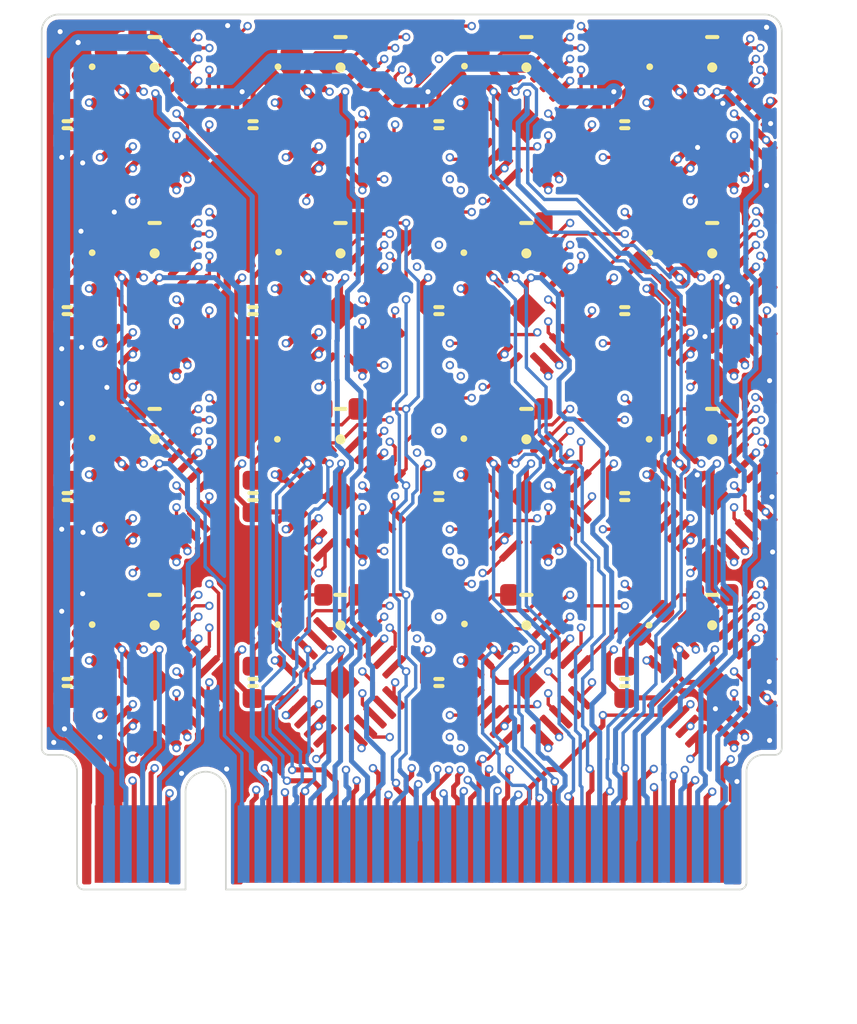
<source format=kicad_pcb>
(kicad_pcb (version 20241229) (generator "pcbnew") (generator_version "9.0")
  (title_block (comment 4 "AISLER Project ID: RGSCHCOM"))
  (layers (0 "F.Cu" signal) (4 "In1.Cu" signal) (6 "In2.Cu" signal) (2 "B.Cu" signal) (13 "F.Paste" user) (15 "B.Paste" user) (5 "F.SilkS" user "F.Silkscreen") (7 "B.SilkS" user "B.Silkscreen") (1 "F.Mask" user) (3 "B.Mask" user) (25 "Edge.Cuts" user))
  (net 0 "")
  (net 1 "VCC")
  (net 2 "/IO1_06")
  (net 3 "/B1")
  (net 4 "/IO1_11")
  (net 5 "/IO1_15")
  (net 6 "/IO0_00")
  (net 7 "/IO1_08")
  (net 8 "/IO0_07")
  (net 9 "/IO1_05")
  (net 10 "/A3")
  (net 11 "/IO1_13")
  (net 12 "/B0")
  (net 13 "/A6")
  (net 14 "/IO1_03")
  (net 15 "/B5")
  (net 16 "/B2")
  (net 17 "/A4")
  (net 18 "/IO1_10")
  (net 19 "/IO0_15")
  (net 20 "/A0")
  (net 21 "/IO0_02")
  (net 22 "/G1")
  (net 23 "/IO1_09")
  (net 24 "/IO0_03")
  (net 25 "/IO1_12")
  (net 26 "/B6")
  (net 27 "/IO0_13")
  (net 28 "/IO1_07")
  (net 29 "/IO0_01")
  (net 30 "/IO1_04")
  (net 31 "/IO0_04")
  (net 32 "/IO0_05")
  (net 33 "/B7")
  (net 34 "/IO1_01")
  (net 35 "/IO0_10")
  (net 36 "/IO1_02")
  (net 37 "/A5")
  (net 38 "/IO0_08")
  (net 39 "/IO1_14")
  (net 40 "/IO1_00")
  (net 41 "/G2")
  (net 42 "/A1")
  (net 43 "/G0")
  (net 44 "/IO0_12")
  (net 45 "/A2")
  (net 46 "/B3")
  (net 47 "/IO0_06")
  (net 48 "/IO0_14")
  (net 49 "/IO0_09")
  (net 50 "/B4")
  (net 51 "/IO0_11")
  (net 52 "/G3")
  (net 53 "/A7")
  (net 54 "/G8")
  (net 55 "/G12")
  (net 56 "/G14")
  (net 57 "/G11")
  (net 58 "/G5")
  (net 59 "/G6")
  (net 60 "/G7")
  (net 61 "/G10")
  (net 62 "/G15")
  (net 63 "/G13")
  (net 64 "/G4")
  (net 65 "/G9")
  (net 66 "Net-(D1-A)")
  (net 67 "Net-(D2-A)")
  (net 68 "Net-(D3-A)")
  (net 69 "Net-(D4-A)")
  (net 70 "Net-(D5-A)")
  (net 71 "Net-(D6-A)")
  (net 72 "Net-(D7-A)")
  (net 73 "Net-(D8-A)")
  (net 74 "Net-(D9-A)")
  (net 75 "Net-(D10-A)")
  (net 76 "Net-(D11-A)")
  (net 77 "Net-(D12-A)")
  (net 78 "Net-(D13-A)")
  (net 79 "Net-(D14-A)")
  (net 80 "Net-(D15-A)")
  (net 81 "Net-(D16-A)")
  (net 82 "GND")
  (footprint "Basics:C_0402_1005Metric" (layer "F.Cu") (at 106.3325 82.795 90)
    (property "Reference" "C13" (hide yes))
    (property "Value" "C" (hide yes))
  )
  (footprint "Basics:R_0402_1005Metric" (layer "F.Cu") (at 103.4075 85.72 180)
    (property "Reference" "R6" (hide yes))
    (property "Value" "1200" (hide yes))
  )
  (footprint "Basics:LED_0402_1005Metric" (layer "F.Cu") (at 96.095 92.0575 45)
    (property "Reference" "D1" (hide yes))
    (property "Value" "LED" (hide yes))
  )
  (footprint "Basics:QFN-20-1EP_3x3mm_P0.4mm_EP1.65x1.65mm_min" (layer "F.Cu") (at 92.3575 77.27 -45)
    (property "Reference" "U12" (hide yes))
    (property "Value" "CH32V003FxUx" (hide yes))
  )
  (footprint "Basics:R_0402_1005Metric" (layer "F.Cu") (at 103.4075 74.67 180)
    (property "Reference" "R14" (hide yes))
    (property "Value" "1200" (hide yes))
  )
  (footprint "Basics:QFN-20-1EP_3x3mm_P0.4mm_EP1.65x1.65mm_min" (layer "F.Cu") (at 92.3575 82.795 -45)
    (property "Reference" "U8" (hide yes))
    (property "Value" "CH32V003FxUx" (hide yes))
  )
  (footprint "Basics:C_0402_1005Metric" (layer "F.Cu") (at 95.2825 82.795 90)
    (property "Reference" "C11" (hide yes))
    (property "Value" "C" (hide yes))
  )
  (footprint "Basics:QFN-20-1EP_3x3mm_P0.4mm_EP1.65x1.65mm_min" (layer "F.Cu") (at 103.4075 77.27 -45)
    (property "Reference" "U14" (hide yes))
    (property "Value" "CH32V003FxUx" (hide yes))
  )
  (footprint "Basics:QFN-20-1EP_3x3mm_P0.4mm_EP1.65x1.65mm_min" (layer "F.Cu") (at 108.9325 77.27 -45)
    (property "Reference" "U15" (hide yes))
    (property "Value" "CH32V003FxUx" (hide yes))
  )
  (footprint "Basics:QFN-20-1EP_3x3mm_P0.4mm_EP1.65x1.65mm_min" (layer "F.Cu") (at 108.9325 88.32 -45)
    (property "Reference" "U7" (hide yes))
    (property "Value" "CH32V003FxUx" (hide yes))
  )
  (footprint "Basics:C_0402_1005Metric" (layer "F.Cu") (at 95.2825 88.32 90)
    (property "Reference" "C7" (hide yes))
    (property "Value" "C" (hide yes))
  )
  (footprint "Basics:QFN-20-1EP_3x3mm_P0.4mm_EP1.65x1.65mm_min" (layer "F.Cu") (at 92.3575 93.845 -45)
    (property "Reference" "U16" (hide yes))
    (property "Value" "CH32V003FxUx" (hide yes))
  )
  (footprint "Basics:C_0402_1005Metric" (layer "F.Cu") (at 95.2825 77.27 90)
    (property "Reference" "C15" (hide yes))
    (property "Value" "C" (hide yes))
  )
  (footprint "M.2-Templates:M.2-M-KEY cluster card" (layer "F.Cu") (at 100 100)
    (property "Reference" "C1" (hide yes))
    (property "Value" "card" (hide yes))
    (fp_line (start -11 -25.499999) (end -11 -4.2) (stroke (width 0.05)) (layer "Edge.Cuts"))
    (fp_line (start -10.8 -4) (end -10.45 -4) (stroke (width 0.05)) (layer "Edge.Cuts"))
    (fp_line (start -9.95 -3.5) (end -9.95 -0.2) (stroke (width 0.05)) (layer "Edge.Cuts"))
    (fp_line (start -6.725 -2.9) (end -6.725 0) (stroke (width 0.05)) (layer "Edge.Cuts"))
    (fp_line (start -6.725 0) (end -9.75 0) (stroke (width 0.05)) (layer "Edge.Cuts"))
    (fp_line (start -5.525 -2.9) (end -5.525 0) (stroke (width 0.05)) (layer "Edge.Cuts"))
    (fp_line (start -5.525 0) (end 9.75 0) (stroke (width 0.05)) (layer "Edge.Cuts"))
    (fp_line (start 9.95 -0.2) (end 9.95 -3.5) (stroke (width 0.05)) (layer "Edge.Cuts"))
    (fp_line (start 10.45 -4) (end 10.8 -4) (stroke (width 0.05)) (layer "Edge.Cuts"))
    (fp_line (start 10.5 -26) (end -10.5 -26) (stroke (width 0.05)) (layer "Edge.Cuts"))
    (fp_line (start 11 -4.2) (end 11 -25.5) (stroke (width 0.05)) (layer "Edge.Cuts"))
    (fp_arc (start -11 -25.5) (mid -10.853553 -25.853553) (end -10.5 -26) (stroke (width 0.05)) (layer "Edge.Cuts"))
    (fp_arc (start -10.8 -4) (mid -10.941421 -4.058579) (end -11 -4.2) (stroke (width 0.05)) (layer "Edge.Cuts"))
    (fp_arc (start -10.45 -4) (mid -10.096447 -3.853553) (end -9.95 -3.5) (stroke (width 0.05)) (layer "Edge.Cuts"))
    (fp_arc (start -9.75 0) (mid -9.891421 -0.058579) (end -9.95 -0.2) (stroke (width 0.05)) (layer "Edge.Cuts"))
    (fp_arc (start -6.725 -2.9) (mid -6.549264 -3.324264) (end -6.125 -3.5) (stroke (width 0.05)) (layer "Edge.Cuts"))
    (fp_arc (start -6.125 -3.5) (mid -5.700736 -3.324264) (end -5.525 -2.9) (stroke (width 0.05)) (layer "Edge.Cuts"))
    (fp_arc (start 9.95 -3.5) (mid 10.096447 -3.853553) (end 10.45 -4) (stroke (width 0.05)) (layer "Edge.Cuts"))
    (fp_arc (start 9.95 -0.2) (mid 9.891421 -0.058579) (end 9.75 0) (stroke (width 0.05)) (layer "Edge.Cuts"))
    (fp_arc (start 10.5 -26) (mid 10.853553 -25.853553) (end 11 -25.5) (stroke (width 0.05)) (layer "Edge.Cuts"))
    (fp_arc (start 11 -4.2) (mid 10.941421 -4.058579) (end 10.8 -4) (stroke (width 0.05)) (layer "Edge.Cuts"))
  )
  (footprint "Basics:LED_0402_1005Metric" (layer "F.Cu") (at 96.112947 80.989553 45)
    (property "Reference" "D9" (hide yes))
    (property "Value" "LED" (hide yes))
  )
  (footprint "Basics:LED_0402_1005Metric" (layer "F.Cu") (at 107.127053 86.550447 45)
    (property "Reference" "D7" (hide yes))
    (property "Value" "LED" (hide yes))
  )
  (footprint "Basics:LED_0402_1005Metric" (layer "F.Cu") (at 101.62 86.5325 45)
    (property "Reference" "D6" (hide yes))
    (property "Value" "LED" (hide yes))
  )
  (footprint "Basics:C_0402_1005Metric" (layer "F.Cu") (at 100.8075 77.27 90)
    (property "Reference" "C16" (hide yes))
    (property "Value" "C" (hide yes))
  )
  (footprint "Basics:QFN-20-1EP_3x3mm_P0.4mm_EP1.65x1.65mm_min" (layer "F.Cu") (at 103.4075 93.845 -45)
    (property "Reference" "U2" (hide yes))
    (property "Value" "CH32V003FxUx" (hide yes))
  )
  (footprint "Basics:LED_0402_1005Metric" (layer "F.Cu") (at 107.127053 92.075447 45)
    (property "Reference" "D3" (hide yes))
    (property "Value" "LED" (hide yes))
  )
  (footprint "Basics:R_0402_1005Metric" (layer "F.Cu") (at 97.8825 85.72 180)
    (property "Reference" "R5" (hide yes))
    (property "Value" "1200" (hide yes))
  )
  (footprint "Basics:C_0402_1005Metric" (layer "F.Cu") (at 89.7575 77.27 90)
    (property "Reference" "C14" (hide yes))
    (property "Value" "C" (hide yes))
  )
  (footprint "Basics:C_0402_1005Metric" (layer "F.Cu") (at 106.3325 93.845 90)
    (property "Reference" "C5" (hide yes))
    (property "Value" "C" (hide yes))
  )
  (footprint "Basics:R_0402_1005Metric" (layer "F.Cu") (at 92.3575 74.67 180)
    (property "Reference" "R12" (hide yes))
    (property "Value" "1200" (hide yes))
  )
  (footprint "Basics:QFN-20-1EP_3x3mm_P0.4mm_EP1.65x1.65mm_min" (layer "F.Cu") (at 108.9325 93.845 -45)
    (property "Reference" "U3" (hide yes))
    (property "Value" "CH32V003FxUx" (hide yes))
  )
  (footprint "Basics:R_0402_1005Metric" (layer "F.Cu") (at 92.3575 80.195 180)
    (property "Reference" "R8" (hide yes))
    (property "Value" "1200" (hide yes))
  )
  (footprint "Basics:C_0402_1005Metric" (layer "F.Cu") (at 89.7575 82.795 90)
    (property "Reference" "C10" (hide yes))
    (property "Value" "C" (hide yes))
  )
  (footprint "Basics:R_0402_1005Metric" (layer "F.Cu") (at 92.3575 91.245 180)
    (property "Reference" "R16" (hide yes))
    (property "Value" "1200" (hide yes))
  )
  (footprint "Basics:R_0402_1005Metric" (layer "F.Cu") (at 97.8825 74.67 180)
    (property "Reference" "R13" (hide yes))
    (property "Value" "1200" (hide yes))
  )
  (footprint "Basics:QFN-20-1EP_3x3mm_P0.4mm_EP1.65x1.65mm_min" (layer "F.Cu") (at 97.8825 82.795 -45)
    (property "Reference" "U9" (hide yes))
    (property "Value" "CH32V003FxUx" (hide yes))
  )
  (footprint "Basics:R_0402_1005Metric" (layer "F.Cu") (at 108.9325 85.72 180)
    (property "Reference" "R7" (hide yes))
    (property "Value" "1200" (hide yes))
  )
  (footprint "Basics:LED_0402_1005Metric" (layer "F.Cu") (at 90.57 81.0075 45)
    (property "Reference" "D8" (hide yes))
    (property "Value" "LED" (hide yes))
  )
  (footprint "Basics:QFN-20-1EP_3x3mm_P0.4mm_EP1.65x1.65mm_min" (layer "F.Cu") (at 92.3575 88.311852 -45)
    (property "Reference" "U4" (hide yes))
    (property "Value" "CH32V003FxUx" (hide yes))
  )
  (footprint "Basics:C_0402_1005Metric" (layer "F.Cu") (at 95.2825 93.845 90)
    (property "Reference" "C3" (hide yes))
    (property "Value" "C" (hide yes))
  )
  (footprint "Basics:QFN-20-1EP_3x3mm_P0.4mm_EP1.65x1.65mm_min" (layer "F.Cu") (at 103.4075 88.32 -45)
    (property "Reference" "U6" (hide yes))
    (property "Value" "CH32V003FxUx" (hide yes))
  )
  (footprint "Basics:R_0402_1005Metric" (layer "F.Cu") (at 108.9325 80.195 180)
    (property "Reference" "R11" (hide yes))
    (property "Value" "1200" (hide yes))
  )
  (footprint "Basics:LED_0402_1005Metric" (layer "F.Cu") (at 101.62 81.0075 45)
    (property "Reference" "D10" (hide yes))
    (property "Value" "LED" (hide yes))
  )
  (footprint "Basics:C_0402_1005Metric" (layer "F.Cu") (at 89.7575 93.845 90)
    (property "Reference" "C2" (hide yes))
    (property "Value" "C" (hide yes))
  )
  (footprint "Basics:QFN-20-1EP_3x3mm_P0.4mm_EP1.65x1.65mm_min" (layer "F.Cu") (at 97.8825 88.32 -45)
    (property "Reference" "U5" (hide yes))
    (property "Value" "CH32V003FxUx" (hide yes))
  )
  (footprint "Basics:C_0402_1005Metric" (layer "F.Cu") (at 100.8075 88.32 90)
    (property "Reference" "C8" (hide yes))
    (property "Value" "C" (hide yes))
  )
  (footprint "Basics:C_0402_1005Metric" (layer "F.Cu") (at 89.7575 88.32 90)
    (property "Reference" "C6" (hide yes))
    (property "Value" "C" (hide yes))
  )
  (footprint "Basics:R_0402_1005Metric" (layer "F.Cu") (at 92.3575 85.72 180)
    (property "Reference" "R4" (hide yes))
    (property "Value" "1200" (hide yes))
  )
  (footprint "Basics:LED_0402_1005Metric" (layer "F.Cu") (at 90.57 75.4825 45)
    (property "Reference" "D12" (hide yes))
    (property "Value" "LED" (hide yes))
  )
  (footprint "Basics:R_0402_1005Metric" (layer "F.Cu") (at 108.9325 91.245 180)
    (property "Reference" "R3" (hide yes))
    (property "Value" "1200" (hide yes))
  )
  (footprint "Basics:QFN-20-1EP_3x3mm_P0.4mm_EP1.65x1.65mm_min" (layer "F.Cu") (at 97.8825 93.845 -45)
    (property "Reference" "U1" (hide yes))
    (property "Value" "CH32V003FxUx" (hide yes))
  )
  (footprint "Basics:R_0402_1005Metric" (layer "F.Cu") (at 103.4075 91.245 180)
    (property "Reference" "R2" (hide yes))
    (property "Value" "1200" (hide yes))
  )
  (footprint "Basics:LED_0402_1005Metric" (layer "F.Cu") (at 101.637947 75.464553 45)
    (property "Reference" "D14" (hide yes))
    (property "Value" "LED" (hide yes))
  )
  (footprint "Basics:LED_0402_1005Metric" (layer "F.Cu") (at 90.57 92.0575 45)
    (property "Reference" "D16" (hide yes))
    (property "Value" "LED" (hide yes))
  )
  (footprint "Basics:LED_0402_1005Metric" (layer "F.Cu") (at 101.637947 92.039553 45)
    (property "Reference" "D2" (hide yes))
    (property "Value" "LED" (hide yes))
  )
  (footprint "Basics:C_0402_1005Metric" (layer "F.Cu") (at 106.3325 77.27 90)
    (property "Reference" "C17" (hide yes))
    (property "Value" "C" (hide yes))
  )
  (footprint "Basics:LED_0402_1005Metric" (layer "F.Cu") (at 96.077053 86.550447 45)
    (property "Reference" "D5" (hide yes))
    (property "Value" "LED" (hide yes))
  )
  (footprint "Basics:LED_0402_1005Metric" (layer "F.Cu") (at 107.145 81.0075 45)
    (property "Reference" "D11" (hide yes))
    (property "Value" "LED" (hide yes))
  )
  (footprint "Basics:LED_0402_1005Metric" (layer "F.Cu") (at 107.145 75.4825 45)
    (property "Reference" "D15" (hide yes))
    (property "Value" "LED" (hide yes))
  )
  (footprint "Basics:QFN-20-1EP_3x3mm_P0.4mm_EP1.65x1.65mm_min" (layer "F.Cu") (at 108.9325 82.795 -45)
    (property "Reference" "U11" (hide yes))
    (property "Value" "CH32V003FxUx" (hide yes))
  )
  (footprint "Basics:C_0402_1005Metric" (layer "F.Cu") (at 100.8075 82.795 90)
    (property "Reference" "C12" (hide yes))
    (property "Value" "C" (hide yes))
  )
  (footprint "Basics:R_0402_1005Metric" (layer "F.Cu") (at 103.4075 80.195 180)
    (property "Reference" "R10" (hide yes))
    (property "Value" "1200" (hide yes))
  )
  (footprint "Basics:C_0402_1005Metric" (layer "F.Cu") (at 106.3325 88.32 90)
    (property "Reference" "C9" (hide yes))
    (property "Value" "C" (hide yes))
  )
  (footprint "Basics:LED_0402_1005Metric" (layer "F.Cu") (at 96.095 75.4825 45)
    (property "Reference" "D13" (hide yes))
    (property "Value" "LED" (hide yes))
  )
  (footprint "Basics:R_0402_1005Metric" (layer "F.Cu") (at 108.9325 74.67 180)
    (property "Reference" "R15" (hide yes))
    (property "Value" "1200" (hide yes))
  )
  (footprint "Basics:QFN-20-1EP_3x3mm_P0.4mm_EP1.65x1.65mm_min" (layer "F.Cu") (at 97.8825 77.27 -45)
    (property "Reference" "U13" (hide yes))
    (property "Value" "CH32V003FxUx" (hide yes))
  )
  (footprint "Basics:QFN-20-1EP_3x3mm_P0.4mm_EP1.65x1.65mm_min" (layer "F.Cu") (at 103.4075 82.795 -45)
    (property "Reference" "U10" (hide yes))
    (property "Value" "CH32V003FxUx" (hide yes))
  )
  (footprint "Basics:C_0402_1005Metric" (layer "F.Cu") (at 100.8075 93.845 90)
    (property "Reference" "C4" (hide yes))
    (property "Value" "C" (hide yes))
  )
  (footprint "Basics:R_0402_1005Metric" (layer "F.Cu") (at 97.8825 80.195 180)
    (property "Reference" "R9" (hide yes))
    (property "Value" "1200" (hide yes))
  )
  (footprint "Basics:R_0402_1005Metric" (layer "F.Cu") (at 97.8825 91.245 180)
    (property "Reference" "R1" (hide yes))
    (property "Value" "1200" (hide yes))
  )
  (footprint "Basics:LED_0402_1005Metric" (layer "F.Cu") (at 90.57 86.511667 45)
    (property "Reference" "D4" (hide yes))
    (property "Value" "LED" (hide yes))
  )
  (segment (start 96.29151 83.254619) (end 95.302881 83.254619) (width 0.15) (layer "F.Cu") (net 1))
  (segment (start 89.595 83.9325) (end 89.595 83.4375) (width 0.15) (layer "F.Cu") (net 1))
  (segment (start 95.302881 83.254619) (end 95.2825 83.275) (width 0.15) (layer "F.Cu") (net 1))
  (segment (start 100.8075 77.75) (end 100.3215 77.264) (width 0.15) (layer "F.Cu") (net 1))
  (segment (start 101.81651 77.729619) (end 100.827881 77.729619) (width 0.15) (layer "F.Cu") (net 1))
  (segment (start 105.8465 76.456) (end 106.0075 76.295) (width 0.15) (layer "F.Cu") (net 1))
  (segment (start 95.2825 94.325) (end 94.7965 93.839) (width 0.15) (layer "F.Cu") (net 1))
  (segment (start 95.302881 94.304619) (end 95.2825 94.325) (width 0.15) (layer "F.Cu") (net 1))
  (segment (start 107.34151 94.304619) (end 106.352881 94.304619) (width 0.15) (layer "F.Cu") (net 1))
  (segment (start 94.7965 88.314) (end 94.7965 87.506) (width 0.15) (layer "F.Cu") (net 1))
  (segment (start 106.352881 83.254619) (end 106.3325 83.275) (width 0.15) (layer "F.Cu") (net 1))
  (segment (start 105.8465 93.031) (end 106.0075 92.87) (width 0.15) (layer "F.Cu") (net 1))
  (segment (start 106.3325 77.75) (end 105.8465 77.264) (width 0.15) (layer "F.Cu") (net 1))
  (segment (start 89.7575 77.75) (end 90.746129 77.75) (width 0.15) (layer "F.Cu") (net 1))
  (segment (start 100.3215 93.839) (end 100.3215 93.031) (width 0.15) (layer "F.Cu") (net 1))
  (segment (start 100.8075 88.8) (end 100.3215 88.314) (width 0.15) (layer "F.Cu") (net 1))
  (segment (start 100.3215 76.456) (end 100.4825 76.295) (width 0.15) (layer "F.Cu") (net 1))
  (segment (start 89.67625 95.22625) (end 89.7575 95.145) (width 0.15) (layer "F.Cu") (net 1))
  (segment (start 90.76651 94.304619) (end 89.777881 94.304619) (width 0.15) (layer "F.Cu") (net 1))
  (segment (start 95.302881 88.779619) (end 95.2825 88.8) (width 0.15) (layer "F.Cu") (net 1))
  (segment (start 101.81651 88.779619) (end 100.827881 88.779619) (width 0.15) (layer "F.Cu") (net 1))
  (segment (start 94.7965 76.456) (end 94.9575 76.295) (width 0.15) (layer "F.Cu") (net 1))
  (segment (start 100.3215 87.506) (end 100.4825 87.345) (width 0.15) (layer "F.Cu") (net 1))
  (segment (start 94.7965 93.031) (end 94.9575 92.87) (width 0.15) (layer "F.Cu") (net 1))
  (segment (start 89.67625 95.22625) (end 89.81375 95.22625) (width 0.3) (layer "F.Cu") (net 1))
  (segment (start 100.3215 88.314) (end 100.3215 87.506) (width 0.15) (layer "F.Cu") (net 1))
  (segment (start 105.8465 77.264) (end 105.8465 76.456) (width 0.15) (layer "F.Cu") (net 1))
  (segment (start 106.3325 88.8) (end 105.8465 88.314) (width 0.15) (layer "F.Cu") (net 1))
  (segment (start 100.3215 93.031) (end 100.4825 92.87) (width 0.15) (layer "F.Cu") (net 1))
  (segment (start 94.7965 82.789) (end 94.7965 81.981) (width 0.15) (layer "F.Cu") (net 1))
  (segment (start 100.8075 94.325) (end 100.3215 93.839) (width 0.15) (layer "F.Cu") (net 1))
  (segment (start 100.3215 82.789) (end 100.3215 81.981) (width 0.15) (layer "F.Cu") (net 1))
  (segment (start 107.34151 77.729619) (end 106.352881 77.729619) (width 0.15) (layer "F.Cu") (net 1))
  (segment (start 89.7575 95.145) (end 89.7575 94.325) (width 0.15) (layer "F.Cu") (net 1))
  (segment (start 95.2825 77.75) (end 94.7965 77.264) (width 0.15) (layer "F.Cu") (net 1))
  (segment (start 96.29151 77.729619) (end 95.302881 77.729619) (width 0.15) (layer "F.Cu") (net 1))
  (segment (start 96.29151 88.779619) (end 95.302881 88.779619) (width 0.15) (layer "F.Cu") (net 1))
  (segment (start 89.777881 94.304619) (end 89.7575 94.325) (width 0.15) (layer "F.Cu") (net 1))
  (segment (start 94.7965 81.981) (end 94.9575 81.82) (width 0.15) (layer "F.Cu") (net 1))
  (segment (start 106.352881 94.304619) (end 106.3325 94.325) (width 0.15) (layer "F.Cu") (net 1))
  (segment (start 89.81375 95.22625) (end 90.75 96.1625) (width 0.3) (layer "F.Cu") (net 1))
  (segment (start 106.352881 77.729619) (end 106.3325 77.75) (width 0.15) (layer "F.Cu") (net 1))
  (segment (start 94.7965 77.264) (end 94.7965 76.456) (width 0.15) (layer "F.Cu") (net 1))
  (segment (start 89.7575 78.0825) (end 89.595 78.245) (width 0.15) (layer "F.Cu") (net 1))
  (segment (start 90.76651 77.729619) (end 89.777881 77.729619) (width 0.15) (layer "F.Cu") (net 1))
  (segment (start 105.8465 82.789) (end 105.8465 81.981) (width 0.15) (layer "F.Cu") (net 1))
  (segment (start 89.777881 77.729619) (end 89.7575 77.75) (width 0.15) (layer "F.Cu") (net 1))
  (segment (start 106.3325 94.325) (end 105.8465 93.839) (width 0.15) (layer "F.Cu") (net 1))
  (segment (start 95.2825 83.275) (end 94.7965 82.789) (width 0.15) (layer "F.Cu") (net 1))
  (segment (start 100.827881 94.304619) (end 100.8075 94.325) (width 0.15) (layer "F.Cu") (net 1))
  (segment (start 107.34151 88.779619) (end 106.352881 88.779619) (width 0.15) (layer "F.Cu") (net 1))
  (segment (start 89.595 83.4375) (end 89.7575 83.275) (width 0.15) (layer "F.Cu") (net 1))
  (segment (start 100.827881 83.254619) (end 100.8075 83.275) (width 0.15) (layer "F.Cu") (net 1))
  (segment (start 100.3215 77.264) (end 100.3215 76.456) (width 0.15) (layer "F.Cu") (net 1))
  (segment (start 100.827881 88.779619) (end 100.8075 88.8) (width 0.15) (layer "F.Cu") (net 1))
  (segment (start 100.3215 81.981) (end 100.4825 81.82) (width 0.15) (layer "F.Cu") (net 1))
  (segment (start 106.352881 88.779619) (end 106.3325 88.8) (width 0.15) (layer "F.Cu") (net 1))
  (segment (start 105.8465 93.839) (end 105.8465 93.031) (width 0.15) (layer "F.Cu") (net 1))
  (segment (start 105.8465 87.506) (end 106.0075 87.345) (width 0.15) (layer "F.Cu") (net 1))
  (segment (start 100.827881 77.729619) (end 100.8075 77.75) (width 0.15) (layer "F.Cu") (net 1))
  (segment (start 94.7965 93.839) (end 94.7965 93.031) (width 0.15) (layer "F.Cu") (net 1))
  (segment (start 100.8075 83.275) (end 100.3215 82.789) (width 0.15) (layer "F.Cu") (net 1))
  (segment (start 89.595 88.9625) (end 89.7575 88.8) (width 0.15) (layer "F.Cu") (net 1))
  (segment (start 90.746129 77.75) (end 90.76651 77.729619) (width 0.15) (layer "F.Cu") (net 1))
  (segment (start 94.7965 87.506) (end 94.9575 87.345) (width 0.15) (layer "F.Cu") (net 1))
  (segment (start 95.2825 88.8) (end 94.7965 88.314) (width 0.15) (layer "F.Cu") (net 1))
  (segment (start 89.595 89.295) (end 89.595 88.9625) (width 0.15) (layer "F.Cu") (net 1))
  (segment (start 105.8465 88.314) (end 105.8465 87.506) (width 0.15) (layer "F.Cu") (net 1))
  (segment (start 89.777881 83.254619) (end 89.7575 83.275) (width 0.15) (layer "F.Cu") (net 1))
  (segment (start 101.81651 94.304619) (end 100.827881 94.304619) (width 0.15) (layer "F.Cu") (net 1))
  (segment (start 90.76651 88.779619) (end 89.777881 88.779619) (width 0.15) (layer "F.Cu") (net 1))
  (segment (start 90.75 96.1625) (end 90.75 98.65) (width 0.3) (layer "F.Cu") (net 1))
  (segment (start 105.8465 81.981) (end 106.0075 81.82) (width 0.15) (layer "F.Cu") (net 1))
  (segment (start 90.76651 83.254619) (end 89.777881 83.254619) (width 0.15) (layer "F.Cu") (net 1))
  (segment (start 96.29151 94.304619) (end 95.302881 94.304619) (width 0.15) (layer "F.Cu") (net 1))
  (segment (start 106.3325 83.275) (end 105.8465 82.789) (width 0.15) (layer "F.Cu") (net 1))
  (segment (start 89.7575 77.75) (end 89.7575 78.0825) (width 0.15) (layer "F.Cu") (net 1))
  (segment (start 95.302881 77.729619) (end 95.2825 77.75) (width 0.15) (layer "F.Cu") (net 1))
  (segment (start 101.81651 83.254619) (end 100.827881 83.254619) (width 0.15) (layer "F.Cu") (net 1))
  (segment (start 107.34151 83.254619) (end 106.352881 83.254619) (width 0.15) (layer "F.Cu") (net 1))
  (segment (start 89.777881 88.779619) (end 89.7575 88.8) (width 0.15) (layer "F.Cu") (net 1))
  (via (at 89.595 85.5575) (size 0.25) (drill 0.15) (layers "F.Cu" "B.Cu") (net 1))
  (via (at 100.4825 92.87) (size 0.25) (drill 0.15) (layers "F.Cu" "B.Cu") (net 1))
  (via (at 100.4825 87.345) (size 0.25) (drill 0.15) (layers "F.Cu" "B.Cu") (net 1))
  (via (at 89.595 91.7325) (size 0.25) (drill 0.15) (layers "F.Cu" "B.Cu") (net 1))
  (via (at 106.0075 76.295) (size 0.25) (drill 0.15) (layers "F.Cu" "B.Cu") (net 1))
  (via (at 106.0075 92.87) (size 0.25) (drill 0.15) (layers "F.Cu" "B.Cu") (net 1))
  (via (at 89.595 85.5575) (size 0.25) (drill 0.15) (layers "F.Cu" "B.Cu") (net 1))
  (via (at 94.9575 92.87) (size 0.25) (drill 0.15) (layers "F.Cu" "B.Cu") (net 1))
  (via (at 90.0825 74.8325) (size 0.25) (drill 0.15) (layers "F.Cu" "B.Cu") (net 1))
  (via (at 89.595 89.295) (size 0.25) (drill 0.15) (layers "F.Cu" "B.Cu") (net 1))
  (via (at 100.4825 81.82) (size 0.25) (drill 0.15) (layers "F.Cu" "B.Cu") (net 1))
  (via (at 94.9575 81.82) (size 0.25) (drill 0.15) (layers "F.Cu" "B.Cu") (net 1))
  (via (at 106.0075 87.345) (size 0.25) (drill 0.15) (layers "F.Cu" "B.Cu") (net 1))
  (via (at 89.595 78.245) (size 0.25) (drill 0.15) (layers "F.Cu" "B.Cu") (net 1))
  (via (at 94.9575 76.295) (size 0.25) (drill 0.15) (layers "F.Cu" "B.Cu") (net 1))
  (via (at 89.595 83.9325) (size 0.25) (drill 0.15) (layers "F.Cu" "B.Cu") (net 1))
  (via (at 90.0825 74.8325) (size 0.25) (drill 0.15) (layers "F.Cu" "B.Cu") (net 1))
  (via (at 89.67625 95.22625) (size 0.25) (drill 0.15) (layers "F.Cu" "B.Cu") (net 1))
  (via (at 100.4825 76.295) (size 0.25) (drill 0.15) (layers "F.Cu" "B.Cu") (net 1))
  (via (at 94.9575 87.345) (size 0.25) (drill 0.15) (layers "F.Cu" "B.Cu") (net 1))
  (via (at 106.0075 81.82) (size 0.25) (drill 0.15) (layers "F.Cu" "B.Cu") (net 1))
  (segment (start 92.22 74.8325) (end 93.1815 75.794) (width 0.5) (layer "B.Cu") (net 1))
  (segment (start 94.7835 76.469) (end 95.8525 75.4) (width 0.5) (layer "B.Cu") (net 1))
  (segment (start 89.67625 95.22625) (end 91 96.55) (width 0.3) (layer "B.Cu") (net 1))
  (segment (start 90.0825 74.8325) (end 92.22 74.8325) (width 0.5) (layer "B.Cu") (net 1))
  (segment (start 89.595 91.7325) (end 89.595 95.145) (width 0.5) (layer "B.Cu") (net 1))
  (segment (start 103.495337 75.45) (end 104.491337 76.446) (width 0.5) (layer "B.Cu") (net 1))
  (segment (start 94.7605 76.446) (end 94.8065 76.446) (width 0.5) (layer "B.Cu") (net 1))
  (segment (start 93.460334 76.446) (end 94.7605 76.446) (width 0.5) (layer "B.Cu") (net 1))
  (segment (start 94.7605 76.446) (end 94.7835 76.469) (width 0.5) (layer "B.Cu") (net 1))
  (segment (start 98.7065 75.939) (end 99.1465 75.939) (width 0.5) (layer "B.Cu") (net 1))
  (segment (start 105.8565 76.446) (end 106.0075 76.295) (width 0.5) (layer "B.Cu") (net 1))
  (segment (start 99.1465 75.939) (end 99.6275 76.42) (width 0.5) (layer "B.Cu") (net 1))
  (segment (start 89.595 95.145) (end 89.67625 95.22625) (width 0.5) (layer "B.Cu") (net 1))
  (segment (start 101.350666 75.45) (end 103.495337 75.45) (width 0.5) (layer "B.Cu") (net 1))
  (segment (start 89.595 89.295) (end 89.595 89.62) (width 0.5) (layer "B.Cu") (net 1))
  (segment (start 91 96.55) (end 91 98.65) (width 0.3) (layer "B.Cu") (net 1))
  (segment (start 93.1815 76.167166) (end 93.460334 76.446) (width 0.5) (layer "B.Cu") (net 1))
  (segment (start 99.6275 76.42) (end 100.380666 76.42) (width 0.5) (layer "B.Cu") (net 1))
  (segment (start 94.8065 76.446) (end 94.9575 76.295) (width 0.5) (layer "B.Cu") (net 1))
  (segment (start 100.505666 76.295) (end 101.350666 75.45) (width 0.5) (layer "B.Cu") (net 1))
  (segment (start 89.595 89.62) (end 89.595 91.7325) (width 0.5) (layer "B.Cu") (net 1))
  (segment (start 89.595 89.62) (end 89.595 75.32) (width 0.5) (layer "B.Cu") (net 1))
  (segment (start 95.8525 75.4) (end 98.1675 75.4) (width 0.5) (layer "B.Cu") (net 1))
  (segment (start 104.491337 76.446) (end 105.8565 76.446) (width 0.5) (layer "B.Cu") (net 1))
  (segment (start 93.1815 75.794) (end 93.1815 76.167166) (width 0.5) (layer "B.Cu") (net 1))
  (segment (start 98.1675 75.4) (end 98.7065 75.939) (width 0.5) (layer "B.Cu") (net 1))
  (segment (start 89.595 75.32) (end 90.0825 74.8325) (width 0.5) (layer "B.Cu") (net 1))
  (segment (start 102.382195 87.294695) (end 102.4325 87.345) (width 0.1) (layer "F.Cu") (net 2))
  (segment (start 104.251 96.845412) (end 104.25 96.846412) (width 0.15) (layer "F.Cu") (net 2))
  (segment (start 104.251 96.790995) (end 104.251 96.845412) (width 0.15) (layer "F.Cu") (net 2))
  (segment (start 104.25 96.846412) (end 104.25 98.65) (width 0.15) (layer "F.Cu") (net 2))
  (via (at 104.251 96.790995) (size 0.25) (drill 0.15) (layers "F.Cu" "B.Cu") (net 2))
  (via (at 102.4325 87.345) (size 0.25) (drill 0.15) (layers "F.Cu" "B.Cu") (net 2))
  (segment (start 104.251 96.790995) (end 104.251 96.730963) (width 0.1) (layer "B.Cu") (net 2))
  (segment (start 103.2835 95.763463) (end 103.2835 94.851698) (width 0.1) (layer "B.Cu") (net 2))
  (segment (start 102.4325 91.365785) (end 102.4325 87.345) (width 0.1) (layer "B.Cu") (net 2))
  (segment (start 103.822392 92.755677) (end 102.4325 91.365785) (width 0.1) (layer "B.Cu") (net 2))
  (segment (start 103.2835 94.851698) (end 103.1825 94.750698) (width 0.1) (layer "B.Cu") (net 2))
  (segment (start 103.822392 92.987151) (end 103.822392 92.755677) (width 0.1) (layer "B.Cu") (net 2))
  (segment (start 104.251 96.730963) (end 103.2835 95.763463) (width 0.1) (layer "B.Cu") (net 2))
  (segment (start 103.1825 93.627043) (end 103.822392 92.987151) (width 0.1) (layer "B.Cu") (net 2))
  (segment (start 103.1825 94.750698) (end 103.1825 93.627043) (width 0.1) (layer "B.Cu") (net 2))
  (segment (start 110.5565 94.304619) (end 110.52349 94.304619) (width 0.1) (layer "F.Cu") (net 3))
  (segment (start 104.99849 77.729619) (end 105.3575 77.370609) (width 0.1) (layer "F.Cu") (net 3))
  (segment (start 105.3575 82.895609) (end 105.3575 82.795) (width 0.1) (layer "F.Cu") (net 3))
  (segment (start 93.94849 82.82901) (end 93.9825 82.795) (width 0.1) (layer "F.Cu") (net 3))
  (segment (start 93.94849 77.729619) (end 93.94849 77.30401) (width 0.1) (layer "F.Cu") (net 3))
  (segment (start 105.3575 77.370609) (end 105.3575 77.27) (width 0.1) (layer "F.Cu") (net 3))
  (segment (start 93.94849 93.87901) (end 93.9825 93.845) (width 0.1) (layer "F.Cu") (net 3))
  (segment (start 93.94849 88.35401) (end 93.9825 88.32) (width 0.1) (layer "F.Cu") (net 3))
  (segment (start 99.47349 82.82901) (end 99.5075 82.795) (width 0.1) (layer "F.Cu") (net 3))
  (segment (start 99.47349 77.30401) (end 99.5075 77.27) (width 0.1) (layer "F.Cu") (net 3))
  (segment (start 105.3575 93.945609) (end 105.3575 93.845) (width 0.1) (layer "F.Cu") (net 3))
  (segment (start 93.94849 83.254619) (end 93.94849 82.82901) (width 0.1) (layer "F.Cu") (net 3))
  (segment (start 105.3575 88.420609) (end 105.3575 88.32) (width 0.1) (layer "F.Cu") (net 3))
  (segment (start 104.99849 94.304619) (end 105.3575 93.945609) (width 0.1) (layer "F.Cu") (net 3))
  (segment (start 110.5325 77.729619) (end 110.52349 77.729619) (width 0.1) (layer "F.Cu") (net 3))
  (segment (start 99.47349 88.35401) (end 99.5075 88.32) (width 0.1) (layer "F.Cu") (net 3))
  (segment (start 93.94849 88.779619) (end 93.94849 88.35401) (width 0.1) (layer "F.Cu") (net 3))
  (segment (start 104.99849 83.254619) (end 105.3575 82.895609) (width 0.1) (layer "F.Cu") (net 3))
  (segment (start 93.94849 77.30401) (end 93.9825 77.27) (width 0.1) (layer "F.Cu") (net 3))
  (segment (start 110.52349 82.82901) (end 110.5575 82.795) (width 0.1) (layer "F.Cu") (net 3))
  (segment (start 110.52349 83.254619) (end 110.52349 82.82901) (width 0.1) (layer "F.Cu") (net 3))
  (segment (start 99.47349 77.729619) (end 99.47349 77.30401) (width 0.1) (layer "F.Cu") (net 3))
  (segment (start 99.47349 88.779619) (end 99.47349 88.35401) (width 0.1) (layer "F.Cu") (net 3))
  (segment (start 99.47349 93.87901) (end 99.5075 93.845) (width 0.1) (layer "F.Cu") (net 3))
  (segment (start 93.94849 94.304619) (end 93.94849 93.87901) (width 0.1) (layer "F.Cu") (net 3))
  (segment (start 99.47349 83.254619) (end 99.47349 82.82901) (width 0.1) (layer "F.Cu") (net 3))
  (segment (start 104.99849 88.779619) (end 105.3575 88.420609) (width 0.1) (layer "F.Cu") (net 3))
  (segment (start 99.47349 94.304619) (end 99.47349 93.87901) (width 0.1) (layer "F.Cu") (net 3))
  (via (at 105.3575 93.845) (size 0.25) (drill 0.15) (layers "F.Cu" "B.Cu") (net 3))
  (via (at 105.3575 88.32) (size 0.25) (drill 0.15) (layers "F.Cu" "B.Cu") (net 3))
  (via (at 99.5075 93.845) (size 0.25) (drill 0.15) (layers "F.Cu" "B.Cu") (net 3))
  (via (at 93.9825 82.795) (size 0.25) (drill 0.15) (layers "F.Cu" "B.Cu") (net 3))
  (via (at 93.9825 88.32) (size 0.25) (drill 0.15) (layers "F.Cu" "B.Cu") (net 3))
  (via (at 110.5565 94.304619) (size 0.25) (drill 0.15) (layers "F.Cu" "B.Cu") (net 3))
  (via (at 102.551817 97.065059) (size 0.25) (drill 0.15) (layers "F.Cu" "B.Cu") (net 3))
  (via (at 93.9825 93.845) (size 0.25) (drill 0.15) (layers "F.Cu" "B.Cu") (net 3))
  (via (at 110.52349 88.779619) (size 0.25) (drill 0.15) (layers "F.Cu" "B.Cu") (net 3))
  (via (at 99.5075 88.32) (size 0.25) (drill 0.15) (layers "F.Cu" "B.Cu") (net 3))
  (via (at 99.5075 82.795) (size 0.25) (drill 0.15) (layers "F.Cu" "B.Cu") (net 3))
  (via (at 99.5075 77.27) (size 0.25) (drill 0.15) (layers "F.Cu" "B.Cu") (net 3))
  (via (at 105.3575 77.27) (size 0.25) (drill 0.15) (layers "F.Cu" "B.Cu") (net 3))
  (via (at 110.5575 82.795) (size 0.25) (drill 0.15) (layers "F.Cu" "B.Cu") (net 3))
  (via (at 110.5325 77.729619) (size 0.25) (drill 0.15) (layers "F.Cu" "B.Cu") (net 3))
  (via (at 93.9825 77.27) (size 0.25) (drill 0.15) (layers "F.Cu" "B.Cu") (net 3))
  (via (at 105.3575 82.795) (size 0.25) (drill 0.15) (layers "F.Cu" "B.Cu") (net 3))
  (segment (start 102.5 97.116876) (end 102.551817 97.065059) (width 0.15) (layer "B.Cu") (net 3))
  (segment (start 102.5 98.65) (end 102.5 97.116876) (width 0.15) (layer "B.Cu") (net 3))
  (segment (start 107.907195 81.769695) (end 107.9575 81.82) (width 0.1) (layer "F.Cu") (net 4))
  (via (at 108.12 96.445) (size 0.25) (drill 0.15) (layers "F.Cu" "B.Cu") (net 4))
  (via (at 107.9575 81.82) (size 0.25) (drill 0.15) (layers "F.Cu" "B.Cu") (net 4))
  (segment (start 108.12 96.939975) (end 108.12 96.445) (width 0.15) (layer "B.Cu") (net 4))
  (segment (start 108 98.65) (end 108 97.059975) (width 0.15) (layer "B.Cu") (net 4))
  (segment (start 108 97.059975) (end 108.12 96.939975) (width 0.15) (layer "B.Cu") (net 4))
  (segment (start 108.75 98.65) (end 108.75 97.2775) (width 0.15) (layer "F.Cu") (net 5))
  (segment (start 108.75 97.2775) (end 108.9325 97.095) (width 0.15) (layer "F.Cu") (net 5))
  (segment (start 107.907195 76.244695) (end 107.9575 76.295) (width 0.1) (layer "F.Cu") (net 5))
  (via (at 107.9575 76.295) (size 0.25) (drill 0.15) (layers "F.Cu" "B.Cu") (net 5))
  (via (at 108.9325 97.095) (size 0.25) (drill 0.15) (layers "F.Cu" "B.Cu") (net 5))
  (segment (start 91.621303 91.716) (end 91.395381 91.941922) (width 0.1) (layer "F.Cu") (net 6))
  (segment (start 91.75 96.8125) (end 91.75 98.65) (width 0.15) (layer "F.Cu") (net 6))
  (segment (start 91.948186 92.87) (end 92.0325 92.87) (width 0.1) (layer "F.Cu") (net 6))
  (segment (start 91.615038 92.536852) (end 91.948186 92.87) (width 0.1) (layer "F.Cu") (net 6))
  (segment (start 92.396499 91.716) (end 91.621303 91.716) (width 0.1) (layer "F.Cu") (net 6))
  (segment (start 91.701415 96.763915) (end 91.75 96.8125) (width 0.15) (layer "F.Cu") (net 6))
  (segment (start 92.867499 91.245) (end 92.396499 91.716) (width 0.1) (layer "F.Cu") (net 6))
  (segment (start 91.395381 92.317195) (end 91.615038 92.536852) (width 0.1) (layer "F.Cu") (net 6))
  (segment (start 91.395381 91.941922) (end 91.395381 92.317195) (width 0.1) (layer "F.Cu") (net 6))
  (segment (start 91.7 96.763915) (end 91.701415 96.763915) (width 0.15) (layer "F.Cu") (net 6))
  (via (at 91.7 96.763915) (size 0.25) (drill 0.15) (layers "F.Cu" "B.Cu") (net 6))
  (via (at 92.0325 92.87) (size 0.25) (drill 0.15) (layers "F.Cu" "B.Cu") (net 6))
  (segment (start 91.332195 81.769695) (end 91.3825 81.82) (width 0.1) (layer "F.Cu") (net 7))
  (via (at 91.3825 81.82) (size 0.25) (drill 0.15) (layers "F.Cu" "B.Cu") (net 7))
  (segment (start 94.4315 95.4315) (end 94.4315 90.978677) (width 0.1) (layer "B.Cu") (net 7))
  (segment (start 93.8585 88.852802) (end 93.6575 88.651802) (width 0.1) (layer "B.Cu") (net 7))
  (segment (start 93.8585 90.405677) (end 93.8585 88.852802) (width 0.1) (layer "B.Cu") (net 7))
  (segment (start 93.6575 88.651802) (end 93.6575 87.67) (width 0.1) (layer "B.Cu") (net 7))
  (segment (start 94.95 95.9525) (end 94.917706 95.920206) (width 0.1) (layer "B.Cu") (net 7))
  (segment (start 94.95 97.4575) (end 94.95 98.6) (width 0.15) (layer "B.Cu") (net 7))
  (segment (start 91.3825 85.395) (end 91.3825 81.82) (width 0.1) (layer "B.Cu") (net 7))
  (segment (start 94.4315 90.978677) (end 93.8585 90.405677) (width 0.1) (layer "B.Cu") (net 7))
  (segment (start 94.917706 95.920206) (end 94.917706 95.917706) (width 0.1) (layer "B.Cu") (net 7))
  (segment (start 93.6575 87.67) (end 91.3825 85.395) (width 0.1) (layer "B.Cu") (net 7))
  (segment (start 94.95 97.4575) (end 94.95 95.9525) (width 0.1) (layer "B.Cu") (net 7))
  (segment (start 94.917706 95.917706) (end 94.4315 95.4315) (width 0.1) (layer "B.Cu") (net 7))
  (segment (start 109.442499 85.72) (end 108.971499 86.191) (width 0.1) (layer "F.Cu") (net 8))
  (segment (start 107.785953 96.615133) (end 107.785953 96.779047) (width 0.15) (layer "F.Cu") (net 8))
  (segment (start 107.970381 86.416922) (end 107.970381 86.792195) (width 0.1) (layer "F.Cu") (net 8))
  (segment (start 107.785953 96.779047) (end 107.75 96.815) (width 0.15) (layer "F.Cu") (net 8))
  (segment (start 108.196303 86.191) (end 107.970381 86.416922) (width 0.1) (layer "F.Cu") (net 8))
  (segment (start 108.523186 87.345) (end 108.6075 87.345) (width 0.1) (layer "F.Cu") (net 8))
  (segment (start 108.190038 87.011852) (end 108.523186 87.345) (width 0.1) (layer "F.Cu") (net 8))
  (segment (start 107.970381 86.792195) (end 108.190038 87.011852) (width 0.1) (layer "F.Cu") (net 8))
  (segment (start 108.971499 86.191) (end 108.196303 86.191) (width 0.1) (layer "F.Cu") (net 8))
  (segment (start 107.75 96.815) (end 107.75 98.65) (width 0.15) (layer "F.Cu") (net 8))
  (via (at 107.785953 96.615133) (size 0.25) (drill 0.15) (layers "F.Cu" "B.Cu") (net 8))
  (via (at 108.6075 87.345) (size 0.25) (drill 0.15) (layers "F.Cu" "B.Cu") (net 8))
  (segment (start 97.07 96.77) (end 97.25 96.95) (width 0.15) (layer "F.Cu") (net 9))
  (segment (start 96.857195 87.294695) (end 96.9075 87.345) (width 0.1) (layer "F.Cu") (net 9))
  (segment (start 96.292239 96.77) (end 97.07 96.77) (width 0.15) (layer "F.Cu") (net 9))
  (segment (start 97.25 96.95) (end 97.25 98.65) (width 0.15) (layer "F.Cu") (net 9))
  (via (at 96.9075 87.345) (size 0.25) (drill 0.15) (layers "F.Cu" "B.Cu") (net 9))
  (via (at 96.289846 96.767607) (size 0.25) (drill 0.15) (layers "F.Cu" "B.Cu") (net 9))
  (segment (start 96.2085 93.3575) (end 96.2085 93.080677) (width 0.1) (layer "B.Cu") (net 9))
  (segment (start 95.5805 94.440988) (end 95.5815 94.439987) (width 0.1) (layer "B.Cu") (net 9))
  (segment (start 95.5815 94.439987) (end 95.5815 93.9845) (width 0.1) (layer "B.Cu") (net 9))
  (segment (start 96.1675 96.036802) (end 95.5805 95.449802) (width 0.1) (layer "B.Cu") (net 9))
  (segment (start 95.9815 88.271) (end 96.9075 87.345) (width 0.1) (layer "B.Cu") (net 9))
  (segment (start 95.9815 92.853677) (end 95.9815 88.271) (width 0.1) (layer "B.Cu") (net 9))
  (segment (start 96.1675 96.645261) (end 96.1675 96.036802) (width 0.1) (layer "B.Cu") (net 9))
  (segment (start 95.5815 93.9845) (end 96.2085 93.3575) (width 0.1) (layer "B.Cu") (net 9))
  (segment (start 96.2085 93.080677) (end 95.9815 92.853677) (width 0.1) (layer "B.Cu") (net 9))
  (segment (start 95.5805 95.449802) (end 95.5805 94.440988) (width 0.1) (layer "B.Cu") (net 9))
  (segment (start 96.289846 96.767607) (end 96.1675 96.645261) (width 0.1) (layer "B.Cu") (net 9))
  (segment (start 108.472881 78.86099) (end 108.472881 79.354619) (width 0.1) (layer "F.Cu") (net 10))
  (segment (start 102.263871 85.07) (end 102.1075 85.07) (width 0.1) (layer "F.Cu") (net 10))
  (segment (start 96.8675 79.545) (end 96.8675 79.416371) (width 0.1) (layer "F.Cu") (net 10))
  (segment (start 108.472881 95.43599) (end 108.472881 95.929619) (width 0.1) (layer "F.Cu") (net 10))
  (segment (start 102 96.2275) (end 102.1075 96.12) (width 0.15) (layer "F.Cu") (net 10))
  (segment (start 97.422881 90.404619) (end 97.2325 90.595) (width 0.1) (layer "F.Cu") (net 10))
  (segment (start 102.263871 79.545) (end 102.1075 79.545) (width 0.1) (layer "F.Cu") (net 10))
  (segment (start 108.472881 84.38599) (end 108.472881 84.879619) (width 0.1) (layer "F.Cu") (net 10))
  (segment (start 91.897881 90.404619) (end 91.7075 90.595) (width 0.1) (layer "F.Cu") (net 10))
  (segment (start 91.897881 95.929619) (end 91.7075 96.12) (width 0.1) (layer "F.Cu") (net 10))
  (segment (start 97.164517 96.122317) (end 97.166834 96.12) (width 0.1) (layer "F.Cu") (net 10))
  (segment (start 102.263871 96.12) (end 102.1075 96.12) (width 0.1) (layer "F.Cu") (net 10))
  (segment (start 91.897881 79.354619) (end 91.7075 79.545) (width 0.1) (layer "F.Cu") (net 10))
  (segment (start 91.897881 78.86099) (end 91.897881 79.354619) (width 0.1) (layer "F.Cu") (net 10))
  (segment (start 101.75 98.65) (end 101.75 97.297475) (width 0.15) (layer "F.Cu") (net 10))
  (segment (start 97.422881 95.929619) (end 97.422881 95.43599) (width 0.1) (layer "F.Cu") (net 10))
  (segment (start 108.472881 89.91099) (end 108.472881 90.404619) (width 0.1) (layer "F.Cu") (net 10))
  (segment (start 102.947881 78.86099) (end 102.263871 79.545) (width 0.1) (layer "F.Cu") (net 10))
  (segment (start 102.947881 89.91099) (end 102.263871 90.595) (width 0.1) (layer "F.Cu") (net 10))
  (segment (start 91.897881 84.38599) (end 91.897881 84.879619) (width 0.1) (layer "F.Cu") (net 10))
  (segment (start 108.472881 84.879619) (end 108.2825 85.07) (width 0.1) (layer "F.Cu") (net 10))
  (segment (start 97.166834 96.12) (end 97.2325 96.12) (width 0.1) (layer "F.Cu") (net 10))
  (segment (start 101.75 97.297475) (end 102 97.047475) (width 0.15) (layer "F.Cu") (net 10))
  (segment (start 91.897881 84.879619) (end 91.7075 85.07) (width 0.1) (layer "F.Cu") (net 10))
  (segment (start 102 97.047475) (end 102 96.2275) (width 0.15) (layer "F.Cu") (net 10))
  (segment (start 96.8675 79.416371) (end 97.422881 78.86099) (width 0.1) (layer "F.Cu") (net 10))
  (segment (start 97.2325 96.12) (end 97.422881 95.929619) (width 0.1) (layer "F.Cu") (net 10))
  (segment (start 91.897881 89.91099) (end 91.897881 90.404619) (width 0.1) (layer "F.Cu") (net 10))
  (segment (start 91.897881 95.43599) (end 91.897881 95.929619) (width 0.1) (layer "F.Cu") (net 10))
  (segment (start 102.947881 95.43599) (end 102.263871 96.12) (width 0.1) (layer "F.Cu") (net 10))
  (segment (start 108.472881 79.354619) (end 108.2825 79.545) (width 0.1) (layer "F.Cu") (net 10))
  (segment (start 102.263871 90.595) (end 102.1075 90.595) (width 0.1) (layer "F.Cu") (net 10))
  (segment (start 97.422881 84.879619) (end 97.2325 85.07) (width 0.1) (layer "F.Cu") (net 10))
  (segment (start 108.472881 90.404619) (end 108.2825 90.595) (width 0.1) (layer "F.Cu") (net 10))
  (segment (start 97.422881 89.91099) (end 97.422881 90.404619) (width 0.1) (layer "F.Cu") (net 10))
  (segment (start 102.947881 84.38599) (end 102.263871 85.07) (width 0.1) (layer "F.Cu") (net 10))
  (segment (start 97.422881 84.38599) (end 97.422881 84.879619) (width 0.1) (layer "F.Cu") (net 10))
  (segment (start 108.472881 95.929619) (end 108.2825 96.12) (width 0.1) (layer "F.Cu") (net 10))
  (via (at 91.7075 79.545) (size 0.25) (drill 0.15) (layers "F.Cu" "B.Cu") (net 10))
  (via (at 91.7075 96.12) (size 0.25) (drill 0.15) (layers "F.Cu" "B.Cu") (net 10))
  (via (at 91.7075 90.595) (size 0.25) (drill 0.15) (layers "F.Cu" "B.Cu") (net 10))
  (via (at 108.2825 85.07) (size 0.25) (drill 0.15) (layers "F.Cu" "B.Cu") (net 10))
  (via (at 102.1075 85.07) (size 0.25) (drill 0.15) (layers "F.Cu" "B.Cu") (net 10))
  (via (at 96.8675 79.545) (size 0.25) (drill 0.15) (layers "F.Cu" "B.Cu") (net 10))
  (via (at 97.2325 90.595) (size 0.25) (drill 0.15) (layers "F.Cu" "B.Cu") (net 10))
  (via (at 97.2325 85.07) (size 0.25) (drill 0.15) (layers "F.Cu" "B.Cu") (net 10))
  (via (at 102.1075 79.545) (size 0.25) (drill 0.15) (layers "F.Cu" "B.Cu") (net 10))
  (via (at 97.164517 96.122317) (size 0.25) (drill 0.15) (layers "F.Cu" "B.Cu") (net 10))
  (via (at 91.7075 85.07) (size 0.25) (drill 0.15) (layers "F.Cu" "B.Cu") (net 10))
  (via (at 108.2825 90.595) (size 0.25) (drill 0.15) (layers "F.Cu" "B.Cu") (net 10))
  (via (at 102.1075 96.12) (size 0.25) (drill 0.15) (layers "F.Cu" "B.Cu") (net 10))
  (via (at 108.2825 79.545) (size 0.25) (drill 0.15) (layers "F.Cu" "B.Cu") (net 10))
  (via (at 102.1075 90.595) (size 0.25) (drill 0.15) (layers "F.Cu" "B.Cu") (net 10))
  (via (at 108.2825 96.12) (size 0.25) (drill 0.15) (layers "F.Cu" "B.Cu") (net 10))
  (segment (start 98.75 98.65) (end 98.75 97.275556) (width 0.15) (layer "F.Cu") (net 11))
  (segment (start 99.02 97.005556) (end 99.02 96.568636) (width 0.15) (layer "F.Cu") (net 11))
  (segment (start 96.857195 76.244695) (end 96.9075 76.295) (width 0.1) (layer "F.Cu") (net 11))
  (segment (start 98.75 97.275556) (end 99.02 97.005556) (width 0.15) (layer "F.Cu") (net 11))
  (segment (start 99.02 96.568636) (end 98.846364 96.395) (width 0.15) (layer "F.Cu") (net 11))
  (via (at 96.9075 76.295) (size 0.25) (drill 0.15) (layers "F.Cu" "B.Cu") (net 11))
  (via (at 98.846364 96.395) (size 0.25) (drill 0.15) (layers "F.Cu" "B.Cu") (net 11))
  (segment (start 101.81651 82.335381) (end 101.647881 82.335381) (width 0.1) (layer "F.Cu") (net 12))
  (segment (start 90.597881 93.385381) (end 90.4075 93.195) (width 0.1) (layer "F.Cu") (net 12))
  (segment (start 107.34151 87.860381) (end 107.172881 87.860381) (width 0.1) (layer "F.Cu") (net 12))
  (segment (start 90.597881 82.335381) (end 90.4075 82.145) (width 0.1) (layer "F.Cu") (net 12))
  (segment (start 90.76651 93.385381) (end 90.597881 93.385381) (width 0.1) (layer "F.Cu") (net 12))
  (segment (start 90.76651 82.335381) (end 90.597881 82.335381) (width 0.1) (layer "F.Cu") (net 12))
  (segment (start 107.172881 93.385381) (end 106.9825 93.195) (width 0.1) (layer "F.Cu") (net 12))
  (segment (start 101.647881 76.810381) (end 101.4575 76.62) (width 0.15) (layer "F.Cu") (net 12))
  (segment (start 96.122881 87.860381) (end 95.9325 87.67) (width 0.1) (layer "F.Cu") (net 12))
  (segment (start 96.29151 76.810381) (end 96.122881 76.810381) (width 0.1) (layer "F.Cu") (net 12))
  (segment (start 107.172881 87.860381) (end 106.9825 87.67) (width 0.1) (layer "F.Cu") (net 12))
  (segment (start 101.647881 82.335381) (end 101.4575 82.145) (width 0.1) (layer "F.Cu") (net 12))
  (segment (start 96.29151 87.860381) (end 96.122881 87.860381) (width 0.1) (layer "F.Cu") (net 12))
  (segment (start 107.172881 76.810381) (end 106.9825 76.62) (width 0.1) (layer "F.Cu") (net 12))
  (segment (start 90.76651 87.860381) (end 90.597881 87.860381) (width 0.1) (layer "F.Cu") (net 12))
  (segment (start 96.122881 93.385381) (end 95.9325 93.195) (width 0.1) (layer "F.Cu") (net 12))
  (segment (start 96.29151 93.385381) (end 96.122881 93.385381) (width 0.1) (layer "F.Cu") (net 12))
  (segment (start 107.34151 82.335381) (end 107.172881 82.335381) (width 0.1) (layer "F.Cu") (net 12))
  (segment (start 101.81651 76.810381) (end 101.647881 76.810381) (width 0.15) (layer "F.Cu") (net 12))
  (segment (start 90.597881 87.860381) (end 90.4075 87.67) (width 0.1) (layer "F.Cu") (net 12))
  (segment (start 90.76651 76.810381) (end 90.597881 76.810381) (width 0.1) (layer "F.Cu") (net 12))
  (segment (start 101.81651 87.860381) (end 101.647881 87.860381) (width 0.1) (layer "F.Cu") (net 12))
  (segment (start 107.34151 76.810381) (end 107.172881 76.810381) (width 0.1) (layer "F.Cu") (net 12))
  (segment (start 101.647881 87.860381) (end 101.4575 87.67) (width 0.1) (layer "F.Cu") (net 12))
  (segment (start 96.29151 82.335381) (end 96.122881 82.335381) (width 0.1) (layer "F.Cu") (net 12))
  (segment (start 107.172881 82.335381) (end 106.9825 82.145) (width 0.1) (layer "F.Cu") (net 12))
  (segment (start 96.122881 76.810381) (end 95.9325 76.62) (width 0.1) (layer "F.Cu") (net 12))
  (segment (start 107.34151 93.385381) (end 107.172881 93.385381) (width 0.1) (layer "F.Cu") (net 12))
  (segment (start 96.122881 82.335381) (end 95.9325 82.145) (width 0.1) (layer "F.Cu") (net 12))
  (segment (start 101.647881 93.385381) (end 101.4575 93.195) (width 0.1) (layer "F.Cu") (net 12))
  (segment (start 101.81651 93.385381) (end 101.647881 93.385381) (width 0.1) (layer "F.Cu") (net 12))
  (segment (start 90.597881 76.810381) (end 90.4075 76.62) (width 0.1) (layer "F.Cu") (net 12))
  (via (at 106.9825 93.195) (size 0.25) (drill 0.15) (layers "F.Cu" "B.Cu") (net 12))
  (via (at 101.4575 82.145) (size 0.25) (drill 0.15) (layers "F.Cu" "B.Cu") (net 12))
  (via (at 106.9825 87.67) (size 0.25) (drill 0.15) (layers "F.Cu" "B.Cu") (net 12))
  (via (at 101.4575 76.62) (size 0.25) (drill 0.15) (layers "F.Cu" "B.Cu") (net 12))
  (via (at 90.4075 93.195) (size 0.25) (drill 0.15) (layers "F.Cu" "B.Cu") (net 12))
  (via (at 90.4075 76.62) (size 0.25) (drill 0.15) (layers "F.Cu" "B.Cu") (net 12))
  (via (at 106.9825 82.145) (size 0.25) (drill 0.15) (layers "F.Cu" "B.Cu") (net 12))
  (via (at 101.4575 87.67) (size 0.25) (drill 0.15) (layers "F.Cu" "B.Cu") (net 12))
  (via (at 95.9325 87.67) (size 0.25) (drill 0.15) (layers "F.Cu" "B.Cu") (net 12))
  (via (at 95.9325 82.145) (size 0.25) (drill 0.15) (layers "F.Cu" "B.Cu") (net 12))
  (via (at 95.9325 76.62) (size 0.25) (drill 0.15) (layers "F.Cu" "B.Cu") (net 12))
  (via (at 106.9825 76.62) (size 0.25) (drill 0.15) (layers "F.Cu" "B.Cu") (net 12))
  (via (at 103.16875 97.18125) (size 0.25) (drill 0.15) (layers "F.Cu" "B.Cu") (net 12))
  (via (at 90.4075 82.145) (size 0.25) (drill 0.15) (layers "F.Cu" "B.Cu") (net 12))
  (via (at 101.4575 93.195) (size 0.25) (drill 0.15) (layers "F.Cu" "B.Cu") (net 12))
  (via (at 95.9325 93.195) (size 0.25) (drill 0.15) (layers "F.Cu" "B.Cu") (net 12))
  (via (at 90.4075 87.67) (size 0.25) (drill 0.15) (layers "F.Cu" "B.Cu") (net 12))
  (segment (start 103.16875 97.18125) (end 103 97.35) (width 0.15) (layer "B.Cu") (net 12))
  (segment (start 103 97.35) (end 103 98.65) (width 0.15) (layer "B.Cu") (net 12))
  (segment (start 99.8335 96.9335) (end 100.1335 97.2335) (width 0.15) (layer "F.Cu") (net 13))
  (segment (start 93.382805 78.295305) (end 93.0075 77.92) (width 0.1) (layer "F.Cu") (net 13))
  (segment (start 109.5825 83.445) (end 109.5825 83.12) (width 0.1) (layer "F.Cu") (net 13))
  (segment (start 109.957805 83.820305) (end 109.5825 83.445) (width 0.1) (layer "F.Cu") (net 13))
  (segment (start 98.907805 83.820305) (end 98.5325 83.445) (width 0.1) (layer "F.Cu") (net 13))
  (segment (start 98.907805 94.870305) (end 98.5325 94.495) (width 0.1) (layer "F.Cu") (net 13))
  (segment (start 109.957805 94.870305) (end 109.5825 94.495) (width 0.1) (layer "F.Cu") (net 13))
  (segment (start 93.0075 88.97) (end 93.0075 88.645) (width 0.1) (layer "F.Cu") (net 13))
  (segment (start 93.0075 94.495) (end 93.0075 94.17) (width 0.1) (layer "F.Cu") (net 13))
  (segment (start 109.5825 94.495) (end 109.5825 94.17) (width 0.1) (layer "F.Cu") (net 13))
  (segment (start 100.1335 98.5335) (end 100.25 98.65) (width 0.15) (layer "F.Cu") (net 13))
  (segment (start 104.432805 89.345305) (end 104.0575 88.97) (width 0.1) (layer "F.Cu") (net 13))
  (segment (start 104.0575 88.97) (end 104.0575 88.645) (width 0.1) (layer "F.Cu") (net 13))
  (segment (start 93.0075 83.445) (end 93.0075 83.12) (width 0.1) (layer "F.Cu") (net 13))
  (segment (start 99.997767 96.395) (end 99.997767 96.609704) (width 0.15) (layer "F.Cu") (net 13))
  (segment (start 109.5825 88.97) (end 109.5825 88.645) (width 0.1) (layer "F.Cu") (net 13))
  (segment (start 98.5325 94.495) (end 98.5325 94.17) (width 0.1) (layer "F.Cu") (net 13))
  (segment (start 109.5825 77.92) (end 109.5825 77.595) (width 0.1) (layer "F.Cu") (net 13))
  (segment (start 104.0575 94.495) (end 104.0575 94.17) (width 0.1) (layer "F.Cu") (net 13))
  (segment (start 98.907805 78.295305) (end 98.5325 77.92) (width 0.1) (layer "F.Cu") (net 13))
  (segment (start 93.382805 83.820305) (end 93.0075 83.445) (width 0.1) (layer "F.Cu") (net 13))
  (segment (start 104.432805 83.820305) (end 104.0575 83.445) (width 0.1) (layer "F.Cu") (net 13))
  (segment (start 99.8335 96.773971) (end 99.8335 96.9335) (width 0.15) (layer "F.Cu") (net 13))
  (segment (start 104.0575 77.92) (end 104.0575 77.595) (width 0.1) (layer "F.Cu") (net 13))
  (segment (start 104.432805 94.870305) (end 104.0575 94.495) (width 0.1) (layer "F.Cu") (net 13))
  (segment (start 93.382805 94.870305) (end 93.0075 94.495) (width 0.1) (layer "F.Cu") (net 13))
  (segment (start 93.0075 77.92) (end 93.0075 77.595) (width 0.1) (layer "F.Cu") (net 13))
  (segment (start 98.5325 83.445) (end 98.5325 83.12) (width 0.1) (layer "F.Cu") (net 13))
  (segment (start 104.0575 83.445) (end 104.0575 83.12) (width 0.1) (layer "F.Cu") (net 13))
  (segment (start 109.957805 89.345305) (end 109.5825 88.97) (width 0.1) (layer "F.Cu") (net 13))
  (segment (start 98.5325 77.92) (end 98.5325 77.595) (width 0.1) (layer "F.Cu") (net 13))
  (segment (start 104.432805 78.295305) (end 104.0575 77.92) (width 0.1) (layer "F.Cu") (net 13))
  (segment (start 100.1335 97.2335) (end 100.1335 98.5335) (width 0.15) (layer "F.Cu") (net 13))
  (segment (start 109.957805 78.295305) (end 109.5825 77.92) (width 0.1) (layer "F.Cu") (net 13))
  (segment (start 98.907805 89.345305) (end 98.5325 88.97) (width 0.1) (layer "F.Cu") (net 13))
  (segment (start 99.997767 96.609704) (end 99.8335 96.773971) (width 0.15) (layer "F.Cu") (net 13))
  (segment (start 93.382805 89.345305) (end 93.0075 88.97) (width 0.1) (layer "F.Cu") (net 13))
  (segment (start 98.5325 88.97) (end 98.5325 88.645) (width 0.1) (layer "F.Cu") (net 13))
  (via (at 98.5325 94.17) (size 0.25) (drill 0.15) (layers "F.Cu" "B.Cu") (net 13))
  (via (at 109.5825 94.17) (size 0.25) (drill 0.15) (layers "F.Cu" "B.Cu") (net 13))
  (via (at 99.997767 96.395) (size 0.25) (drill 0.15) (layers "F.Cu" "B.Cu") (net 13))
  (via (at 93.0075 94.17) (size 0.25) (drill 0.15) (layers "F.Cu" "B.Cu") (net 13))
  (via (at 98.5325 88.645) (size 0.25) (drill 0.15) (layers "F.Cu" "B.Cu") (net 13))
  (via (at 93.0075 88.645) (size 0.25) (drill 0.15) (layers "F.Cu" "B.Cu") (net 13))
  (via (at 98.5325 77.595) (size 0.25) (drill 0.15) (layers "F.Cu" "B.Cu") (net 13))
  (via (at 104.0575 77.595) (size 0.25) (drill 0.15) (layers "F.Cu" "B.Cu") (net 13))
  (via (at 109.5825 77.595) (size 0.25) (drill 0.15) (layers "F.Cu" "B.Cu") (net 13))
  (via (at 93.0075 83.12) (size 0.25) (drill 0.15) (layers "F.Cu" "B.Cu") (net 13))
  (via (at 109.5825 88.645) (size 0.25) (drill 0.15) (layers "F.Cu" "B.Cu") (net 13))
  (via (at 104.0575 88.645) (size 0.25) (drill 0.15) (layers "F.Cu" "B.Cu") (net 13))
  (via (at 104.0575 94.17) (size 0.25) (drill 0.15) (layers "F.Cu" "B.Cu") (net 13))
  (via (at 98.5325 83.12) (size 0.25) (drill 0.15) (layers "F.Cu" "B.Cu") (net 13))
  (via (at 109.5825 83.12) (size 0.25) (drill 0.15) (layers "F.Cu" "B.Cu") (net 13))
  (via (at 104.0575 83.12) (size 0.25) (drill 0.15) (layers "F.Cu" "B.Cu") (net 13))
  (via (at 93.0075 77.595) (size 0.25) (drill 0.15) (layers "F.Cu" "B.Cu") (net 13))
  (segment (start 107.907195 92.819695) (end 107.9575 92.87) (width 0.1) (layer "F.Cu") (net 14))
  (via (at 107.9575 92.87) (size 0.25) (drill 0.15) (layers "F.Cu" "B.Cu") (net 14))
  (segment (start 107.1315 94.462446) (end 107.9575 93.636446) (width 0.15) (layer "B.Cu") (net 14))
  (segment (start 107.1315 94.819896) (end 107.1315 94.462446) (width 0.15) (layer "B.Cu") (net 14))
  (segment (start 107.9575 93.636446) (end 107.9575 92.87) (width 0.15) (layer "B.Cu") (net 14))
  (segment (start 106.640324 98.509676) (end 106.640324 95.311072) (width 0.15) (layer "B.Cu") (net 14))
  (segment (start 106.5 98.65) (end 106.640324 98.509676) (width 0.15) (layer "B.Cu") (net 14))
  (segment (start 106.640324 95.311072) (end 107.1315 94.819896) (width 0.15) (layer "B.Cu") (net 14))
  (segment (start 104.149962 81.486852) (end 104.149962 81.402538) (width 0.1) (layer "F.Cu") (net 15))
  (segment (start 98.624962 86.927538) (end 99.1825 86.37) (width 0.1) (layer "F.Cu") (net 15))
  (segment (start 93.099962 81.486852) (end 93.099962 81.402538) (width 0.1) (layer "F.Cu") (net 15))
  (segment (start 98.624962 75.877538) (end 99.1825 75.32) (width 0.1) (layer "F.Cu") (net 15))
  (segment (start 98.624962 75.961852) (end 98.624962 75.877538) (width 0.1) (layer "F.Cu") (net 15))
  (segment (start 98.624962 87.011852) (end 98.624962 86.927538) (width 0.1) (layer "F.Cu") (net 15))
  (segment (start 104.149962 86.927538) (end 104.7075 86.37) (width 0.1) (layer "F.Cu") (net 15))
  (segment (start 109.674962 87.011852) (end 109.674962 86.927538) (width 0.1) (layer "F.Cu") (net 15))
  (segment (start 93.099962 92.536852) (end 93.099962 92.452538) (width 0.1) (layer "F.Cu") (net 15))
  (segment (start 93.099962 81.402538) (end 93.6575 80.845) (width 0.1) (layer "F.Cu") (net 15))
  (segment (start 109.674962 75.961852) (end 109.674962 75.877538) (width 0.1) (layer "F.Cu") (net 15))
  (segment (start 109.674962 81.402538) (end 110.2325 80.845) (width 0.1) (layer "F.Cu") (net 15))
  (segment (start 104.149962 92.452538) (end 104.7075 91.895) (width 0.1) (layer "F.Cu") (net 15))
  (segment (start 109.674962 92.452538) (end 110.2325 91.895) (width 0.1) (layer "F.Cu") (net 15))
  (segment (start 93.099962 87.011852) (end 93.099962 86.927538) (width 0.1) (layer "F.Cu") (net 15))
  (segment (start 104.149962 75.877538) (end 104.7075 75.32) (width 0.1) (layer "F.Cu") (net 15))
  (segment (start 98.624962 81.402538) (end 99.1825 80.845) (width 0.1) (layer "F.Cu") (net 15))
  (segment (start 104.149962 87.011852) (end 104.149962 86.927538) (width 0.1) (layer "F.Cu") (net 15))
  (segment (start 98.624962 92.452538) (end 99.1825 91.895) (width 0.1) (layer "F.Cu") (net 15))
  (segment (start 98.624962 81.486852) (end 98.624962 81.402538) (width 0.1) (layer "F.Cu") (net 15))
  (segment (start 104.149962 81.402538) (end 104.7075 80.845) (width 0.1) (layer "F.Cu") (net 15))
  (segment (start 109.674962 75.877538) (end 110.2325 75.32) (width 0.1) (layer "F.Cu") (net 15))
  (segment (start 93.099962 86.927538) (end 93.6575 86.37) (width 0.1) (layer "F.Cu") (net 15))
  (segment (start 93.099962 75.961852) (end 93.099962 75.877538) (width 0.1) (layer "F.Cu") (net 15))
  (segment (start 104.149962 75.961852) (end 104.149962 75.877538) (width 0.1) (layer "F.Cu") (net 15))
  (segment (start 104.149962 92.536852) (end 104.149962 92.452538) (width 0.1) (layer "F.Cu") (net 15))
  (segment (start 109.674962 92.536852) (end 109.674962 92.452538) (width 0.1) (layer "F.Cu") (net 15))
  (segment (start 109.674962 86.927538) (end 110.2325 86.37) (width 0.1) (layer "F.Cu") (net 15))
  (segment (start 93.099962 92.452538) (end 93.6575 91.895) (width 0.1) (layer "F.Cu") (net 15))
  (segment (start 98.624962 92.536852) (end 98.624962 92.452538) (width 0.1) (layer "F.Cu") (net 15))
  (segment (start 109.674962 81.486852) (end 109.674962 81.402538) (width 0.1) (layer "F.Cu") (net 15))
  (segment (start 93.099962 75.877538) (end 93.6575 75.32) (width 0.1) (layer "F.Cu") (net 15))
  (via (at 110.2325 75.32) (size 0.25) (drill 0.15) (layers "F.Cu" "B.Cu") (net 15))
  (via (at 99.1825 80.845) (size 0.25) (drill 0.15) (layers "F.Cu" "B.Cu") (net 15))
  (via (at 104.7075 80.845) (size 0.25) (drill 0.15) (layers "F.Cu" "B.Cu") (net 15))
  (via (at 104.7075 86.37) (size 0.25) (drill 0.15) (layers "F.Cu" "B.Cu") (net 15))
  (via (at 93.6575 86.37) (size 0.25) (drill 0.15) (layers "F.Cu" "B.Cu") (net 15))
  (via (at 93.6575 91.895) (size 0.25) (drill 0.15) (layers "F.Cu" "B.Cu") (net 15))
  (via (at 110.2325 80.845) (size 0.25) (drill 0.15) (layers "F.Cu" "B.Cu") (net 15))
  (via (at 100.8075 80.845) (size 0.25) (drill 0.15) (layers "F.Cu" "B.Cu") (net 15))
  (via (at 110.2325 91.895) (size 0.25) (drill 0.15) (layers "F.Cu" "B.Cu") (net 15))
  (via (at 99.1825 86.37) (size 0.25) (drill 0.15) (layers "F.Cu" "B.Cu") (net 15))
  (via (at 110.2325 86.37) (size 0.25) (drill 0.15) (layers "F.Cu" "B.Cu") (net 15))
  (via (at 100.758061 96.425094) (size 0.25) (drill 0.15) (layers "F.Cu" "B.Cu") (net 15))
  (via (at 99.1825 91.895) (size 0.25) (drill 0.15) (layers "F.Cu" "B.Cu") (net 15))
  (via (at 104.7075 91.895) (size 0.25) (drill 0.15) (layers "F.Cu" "B.Cu") (net 15))
  (via (at 100.8075 86.37) (size 0.25) (drill 0.15) (layers "F.Cu" "B.Cu") (net 15))
  (via (at 104.7075 75.32) (size 0.25) (drill 0.15) (layers "F.Cu" "B.Cu") (net 15))
  (via (at 93.6575 80.845) (size 0.25) (drill 0.15) (layers "F.Cu" "B.Cu") (net 15))
  (via (at 99.1825 75.32) (size 0.25) (drill 0.15) (layers "F.Cu" "B.Cu") (net 15))
  (via (at 100.8075 91.895) (size 0.25) (drill 0.15) (layers "F.Cu" "B.Cu") (net 15))
  (via (at 93.6575 75.32) (size 0.25) (drill 0.15) (layers "F.Cu" "B.Cu") (net 15))
  (via (at 100.8075 75.32) (size 0.25) (drill 0.15) (layers "F.Cu" "B.Cu") (net 15))
  (segment (start 100.758061 96.425094) (end 100.758061 96.819439) (width 0.15) (layer "B.Cu") (net 15))
  (segment (start 100.758061 96.819439) (end 100.3845 97.193) (width 0.15) (layer "B.Cu") (net 15))
  (segment (start 100.3845 98.5345) (end 100.5 98.65) (width 0.15) (layer "B.Cu") (net 15))
  (segment (start 100.3845 97.193) (end 100.3845 98.5345) (width 0.15) (layer "B.Cu") (net 15))
  (segment (start 104.99849 82.335381) (end 106.6575 80.676371) (width 0.1) (layer "F.Cu") (net 16))
  (segment (start 110.7575 85.8) (end 110.7575 87.626371) (width 0.1) (layer "F.Cu") (net 16))
  (segment (start 93.94849 93.385381) (end 94.257363 93.076508) (width 0.1) (layer "F.Cu") (net 16))
  (segment (start 105.3575 74.67) (end 105.0325 74.345) (width 0.1) (layer "F.Cu") (net 16))
  (segment (start 100.5315 75.205677) (end 101.392177 74.345) (width 0.1) (layer "F.Cu") (net 16))
  (segment (start 106.6575 80.676371) (end 106.6575 80.195) (width 0.1) (layer "F.Cu") (net 16))
  (segment (start 100.5315 75.752371) (end 100.5315 75.205677) (width 0.1) (layer "F.Cu") (net 16))
  (segment (start 101.1325 79.87) (end 101.7825 79.87) (width 0.1) (layer "F.Cu") (net 16))
  (segment (start 106.6575 80.195) (end 106.3325 79.87) (width 0.1) (layer "F.Cu") (net 16))
  (segment (start 110.5085 80.080677) (end 110.5085 80.211) (width 0.1) (layer "F.Cu") (net 16))
  (segment (start 106.6575 86.201371) (end 106.6575 85.72) (width 0.1) (layer "F.Cu") (net 16))
  (segment (start 110.52349 76.810381) (end 110.52349 76.704317) (width 0.1) (layer "F.Cu") (net 16))
  (segment (start 110.237884 79.919) (end 110.346823 79.919) (width 0.1) (layer "F.Cu") (net 16))
  (segment (start 104.99849 87.860381) (end 106.6575 86.201371) (width 0.1) (layer "F.Cu") (net 16))
  (segment (start 110.7675 80.47) (end 110.7675 82.091371) (width 0.1) (layer "F.Cu") (net 16))
  (segment (start 110.7675 91.318285) (end 110.374163 90.924948) (width 0.1) (layer "F.Cu") (net 16))
  (segment (start 104.99849 93.385381) (end 106.6575 91.726371) (width 0.1) (layer "F.Cu") (net 16))
  (segment (start 99.8325 81.976371) (end 99.8325 81.17) (width 0.1) (layer "F.Cu") (net 16))
  (segment (start 99.47349 76.810381) (end 100.5315 75.752371) (width 0.1) (layer "F.Cu") (net 16))
  (segment (start 99.8325 87.501371) (end 99.8325 86.695) (width 0.1) (layer "F.Cu") (net 16))
  (segment (start 110.7575 87.626371) (end 110.52349 87.860381) (width 0.1) (layer "F.Cu") (net 16))
  (segment (start 99.8325 92.319121) (end 101.231621 90.92) (width 0.1) (layer "F.Cu") (net 16))
  (segment (start 110.327869 85.370369) (end 110.7575 85.8) (width 0.1) (layer "F.Cu") (net 16))
  (segment (start 104.99849 76.810381) (end 105.3575 76.451371) (width 0.1) (layer "F.Cu") (net 16))
  (segment (start 110.7675 93.141371) (end 110.7675 91.318285) (width 0.1) (layer "F.Cu") (net 16))
  (segment (start 105.3575 76.451371) (end 105.3575 74.67) (width 0.1) (layer "F.Cu") (net 16))
  (segment (start 110.5085 80.211) (end 110.7675 80.47) (width 0.1) (layer "F.Cu") (net 16))
  (segment (start 101.1325 85.395) (end 101.7825 85.395) (width 0.1) (layer "F.Cu") (net 16))
  (segment (start 94.257363 87.551508) (end 94.257363 85.669863) (width 0.1) (layer "F.Cu") (net 16))
  (segment (start 99.47349 82.335381) (end 99.8325 81.976371) (width 0.1) (layer "F.Cu") (net 16))
  (segment (start 101.231621 90.92) (end 101.7825 90.92) (width 0.1) (layer "F.Cu") (net 16))
  (segment (start 106.6575 91.245) (end 106.3325 90.92) (width 0.1) (layer "F.Cu") (net 16))
  (segment (start 106.6575 85.72) (end 106.3325 85.395) (width 0.1) (layer "F.Cu") (net 16))
  (segment (start 95.12 74.345) (end 94.257363 75.207637) (width 0.1) (layer "F.Cu") (net 16))
  (segment (start 99.8325 93.077144) (end 99.8325 92.319121) (width 0.1) (layer "F.Cu") (net 16))
  (segment (start 93.94849 87.860381) (end 94.257363 87.551508) (width 0.1) (layer "F.Cu") (net 16))
  (segment (start 94.257363 80.144863) (end 93.9825 79.87) (width 0.1) (layer "F.Cu") (net 16))
  (segment (start 94.257363 93.076508) (end 94.257363 91.194863) (width 0.1) (layer "F.Cu") (net 16))
  (segment (start 110.7675 82.091371) (end 110.52349 82.335381) (width 0.1) (layer "F.Cu") (net 16))
  (segment (start 93.94849 82.335381) (end 94.257363 82.026508) (width 0.1) (layer "F.Cu") (net 16))
  (segment (start 110.216363 85.370369) (end 110.327869 85.370369) (width 0.1) (layer "F.Cu") (net 16))
  (segment (start 110.52349 76.704317) (end 110.658939 76.568868) (width 0.1) (layer "F.Cu") (net 16))
  (segment (start 99.47349 87.860381) (end 99.8325 87.501371) (width 0.1) (layer "F.Cu") (net 16))
  (segment (start 99.524263 93.385381) (end 99.8325 93.077144) (width 0.1) (layer "F.Cu") (net 16))
  (segment (start 94.257363 91.194863) (end 93.9825 90.92) (width 0.1) (layer "F.Cu") (net 16))
  (segment (start 94.257363 82.026508) (end 94.257363 80.144863) (width 0.1) (layer "F.Cu") (net 16))
  (segment (start 106.6575 91.726371) (end 106.6575 91.245) (width 0.1) (layer "F.Cu") (net 16))
  (segment (start 101.392177 74.345) (end 101.7825 74.345) (width 0.1) (layer "F.Cu") (net 16))
  (segment (start 110.346823 79.919) (end 110.5085 80.080677) (width 0.1) (layer "F.Cu") (net 16))
  (segment (start 94.257363 76.501508) (end 93.94849 76.810381) (width 0.1) (layer "F.Cu") (net 16))
  (segment (start 99.8325 86.695) (end 101.1325 85.395) (width 0.1) (layer "F.Cu") (net 16))
  (segment (start 110.237884 79.845039) (end 110.237884 79.919) (width 0.1) (layer "F.Cu") (net 16))
  (segment (start 99.8325 81.17) (end 101.1325 79.87) (width 0.1) (layer "F.Cu") (net 16))
  (segment (start 94.257363 75.207637) (end 94.257363 76.501508) (width 0.1) (layer "F.Cu") (net 16))
  (segment (start 99.47349 93.385381) (end 99.524263 93.385381) (width 0.1) (layer "F.Cu") (net 16))
  (segment (start 110.52349 93.385381) (end 110.7675 93.141371) (width 0.1) (layer "F.Cu") (net 16))
  (segment (start 94.257363 85.669863) (end 93.9825 85.395) (width 0.1) (layer "F.Cu") (net 16))
  (via (at 110.237884 79.845039) (size 0.25) (drill 0.15) (layers "F.Cu" "B.Cu") (net 16))
  (via (at 106.3325 90.92) (size 0.25) (drill 0.15) (layers "F.Cu" "B.Cu") (net 16))
  (via (at 101.7825 85.395) (size 0.25) (drill 0.15) (layers "F.Cu" "B.Cu") (net 16))
  (via (at 110.658939 76.568868) (size 0.25) (drill 0.15) (layers "F.Cu" "B.Cu") (net 16))
  (via (at 95.12 74.345) (size 0.25) (drill 0.15) (layers "F.Cu" "B.Cu") (net 16))
  (via (at 93.9825 79.87) (size 0.25) (drill 0.15) (layers "F.Cu" "B.Cu") (net 16))
  (via (at 101.664186 96.746704) (size 0.25) (drill 0.15) (layers "F.Cu" "B.Cu") (net 16))
  (via (at 110.216363 85.370369) (size 0.25) (drill 0.15) (layers "F.Cu" "B.Cu") (net 16))
  (via (at 93.9825 85.395) (size 0.25) (drill 0.15) (layers "F.Cu" "B.Cu") (net 16))
  (via (at 101.7825 74.345) (size 0.25) (drill 0.15) (layers "F.Cu" "B.Cu") (net 16))
  (via (at 105.0325 74.345) (size 0.25) (drill 0.15) (layers "F.Cu" "B.Cu") (net 16))
  (via (at 106.3325 85.395) (size 0.25) (drill 0.15) (layers "F.Cu" "B.Cu") (net 16))
  (via (at 101.7825 79.87) (size 0.25) (drill 0.15) (layers "F.Cu" "B.Cu") (net 16))
  (via (at 106.3325 79.87) (size 0.25) (drill 0.15) (layers "F.Cu" "B.Cu") (net 16))
  (via (at 110.374163 90.924948) (size 0.25) (drill 0.15) (layers "F.Cu" "B.Cu") (net 16))
  (via (at 93.9825 90.92) (size 0.25) (drill 0.15) (layers "F.Cu" "B.Cu") (net 16))
  (via (at 101.7825 90.92) (size 0.25) (drill 0.15) (layers "F.Cu" "B.Cu") (net 16))
  (segment (start 102 98.65) (end 102 97.082518) (width 0.15) (layer "B.Cu") (net 16))
  (segment (start 102 97.082518) (end 101.664186 96.746704) (width 0.15) (layer "B.Cu") (net 16))
  (segment (start 103.867119 95.43599) (end 103.867119 95.604619) (width 0.1) (layer "F.Cu") (net 17))
  (segment (start 109.392119 78.86099) (end 109.392119 79.029619) (width 0.1) (layer "F.Cu") (net 17))
  (segment (start 109.392119 95.43599) (end 109.392119 95.604619) (width 0.1) (layer "F.Cu") (net 17))
  (segment (start 103.867119 78.86099) (end 103.867119 79.029619) (width 0.1) (layer "F.Cu") (net 17))
  (segment (start 92.817119 90.079619) (end 93.0075 90.27) (width 0.1) (layer "F.Cu") (net 17))
  (segment (start 109.392119 89.91099) (end 109.392119 90.079619) (width 0.1) (layer "F.Cu") (net 17))
  (segment (start 101.245783 97.201108) (end 101.245783 96.95175) (width 0.15) (layer "F.Cu") (net 17))
  (segment (start 98.5325 95.626371) (end 98.342119 95.43599) (width 0.1) (layer "F.Cu") (net 17))
  (segment (start 98.5325 84.745) (end 98.5325 84.576371) (width 0.1) (layer "F.Cu") (net 17))
  (segment (start 109.392119 95.604619) (end 109.5825 95.795) (width 0.1) (layer "F.Cu") (net 17))
  (segment (start 98.5325 90.27) (end 98.5325 90.101371) (width 0.1) (layer "F.Cu") (net 17))
  (segment (start 92.817119 95.43599) (end 92.817119 95.604619) (width 0.1) (layer "F.Cu") (net 17))
  (segment (start 103.867119 89.91099) (end 103.867119 90.079619) (width 0.1) (layer "F.Cu") (net 17))
  (segment (start 103.867119 84.554619) (end 104.0575 84.745) (width 0.1) (layer "F.Cu") (net 17))
  (segment (start 101.363186 96.622025) (end 101.4575 96.527711) (width 0.15) (layer "F.Cu") (net 17))
  (segment (start 103.867119 84.38599) (end 103.867119 84.554619) (width 0.1) (layer "F.Cu") (net 17))
  (segment (start 101.363186 98.536814) (end 101.363186 97.318511) (width 0.15) (layer "F.Cu") (net 17))
  (segment (start 98.5325 90.101371) (end 98.342119 89.91099) (width 0.1) (layer "F.Cu") (net 17))
  (segment (start 98.5325 95.773909) (end 98.5325 95.626371) (width 0.1) (layer "F.Cu") (net 17))
  (segment (start 103.867119 95.604619) (end 104.0575 95.795) (width 0.1) (layer "F.Cu") (net 17))
  (segment (start 109.392119 79.029619) (end 109.5825 79.22) (width 0.1) (layer "F.Cu") (net 17))
  (segment (start 101.4575 96.527711) (end 101.4575 96.445) (width 0.15) (layer "F.Cu") (net 17))
  (segment (start 101.25 98.65) (end 101.363186 98.536814) (width 0.15) (layer "F.Cu") (net 17))
  (segment (start 98.5325 79.22) (end 98.5325 79.051371) (width 0.1) (layer "F.Cu") (net 17))
  (segment (start 92.817119 89.91099) (end 92.817119 90.079619) (width 0.1) (layer "F.Cu") (net 17))
  (segment (start 98.507503 95.798906) (end 98.5325 95.773909) (width 0.1) (layer "F.Cu") (net 17))
  (segment (start 103.867119 79.029619) (end 104.0575 79.22) (width 0.1) (layer "F.Cu") (net 17))
  (segment (start 101.245783 96.95175) (end 101.363186 96.834347) (width 0.15) (layer "F.Cu") (net 17))
  (segment (start 92.817119 84.554619) (end 93.0075 84.745) (width 0.1) (layer "F.Cu") (net 17))
  (segment (start 109.392119 90.079619) (end 109.5825 90.27) (width 0.1) (layer "F.Cu") (net 17))
  (segment (start 92.817119 84.38599) (end 92.817119 84.554619) (width 0.1) (layer "F.Cu") (net 17))
  (segment (start 109.392119 84.554619) (end 109.5825 84.745) (width 0.1) (layer "F.Cu") (net 17))
  (segment (start 101.363186 97.318511) (end 101.245783 97.201108) (width 0.15) (layer "F.Cu") (net 17))
  (segment (start 98.5325 84.576371) (end 98.342119 84.38599) (width 0.1) (layer "F.Cu") (net 17))
  (segment (start 92.817119 95.604619) (end 93.0075 95.795) (width 0.1) (layer "F.Cu") (net 17))
  (segment (start 103.867119 90.079619) (end 104.0575 90.27) (width 0.1) (layer "F.Cu") (net 17))
  (segment (start 101.363186 96.834347) (end 101.363186 96.622025) (width 0.15) (layer "F.Cu") (net 17))
  (segment (start 109.392119 84.38599) (end 109.392119 84.554619) (width 0.1) (layer "F.Cu") (net 17))
  (segment (start 98.5325 79.051371) (end 98.342119 78.86099) (width 0.1) (layer "F.Cu") (net 17))
  (segment (start 92.817119 78.86099) (end 92.817119 79.029619) (width 0.1) (layer "F.Cu") (net 17))
  (segment (start 92.817119 79.029619) (end 93.0075 79.22) (width 0.1) (layer "F.Cu") (net 17))
  (via (at 109.5825 79.22) (size 0.25) (drill 0.15) (layers "F.Cu" "B.Cu") (net 17))
  (via (at 93.0075 95.795) (size 0.25) (drill 0.15) (layers "F.Cu" "B.Cu") (net 17))
  (via (at 98.507503 95.798906) (size 0.25) (drill 0.15) (layers "F.Cu" "B.Cu") (net 17))
  (via (at 101.4575 79.22) (size 0.25) (drill 0.15) (layers "F.Cu" "B.Cu") (net 17))
  (via (at 109.5825 95.795) (size 0.25) (drill 0.15) (layers "F.Cu" "B.Cu") (net 17))
  (via (at 101.4575 84.745) (size 0.25) (drill 0.15) (layers "F.Cu" "B.Cu") (net 17))
  (via (at 98.5325 84.745) (size 0.25) (drill 0.15) (layers "F.Cu" "B.Cu") (net 17))
  (via (at 109.5825 90.27) (size 0.25) (drill 0.15) (layers "F.Cu" "B.Cu") (net 17))
  (via (at 98.5325 79.22) (size 0.25) (drill 0.15) (layers "F.Cu" "B.Cu") (net 17))
  (via (at 101.4575 95.799) (size 0.25) (drill 0.15) (layers "F.Cu" "B.Cu") (net 17))
  (via (at 104.0575 79.22) (size 0.25) (drill 0.15) (layers "F.Cu" "B.Cu") (net 17))
  (via (at 93.0075 79.22) (size 0.25) (drill 0.15) (layers "F.Cu" "B.Cu") (net 17))
  (via (at 109.5825 84.745) (size 0.25) (drill 0.15) (layers "F.Cu" "B.Cu") (net 17))
  (via (at 98.5325 90.27) (size 0.25) (drill 0.15) (layers "F.Cu" "B.Cu") (net 17))
  (via (at 104.0575 90.27) (size 0.25) (drill 0.15) (layers "F.Cu" "B.Cu") (net 17))
  (via (at 104.0575 95.795) (size 0.25) (drill 0.15) (layers "F.Cu" "B.Cu") (net 17))
  (via (at 93.0075 90.27) (size 0.25) (drill 0.15) (layers "F.Cu" "B.Cu") (net 17))
  (via (at 93.0075 84.745) (size 0.25) (drill 0.15) (layers "F.Cu" "B.Cu") (net 17))
  (via (at 101.4575 96.445) (size 0.25) (drill 0.15) (layers "F.Cu" "B.Cu") (net 17))
  (via (at 101.4575 90.27) (size 0.25) (drill 0.15) (layers "F.Cu" "B.Cu") (net 17))
  (via (at 104.0575 84.745) (size 0.25) (drill 0.15) (layers "F.Cu" "B.Cu") (net 17))
  (segment (start 102.382195 81.769695) (end 102.4325 81.82) (width 0.1) (layer "F.Cu") (net 18))
  (via (at 102.4325 81.82) (size 0.25) (drill 0.15) (layers "F.Cu" "B.Cu") (net 18))
  (segment (start 105.3555 90.433914) (end 105.3555 92.485377) (width 0.1) (layer "B.Cu") (net 18))
  (segment (start 105.3575 90.227843) (end 105.3575 90.4325) (width 0.1) (layer "B.Cu") (net 18))
  (segment (start 105.058726 96.958726) (end 105.058726 98.591274) (width 0.1) (layer "B.Cu") (net 18))
  (segment (start 102.4325 81.82) (end 103.0825 82.47) (width 0.1) (layer "B.Cu") (net 18))
  (segment (start 104.8675 89.737843) (end 104.87 89.740342) (width 0.1) (layer "B.Cu") (net 18))
  (segment (start 104.87 89.740342) (end 105.3575 90.227843) (width 0.1) (layer "B.Cu") (net 18))
  (segment (start 104.87 92.970877) (end 104.87 95.277852) (width 0.1) (layer "B.Cu") (net 18))
  (segment (start 104.2315 86.924) (end 104.2315 87.217166) (width 0.1) (layer "B.Cu") (net 18))
  (segment (start 104.510335 87.496) (end 104.8035 87.496) (width 0.1) (layer "B.Cu") (net 18))
  (segment (start 103.0825 82.47) (end 103.0825 84.9075) (width 0.1) (layer "B.Cu") (net 18))
  (segment (start 105.0085 96.9085) (end 105.058726 96.958726) (width 0.1) (layer "B.Cu") (net 18))
  (segment (start 105.058726 98.591274) (end 105 98.65) (width 0.1) (layer "B.Cu") (net 18))
  (segment (start 103.792177 85.617177) (end 103.792177 86.484678) (width 0.1) (layer "B.Cu") (net 18))
  (segment (start 104.87 95.277852) (end 105.0085 95.416352) (width 0.1) (layer "B.Cu") (net 18))
  (segment (start 103.0825 84.9075) (end 103.792177 85.617177) (width 0.1) (layer "B.Cu") (net 18))
  (segment (start 105.3555 92.485377) (end 104.87 92.970877) (width 0.1) (layer "B.Cu") (net 18))
  (segment (start 104.8035 87.496) (end 104.8675 87.56) (width 0.1) (layer "B.Cu") (net 18))
  (segment (start 104.2315 87.217166) (end 104.510335 87.496) (width 0.1) (layer "B.Cu") (net 18))
  (segment (start 104.8675 87.56) (end 104.8675 89.737843) (width 0.1) (layer "B.Cu") (net 18))
  (segment (start 103.792177 86.484678) (end 104.2315 86.924) (width 0.1) (layer "B.Cu") (net 18))
  (segment (start 105.0085 95.416352) (end 105.0085 96.9085) (width 0.1) (layer "B.Cu") (net 18))
  (segment (start 107.970381 75.742195) (end 108.190038 75.961852) (width 0.1) (layer "F.Cu") (net 19))
  (segment (start 108.196303 75.141) (end 107.970381 75.366922) (width 0.1) (layer "F.Cu") (net 19))
  (segment (start 108.190038 75.961852) (end 108.523186 76.295) (width 0.1) (layer "F.Cu") (net 19))
  (segment (start 109.25 96.362913) (end 109.25 98.65) (width 0.15) (layer "F.Cu") (net 19))
  (segment (start 109.4825 96.130413) (end 109.25 96.362913) (width 0.15) (layer "F.Cu") (net 19))
  (segment (start 108.971499 75.141) (end 108.196303 75.141) (width 0.1) (layer "F.Cu") (net 19))
  (segment (start 109.442499 74.67) (end 108.971499 75.141) (width 0.1) (layer "F.Cu") (net 19))
  (segment (start 108.523186 76.295) (end 108.6075 76.295) (width 0.1) (layer "F.Cu") (net 19))
  (segment (start 107.970381 75.366922) (end 107.970381 75.742195) (width 0.1) (layer "F.Cu") (net 19))
  (via (at 109.4825 96.130413) (size 0.25) (drill 0.15) (layers "F.Cu" "B.Cu") (net 19))
  (via (at 108.6075 76.295) (size 0.25) (drill 0.15) (layers "F.Cu" "B.Cu") (net 19))
  (segment (start 103.5 96.995025) (end 104.060013 96.435012) (width 0.15) (layer "F.Cu") (net 20))
  (segment (start 101.866814 83.77) (end 101.1325 83.77) (width 0.1) (layer "F.Cu") (net 20))
  (segment (start 107.624352 78.012462) (end 107.391814 78.245) (width 0.1) (layer "F.Cu") (net 20))
  (segment (start 96.490038 89.062462) (end 96.2575 89.295) (width 0.1) (layer "F.Cu") (net 20))
  (segment (start 101.866814 94.82) (end 101.1325 94.82) (width 0.1) (layer "F.Cu") (net 20))
  (segment (start 102.099352 94.587462) (end 101.866814 94.82) (width 0.1) (layer "F.Cu") (net 20))
  (segment (start 96.574352 83.537462) (end 96.490038 83.537462) (width 0.1) (layer "F.Cu") (net 20))
  (segment (start 104.379988 96.435012) (end 105.6825 95.1325) (width 0.15) (layer "F.Cu") (net 20))
  (segment (start 90.965038 94.587462) (end 90.7325 94.82) (width 0.1) (layer "F.Cu") (net 20))
  (segment (start 91.049352 83.537462) (end 90.965038 83.537462) (width 0.1) (layer "F.Cu") (net 20))
  (segment (start 107.391814 83.77) (end 105.6825 83.77) (width 0.1) (layer "F.Cu") (net 20))
  (segment (start 103.25 98.65) (end 103.25 97.548946) (width 0.15) (layer "F.Cu") (net 20))
  (segment (start 104.060013 96.435012) (end 104.379988 96.435012) (width 0.15) (layer "F.Cu") (net 20))
  (segment (start 91.049352 78.012462) (end 90.965038 78.012462) (width 0.1) (layer "F.Cu") (net 20))
  (segment (start 102.099352 83.537462) (end 101.866814 83.77) (width 0.1) (layer "F.Cu") (net 20))
  (segment (start 107.391814 78.245) (end 105.682498 78.245) (width 0.1) (layer "F.Cu") (net 20))
  (segment (start 90.965038 83.537462) (end 90.7325 83.77) (width 0.1) (layer "F.Cu") (net 20))
  (segment (start 105.6825 95.1325) (end 105.6825 94.82) (width 0.15) (layer "F.Cu") (net 20))
  (segment (start 107.391814 94.82) (end 105.6825 94.82) (width 0.1) (layer "F.Cu") (net 20))
  (segment (start 107.624352 94.587462) (end 107.391814 94.82) (width 0.1) (layer "F.Cu") (net 20))
  (segment (start 107.391814 89.295) (end 105.6825 89.295) (width 0.1) (layer "F.Cu") (net 20))
  (segment (start 96.490038 94.587462) (end 96.2575 94.82) (width 0.1) (layer "F.Cu") (net 20))
  (segment (start 101.866814 89.295) (end 101.1325 89.295) (width 0.1) (layer "F.Cu") (net 20))
  (segment (start 107.624352 83.537462) (end 107.391814 83.77) (width 0.1) (layer "F.Cu") (net 20))
  (segment (start 96.574352 94.587462) (end 96.490038 94.587462) (width 0.1) (layer "F.Cu") (net 20))
  (segment (start 96.574352 89.062462) (end 96.490038 89.062462) (width 0.1) (layer "F.Cu") (net 20))
  (segment (start 103.25 97.548946) (end 103.5 97.298946) (width 0.15) (layer "F.Cu") (net 20))
  (segment (start 96.490038 83.537462) (end 96.2575 83.77) (width 0.1) (layer "F.Cu") (net 20))
  (segment (start 103.5 97.298946) (end 103.5 96.995025) (width 0.15) (layer "F.Cu") (net 20))
  (segment (start 101.189412 78.301912) (end 101.1325 78.245) (width 0.1) (layer "F.Cu") (net 20))
  (segment (start 90.965038 89.062462) (end 90.7325 89.295) (width 0.1) (layer "F.Cu") (net 20))
  (segment (start 96.574352 78.012462) (end 96.490038 78.012462) (width 0.1) (layer "F.Cu") (net 20))
  (segment (start 101.809902 78.301912) (end 101.189412 78.301912) (width 0.1) (layer "F.Cu") (net 20))
  (segment (start 102.099352 78.012462) (end 101.809902 78.301912) (width 0.1) (layer "F.Cu") (net 20))
  (segment (start 90.965038 78.012462) (end 90.7325 78.245) (width 0.1) (layer "F.Cu") (net 20))
  (segment (start 96.490038 78.012462) (end 96.2575 78.245) (width 0.1) (layer "F.Cu") (net 20))
  (segment (start 102.099352 89.062462) (end 101.866814 89.295) (width 0.1) (layer "F.Cu") (net 20))
  (segment (start 91.049352 89.062462) (end 90.965038 89.062462) (width 0.1) (layer "F.Cu") (net 20))
  (segment (start 107.624352 89.062462) (end 107.391814 89.295) (width 0.1) (layer "F.Cu") (net 20))
  (segment (start 91.049352 94.587462) (end 90.965038 94.587462) (width 0.1) (layer "F.Cu") (net 20))
  (via (at 90.7325 89.295) (size 0.25) (drill 0.15) (layers "F.Cu" "B.Cu") (net 20))
  (via (at 101.1325 94.82) (size 0.25) (drill 0.15) (layers "F.Cu" "B.Cu") (net 20))
  (via (at 101.1325 83.77) (size 0.25) (drill 0.15) (layers "F.Cu" "B.Cu") (net 20))
  (via (at 96.2575 78.245) (size 0.25) (drill 0.15) (layers "F.Cu" "B.Cu") (net 20))
  (via (at 96.2575 83.77) (size 0.25) (drill 0.15) (layers "F.Cu" "B.Cu") (net 20))
  (via (at 105.6825 83.77) (size 0.25) (drill 0.15) (layers "F.Cu" "B.Cu") (net 20))
  (via (at 105.6825 78.245) (size 0.25) (drill 0.15) (layers "F.Cu" "B.Cu") (net 20))
  (via (at 105.6825 94.82) (size 0.25) (drill 0.15) (layers "F.Cu" "B.Cu") (net 20))
  (via (at 90.7325 83.77) (size 0.25) (drill 0.15) (layers "F.Cu" "B.Cu") (net 20))
  (via (at 96.2575 89.295) (size 0.25) (drill 0.15) (layers "F.Cu" "B.Cu") (net 20))
  (via (at 101.1325 78.245) (size 0.25) (drill 0.15) (layers "F.Cu" "B.Cu") (net 20))
  (via (at 90.7325 94.82) (size 0.25) (drill 0.15) (layers "F.Cu" "B.Cu") (net 20))
  (via (at 105.6825 89.295) (size 0.25) (drill 0.15) (layers "F.Cu" "B.Cu") (net 20))
  (via (at 90.7325 78.245) (size 0.25) (drill 0.15) (layers "F.Cu" "B.Cu") (net 20))
  (via (at 96.2575 94.82) (size 0.25) (drill 0.15) (layers "F.Cu" "B.Cu") (net 20))
  (via (at 105.682498 78.245) (size 0.25) (drill 0.15) (layers "F.Cu" "B.Cu") (net 20))
  (via (at 101.1325 89.295) (size 0.25) (drill 0.15) (layers "F.Cu" "B.Cu") (net 20))
  (segment (start 103.75 97.328279) (end 103.802114 97.276165) (width 0.15) (layer "F.Cu") (net 21))
  (segment (start 102.671303 91.716) (end 102.445381 91.941922) (width 0.1) (layer "F.Cu") (net 21))
  (segment (start 103.75 98.65) (end 103.75 97.328279) (width 0.15) (layer "F.Cu") (net 21))
  (segment (start 102.445381 92.317195) (end 102.665038 92.536852) (width 0.1) (layer "F.Cu") (net 21))
  (segment (start 103.446499 91.716) (end 102.671303 91.716) (width 0.1) (layer "F.Cu") (net 21))
  (segment (start 102.998186 92.87) (end 103.0825 92.87) (width 0.1) (layer "F.Cu") (net 21))
  (segment (start 102.665038 92.536852) (end 102.998186 92.87) (width 0.1) (layer "F.Cu") (net 21))
  (segment (start 102.445381 91.941922) (end 102.445381 92.317195) (width 0.1) (layer "F.Cu") (net 21))
  (segment (start 103.917499 91.245) (end 103.446499 91.716) (width 0.1) (layer "F.Cu") (net 21))
  (via (at 103.802114 97.276165) (size 0.25) (drill 0.15) (layers "F.Cu" "B.Cu") (net 21))
  (via (at 103.0825 92.87) (size 0.25) (drill 0.15) (layers "F.Cu" "B.Cu") (net 21))
  (segment (start 103.725 97.199051) (end 103.802114 97.276165) (width 0.1) (layer "B.Cu") (net 21))
  (segment (start 103.725 96.842773) (end 103.725 97.199051) (width 0.1) (layer "B.Cu") (net 21))
  (segment (start 102.4325 95.361684) (end 102.8325 95.761684) (width 0.1) (layer "B.Cu") (net 21))
  (segment (start 102.8325 95.761684) (end 102.8325 95.950273) (width 0.1) (layer "B.Cu") (net 21))
  (segment (start 102.8325 95.950273) (end 103.725 96.842773) (width 0.1) (layer "B.Cu") (net 21))
  (segment (start 103.0825 92.87) (end 102.4325 93.52) (width 0.1) (layer "B.Cu") (net 21))
  (segment (start 102.4325 93.52) (end 102.4325 95.361684) (width 0.1) (layer "B.Cu") (net 21))
  (segment (start 96.490038 93.102538) (end 95.77 92.3825) (width 0.15) (layer "F.Cu") (net 22))
  (segment (start 97.8825 93.845) (end 97.062525 93.845) (width 0.15) (layer "F.Cu") (net 22))
  (segment (start 96.8825 93.664975) (end 96.8825 93.410686) (width 0.15) (layer "F.Cu") (net 22))
  (segment (start 97.907503 92.983889) (end 97.8825 93.008892) (width 0.15) (layer "F.Cu") (net 22))
  (segment (start 97.062525 93.845) (end 96.8825 93.664975) (width 0.15) (layer "F.Cu") (net 22))
  (segment (start 96.574352 93.102538) (end 96.490038 93.102538) (width 0.15) (layer "F.Cu") (net 22))
  (segment (start 96.8825 93.410686) (end 96.574352 93.102538) (width 0.15) (layer "F.Cu") (net 22))
  (segment (start 97.8825 93.008892) (end 97.8825 93.845) (width 0.15) (layer "F.Cu") (net 22))
  (segment (start 95.2825 92.87) (end 95.77 92.3825) (width 0.15) (layer "F.Cu") (net 22))
  (segment (start 97.907503 92.87) (end 97.907503 92.983889) (width 0.15) (layer "F.Cu") (net 22))
  (segment (start 95.2825 93.365) (end 95.2825 92.87) (width 0.15) (layer "F.Cu") (net 22))
  (via (at 97.907503 92.87) (size 0.25) (drill 0.15) (layers "F.Cu" "B.Cu") (net 22))
  (segment (start 97.395 96.9325) (end 97.131801 97.195699) (width 0.15) (layer "B.Cu") (net 22))
  (segment (start 97.131801 97.195699) (end 97.131801 97.199862) (width 0.15) (layer "B.Cu") (net 22))
  (segment (start 97.5335 96.175853) (end 97.395 96.314353) (width 0.15) (layer "B.Cu") (net 22))
  (segment (start 97.907503 92.87) (end 97.907503 92.945676) (width 0.15) (layer "B.Cu") (net 22))
  (segment (start 97 97.331663) (end 97 98.65) (width 0.15) (layer "B.Cu") (net 22))
  (segment (start 97.131801 97.199862) (end 97 97.331663) (width 0.15) (layer "B.Cu") (net 22))
  (segment (start 97.395 96.314353) (end 97.395 96.9325) (width 0.15) (layer "B.Cu") (net 22))
  (segment (start 97.5335 93.319679) (end 97.5335 96.175853) (width 0.15) (layer "B.Cu") (net 22))
  (segment (start 97.907503 92.945676) (end 97.5335 93.319679) (width 0.15) (layer "B.Cu") (net 22))
  (segment (start 96.857195 81.769695) (end 96.9075 81.82) (width 0.1) (layer "F.Cu") (net 23))
  (via (at 98.045 96.445) (size 0.25) (drill 0.15) (layers "F.Cu" "B.Cu") (net 23))
  (via (at 96.9075 81.82) (size 0.25) (drill 0.15) (layers "F.Cu" "B.Cu") (net 23))
  (segment (start 98 97.391405) (end 98.1345 97.256905) (width 0.15) (layer "B.Cu") (net 23))
  (segment (start 98.1345 97.256905) (end 98.1345 97.007547) (width 0.15) (layer "B.Cu") (net 23))
  (segment (start 98 98.65) (end 98 97.391405) (width 0.15) (layer "B.Cu") (net 23))
  (segment (start 98.045 96.918047) (end 98.045 96.445) (width 0.15) (layer "B.Cu") (net 23))
  (segment (start 98.1345 97.007547) (end 98.045 96.918047) (width 0.15) (layer "B.Cu") (net 23))
  (segment (start 107.970381 92.317195) (end 108.190038 92.536852) (width 0.1) (layer "F.Cu") (net 24))
  (segment (start 107.173987 96.416013) (end 106.75 96.84) (width 0.15) (layer "F.Cu") (net 24))
  (segment (start 109.442499 91.245) (end 108.971499 91.716) (width 0.1) (layer "F.Cu") (net 24))
  (segment (start 106.75 96.84) (end 106.75 98.65) (width 0.15) (layer "F.Cu") (net 24))
  (segment (start 108.196303 91.716) (end 107.970381 91.941922) (width 0.1) (layer "F.Cu") (net 24))
  (segment (start 107.194335 96.416013) (end 107.173987 96.416013) (width 0.15) (layer "F.Cu") (net 24))
  (segment (start 107.970381 91.941922) (end 107.970381 92.317195) (width 0.1) (layer "F.Cu") (net 24))
  (segment (start 108.971499 91.716) (end 108.196303 91.716) (width 0.1) (layer "F.Cu") (net 24))
  (segment (start 108.445 92.791814) (end 108.190038 92.536852) (width 0.1) (layer "F.Cu") (net 24))
  (segment (start 108.445 92.87) (end 108.445 92.791814) (width 0.1) (layer "F.Cu") (net 24))
  (via (at 107.194335 96.416013) (size 0.25) (drill 0.15) (layers "F.Cu" "B.Cu") (net 24))
  (via (at 108.445 92.87) (size 0.25) (drill 0.15) (layers "F.Cu" "B.Cu") (net 24))
  (segment (start 95.9025 96.675) (end 95.9025 97.028554) (width 0.15) (layer "F.Cu") (net 25))
  (segment (start 91.332195 76.244695) (end 91.3825 76.295) (width 0.1) (layer "F.Cu") (net 25))
  (segment (start 95.75 97.181053) (end 95.75 98.65) (width 0.15) (layer "F.Cu") (net 25))
  (segment (start 95.6325 96.405) (end 95.9025 96.675) (width 0.15) (layer "F.Cu") (net 25))
  (segment (start 95.9025 97.028554) (end 95.75 97.181053) (width 0.15) (layer "F.Cu") (net 25))
  (segment (start 95.6325 96.395) (end 95.6325 96.405) (width 0.15) (layer "F.Cu") (net 25))
  (via (at 95.6325 96.395) (size 0.25) (drill 0.15) (layers "F.Cu" "B.Cu") (net 25))
  (via (at 91.3825 76.295) (size 0.25) (drill 0.15) (layers "F.Cu" "B.Cu") (net 25))
  (segment (start 110.128549 91.57) (end 109.444539 92.25401) (width 0.1) (layer "F.Cu") (net 26))
  (segment (start 103.867119 92.25401) (end 103.919539 92.25401) (width 0.1) (layer "F.Cu") (net 26))
  (segment (start 110.362407 74.995002) (end 110.362405 74.995) (width 0.1) (layer "F.Cu") (net 26))
  (segment (start 110.362405 74.995) (end 110.128549 74.995) (width 0.1) (layer "F.Cu") (net 26))
  (segment (start 109.444539 75.67901) (end 109.392119 75.67901) (width 0.1) (layer "F.Cu") (net 26))
  (segment (start 109.444539 92.25401) (end 109.392119 92.25401) (width 0.1) (layer "F.Cu") (net 26))
  (segment (start 104.603549 91.57) (end 106.3325 91.57) (width 0.1) (layer "F.Cu") (net 26))
  (segment (start 99.345 86.045) (end 99.078549 86.045) (width 0.1) (layer "F.Cu") (net 26))
  (segment (start 98.394539 86.72901) (end 98.342119 86.72901) (width 0.1) (layer "F.Cu") (net 26))
  (segment (start 99.345 91.57) (end 99.078549 91.57) (width 0.1) (layer "F.Cu") (net 26))
  (segment (start 110.362405 80.52) (end 110.128549 80.52) (width 0.1) (layer "F.Cu") (net 26))
  (segment (start 93.553549 80.52) (end 93.9825 80.52) (width 0.1) (layer "F.Cu") (net 26))
  (segment (start 103.919539 86.72901) (end 104.603549 86.045) (width 0.1) (layer "F.Cu") (net 26))
  (segment (start 99.345 80.52) (end 99.078549 80.52) (width 0.1) (layer "F.Cu") (net 26))
  (segment (start 92.817119 86.72901) (end 92.869539 86.72901) (width 0.1) (layer "F.Cu") (net 26))
  (segment (start 92.817119 81.20401) (end 92.869539 81.20401) (width 0.1) (layer "F.Cu") (net 26))
  (segment (start 92.817119 75.67901) (end 92.869539 75.67901) (width 0.1) (layer "F.Cu") (net 26))
  (segment (start 92.869539 86.72901) (end 93.553549 86.045) (width 0.1) (layer "F.Cu") (net 26))
  (segment (start 110.128549 74.995) (end 109.444539 75.67901) (width 0.1) (layer "F.Cu") (net 26))
  (segment (start 110.362407 91.569998) (end 110.362405 91.57) (width 0.1) (layer "F.Cu") (net 26))
  (segment (start 110.362405 91.57) (end 110.128549 91.57) (width 0.1) (layer "F.Cu") (net 26))
  (segment (start 93.553549 91.57) (end 93.9825 91.57) (width 0.1) (layer "F.Cu") (net 26))
  (segment (start 98.394539 75.67901) (end 98.342119 75.67901) (width 0.1) (layer "F.Cu") (net 26))
  (segment (start 104.603549 86.045) (end 106.3325 86.045) (width 0.1) (layer "F.Cu") (net 26))
  (segment (start 104.603549 80.52) (end 106.3325 80.52) (width 0.1) (layer "F.Cu") (net 26))
  (segment (start 92.869539 75.67901) (end 93.553549 74.995) (width 0.1) (layer "F.Cu") (net 26))
  (segment (start 110.128549 86.045) (end 109.444539 86.72901) (width 0.1) (layer "F.Cu") (net 26))
  (segment (start 109.444539 81.20401) (end 109.392119 81.20401) (width 0.1) (layer "F.Cu") (net 26))
  (segment (start 110.362407 80.520002) (end 110.362405 80.52) (width 0.1) (layer "F.Cu") (net 26))
  (segment (start 92.869539 92.25401) (end 93.553549 91.57) (width 0.1) (layer "F.Cu") (net 26))
  (segment (start 103.919539 92.25401) (end 104.603549 91.57) (width 0.1) (layer "F.Cu") (net 26))
  (segment (start 110.128549 80.52) (end 109.444539 81.20401) (width 0.1) (layer "F.Cu") (net 26))
  (segment (start 104.603549 74.995) (end 105.0325 74.995) (width 0.1) (layer "F.Cu") (net 26))
  (segment (start 98.394539 81.20401) (end 98.342119 81.20401) (width 0.1) (layer "F.Cu") (net 26))
  (segment (start 109.444539 86.72901) (end 109.392119 86.72901) (width 0.1) (layer "F.Cu") (net 26))
  (segment (start 93.553549 74.995) (end 93.9825 74.995) (width 0.1) (layer "F.Cu") (net 26))
  (segment (start 92.869539 81.20401) (end 93.553549 80.52) (width 0.1) (layer "F.Cu") (net 26))
  (segment (start 99.078549 74.995) (end 98.394539 75.67901) (width 0.1) (layer "F.Cu") (net 26))
  (segment (start 103.867119 75.67901) (end 103.919539 75.67901) (width 0.1) (layer "F.Cu") (net 26))
  (segment (start 92.817119 92.25401) (end 92.869539 92.25401) (width 0.1) (layer "F.Cu") (net 26))
  (segment (start 98.394539 92.25401) (end 98.342119 92.25401) (width 0.1) (layer "F.Cu") (net 26))
  (segment (start 99.078549 86.045) (end 98.394539 86.72901) (width 0.1) (layer "F.Cu") (net 26))
  (segment (start 99.5075 74.995) (end 99.078549 74.995) (width 0.1) (layer "F.Cu") (net 26))
  (segment (start 103.867119 81.20401) (end 103.919539 81.20401) (width 0.1) (layer "F.Cu") (net 26))
  (segment (start 103.919539 75.67901) (end 104.603549 74.995) (width 0.1) (layer "F.Cu") (net 26))
  (segment (start 99.078549 80.52) (end 98.394539 81.20401) (width 0.1) (layer "F.Cu") (net 26))
  (segment (start 103.919539 81.20401) (end 104.603549 80.52) (width 0.1) (layer "F.Cu") (net 26))
  (segment (start 103.867119 86.72901) (end 103.919539 86.72901) (width 0.1) (layer "F.Cu") (net 26))
  (segment (start 99.078549 91.57) (end 98.394539 92.25401) (width 0.1) (layer "F.Cu") (net 26))
  (segment (start 110.3875 86.045) (end 110.128549 86.045) (width 0.1) (layer "F.Cu") (net 26))
  (segment (start 93.553549 86.045) (end 93.9825 86.045) (width 0.1) (layer "F.Cu") (net 26))
  (via (at 93.9825 86.045) (size 0.25) (drill 0.15) (layers "F.Cu" "B.Cu") (net 26))
  (via (at 106.3325 86.045) (size 0.25) (drill 0.15) (layers "F.Cu" "B.Cu") (net 26))
  (via (at 99.5075 74.995) (size 0.25) (drill 0.15) (layers "F.Cu" "B.Cu") (net 26))
  (via (at 105.0325 74.995) (size 0.25) (drill 0.15) (layers "F.Cu" "B.Cu") (net 26))
  (via (at 93.9825 74.995) (size 0.25) (drill 0.15) (layers "F.Cu" "B.Cu") (net 26))
  (via (at 106.3325 80.52) (size 0.25) (drill 0.15) (layers "F.Cu" "B.Cu") (net 26))
  (via (at 100.195133 96.870867) (size 0.25) (drill 0.15) (layers "F.Cu" "B.Cu") (net 26))
  (via (at 99.345 91.57) (size 0.25) (drill 0.15) (layers "F.Cu" "B.Cu") (net 26))
  (via (at 93.9825 80.52) (size 0.25) (drill 0.15) (layers "F.Cu" "B.Cu") (net 26))
  (via (at 99.345 86.045) (size 0.25) (drill 0.15) (layers "F.Cu" "B.Cu") (net 26))
  (via (at 110.362407 91.569998) (size 0.25) (drill 0.15) (layers "F.Cu" "B.Cu") (net 26))
  (via (at 93.9825 91.57) (size 0.25) (drill 0.15) (layers "F.Cu" "B.Cu") (net 26))
  (via (at 110.3875 86.045) (size 0.25) (drill 0.15) (layers "F.Cu" "B.Cu") (net 26))
  (via (at 110.362407 80.520002) (size 0.25) (drill 0.15) (layers "F.Cu" "B.Cu") (net 26))
  (via (at 99.345 80.52) (size 0.25) (drill 0.15) (layers "F.Cu" "B.Cu") (net 26))
  (via (at 110.362407 74.995002) (size 0.25) (drill 0.15) (layers "F.Cu" "B.Cu") (net 26))
  (via (at 106.3325 91.57) (size 0.25) (drill 0.15) (layers "F.Cu" "B.Cu") (net 26))
  (segment (start 100.195133 96.870867) (end 100.1335 96.9325) (width 0.15) (layer "B.Cu") (net 26))
  (segment (start 100.1335 98.5165) (end 100 98.65) (width 0.15) (layer "B.Cu") (net 26))
  (segment (start 100.1335 96.9325) (end 100.1335 98.5165) (width 0.15) (layer "B.Cu") (net 26))
  (segment (start 99.308957 97.266043) (end 99.25 97.325) (width 0.15) (layer "F.Cu") (net 27))
  (segment (start 97.146303 75.141) (end 96.920381 75.366922) (width 0.1) (layer "F.Cu") (net 27))
  (segment (start 97.921499 75.141) (end 97.146303 75.141) (width 0.1) (layer "F.Cu") (net 27))
  (segment (start 97.140038 75.961852) (end 97.473186 76.295) (width 0.1) (layer "F.Cu") (net 27))
  (segment (start 98.392499 74.67) (end 97.921499 75.141) (width 0.1) (layer "F.Cu") (net 27))
  (segment (start 99.308957 97.186777) (end 99.308957 97.266043) (width 0.15) (layer "F.Cu") (net 27))
  (segment (start 96.920381 75.742195) (end 97.140038 75.961852) (width 0.1) (layer "F.Cu") (net 27))
  (segment (start 99.25 97.325) (end 99.25 98.65) (width 0.15) (layer "F.Cu") (net 27))
  (segment (start 97.473186 76.295) (end 97.5575 76.295) (width 0.1) (layer "F.Cu") (net 27))
  (segment (start 96.920381 75.366922) (end 96.920381 75.742195) (width 0.1) (layer "F.Cu") (net 27))
  (via (at 99.308957 97.186777) (size 0.25) (drill 0.15) (layers "F.Cu" "B.Cu") (net 27))
  (via (at 97.5575 76.295) (size 0.25) (drill 0.15) (layers "F.Cu" "B.Cu") (net 27))
  (segment (start 107.25 97.010669) (end 107.25 98.65) (width 0.15) (layer "F.Cu") (net 28))
  (segment (start 107.2 96.960669) (end 107.25 97.010669) (width 0.15) (layer "F.Cu") (net 28))
  (segment (start 107.907195 87.294695) (end 107.9575 87.345) (width 0.1) (layer "F.Cu") (net 28))
  (via (at 107.2 96.960669) (size 0.25) (drill 0.15) (layers "F.Cu" "B.Cu") (net 28))
  (via (at 107.9575 87.345) (size 0.25) (drill 0.15) (layers "F.Cu" "B.Cu") (net 28))
  (segment (start 97.140038 92.536852) (end 97.473186 92.87) (width 0.1) (layer "F.Cu") (net 29))
  (segment (start 97.473186 92.87) (end 97.5575 92.87) (width 0.1) (layer "F.Cu") (net 29))
  (segment (start 97.146303 91.716) (end 96.920381 91.941922) (width 0.1) (layer "F.Cu") (net 29))
  (segment (start 96.830801 97.075183) (end 96.75 97.155984) (width 0.15) (layer "F.Cu") (net 29))
  (segment (start 96.920381 91.941922) (end 96.920381 92.317195) (width 0.1) (layer "F.Cu") (net 29))
  (segment (start 98.392499 91.245) (end 97.921499 91.716) (width 0.1) (layer "F.Cu") (net 29))
  (segment (start 96.75 97.155984) (end 96.75 98.65) (width 0.15) (layer "F.Cu") (net 29))
  (segment (start 96.920381 92.317195) (end 97.140038 92.536852) (width 0.1) (layer "F.Cu") (net 29))
  (segment (start 97.921499 91.716) (end 97.146303 91.716) (width 0.1) (layer "F.Cu") (net 29))
  (via (at 97.5575 92.87) (size 0.25) (drill 0.15) (layers "F.Cu" "B.Cu") (net 29))
  (via (at 96.830801 97.075183) (size 0.25) (drill 0.15) (layers "F.Cu" "B.Cu") (net 29))
  (segment (start 97.1075 93.427481) (end 97.1075 93.32) (width 0.1) (layer "B.Cu") (net 29))
  (segment (start 96.888517 96.007994) (end 96.945 95.951511) (width 0.1) (layer "B.Cu") (net 29))
  (segment (start 96.888517 96.23664) (end 96.888517 96.007994) (width 0.1) (layer "B.Cu") (net 29))
  (segment (start 96.830801 97.075183) (end 96.830801 97.007935) (width 0.1) (layer "B.Cu") (net 29))
  (segment (start 96.830801 97.007935) (end 97.1075 96.731236) (width 0.1) (layer "B.Cu") (net 29))
  (segment (start 97.1075 96.455623) (end 96.888517 96.23664) (width 0.1) (layer "B.Cu") (net 29))
  (segment (start 96.945 95.951511) (end 96.945 93.589981) (width 0.1) (layer "B.Cu") (net 29))
  (segment (start 97.1075 93.32) (end 97.5575 92.87) (width 0.1) (layer "B.Cu") (net 29))
  (segment (start 96.945 93.589981) (end 97.1075 93.427481) (width 0.1) (layer "B.Cu") (net 29))
  (segment (start 97.1075 96.731236) (end 97.1075 96.455623) (width 0.1) (layer "B.Cu") (net 29))
  (segment (start 92.3575 96.395) (end 92.3575 96.445) (width 0.15) (layer "F.Cu") (net 30))
  (segment (start 92.3575 96.445) (end 92.25 96.5525) (width 0.15) (layer "F.Cu") (net 30))
  (segment (start 92.25 96.5525) (end 92.25 98.65) (width 0.15) (layer "F.Cu") (net 30))
  (segment (start 91.332195 87.294695) (end 91.3825 87.345) (width 0.1) (layer "F.Cu") (net 30))
  (via (at 91.3825 87.345) (size 0.25) (drill 0.15) (layers "F.Cu" "B.Cu") (net 30))
  (via (at 92.3575 96.395) (size 0.25) (drill 0.15) (layers "F.Cu" "B.Cu") (net 30))
  (segment (start 91.395381 86.792195) (end 91.948186 87.345) (width 0.1) (layer "F.Cu") (net 31))
  (segment (start 91.395381 86.372119) (end 91.395381 86.792195) (width 0.1) (layer "F.Cu") (net 31))
  (segment (start 91.948186 87.345) (end 92.0325 87.345) (width 0.1) (layer "F.Cu") (net 31))
  (segment (start 92.867499 85.72) (end 92.396499 86.191) (width 0.1) (layer "F.Cu") (net 31))
  (segment (start 92.396499 86.191) (end 91.5765 86.191) (width 0.1) (layer "F.Cu") (net 31))
  (segment (start 92.75 97.19) (end 92.75 98.65) (width 0.15) (layer "F.Cu") (net 31))
  (segment (start 91.5765 86.191) (end 91.395381 86.372119) (width 0.1) (layer "F.Cu") (net 31))
  (segment (start 92.8 97.14) (end 92.75 97.19) (width 0.15) (layer "F.Cu") (net 31))
  (via (at 92.0325 87.345) (size 0.25) (drill 0.15) (layers "F.Cu" "B.Cu") (net 31))
  (via (at 92.8 97.14) (size 0.25) (drill 0.15) (layers "F.Cu" "B.Cu") (net 31))
  (segment (start 96.920381 86.416922) (end 96.920381 86.792195) (width 0.1) (layer "F.Cu") (net 32))
  (segment (start 96.450856 96.445) (end 97.395 96.445) (width 0.15) (layer "F.Cu") (net 32))
  (segment (start 96.447947 96.447909) (end 96.450856 96.445) (width 0.15) (layer "F.Cu") (net 32))
  (segment (start 98.392499 85.72) (end 97.921499 86.191) (width 0.1) (layer "F.Cu") (net 32))
  (segment (start 97.146303 86.191) (end 96.920381 86.416922) (width 0.1) (layer "F.Cu") (net 32))
  (segment (start 96.920381 86.792195) (end 97.140038 87.011852) (width 0.1) (layer "F.Cu") (net 32))
  (segment (start 97.473186 87.345) (end 97.5575 87.345) (width 0.1) (layer "F.Cu") (net 32))
  (segment (start 97.921499 86.191) (end 97.146303 86.191) (width 0.1) (layer "F.Cu") (net 32))
  (segment (start 96.445347 96.447909) (end 96.447947 96.447909) (width 0.15) (layer "F.Cu") (net 32))
  (segment (start 97.395 96.445) (end 97.75 96.8) (width 0.15) (layer "F.Cu") (net 32))
  (segment (start 97.140038 87.011852) (end 97.473186 87.345) (width 0.1) (layer "F.Cu") (net 32))
  (segment (start 97.75 96.8) (end 97.75 98.65) (width 0.15) (layer "F.Cu") (net 32))
  (via (at 96.445347 96.447909) (size 0.25) (drill 0.15) (layers "F.Cu" "B.Cu") (net 32))
  (via (at 97.5575 87.345) (size 0.25) (drill 0.15) (layers "F.Cu" "B.Cu") (net 32))
  (segment (start 97.118177 88.694) (end 97.2335 88.694) (width 0.1) (layer "B.Cu") (net 32))
  (segment (start 97.5065 87.396) (end 97.5575 87.345) (width 0.1) (layer "B.Cu") (net 32))
  (segment (start 96.445347 96.031807) (end 95.7815 95.36796) (width 0.1) (layer "B.Cu") (net 32))
  (segment (start 96.9565 92.301) (end 96.9565 88.855677) (width 0.1) (layer "B.Cu") (net 32))
  (segment (start 96.495339 93.473958) (end 96.5825 93.386797) (width 0.1) (layer "B.Cu") (net 32))
  (segment (start 97.5065 88.421) (end 97.5065 87.396) (width 0.1) (layer "B.Cu") (net 32))
  (segment (start 97.2335 88.694) (end 97.5065 88.421) (width 0.1) (layer "B.Cu") (net 32))
  (segment (start 95.7815 95.36796) (end 95.7815 94.524244) (width 0.1) (layer "B.Cu") (net 32))
  (segment (start 96.445347 96.447909) (end 96.445347 96.031807) (width 0.1) (layer "B.Cu") (net 32))
  (segment (start 95.7815 94.524244) (end 96.495339 93.810405) (width 0.1) (layer "B.Cu") (net 32))
  (segment (start 96.5825 92.675) (end 96.9565 92.301) (width 0.1) (layer "B.Cu") (net 32))
  (segment (start 96.495339 93.810405) (end 96.495339 93.473958) (width 0.1) (layer "B.Cu") (net 32))
  (segment (start 96.9565 88.855677) (end 97.118177 88.694) (width 0.1) (layer "B.Cu") (net 32))
  (segment (start 96.5825 93.386797) (end 96.5825 92.675) (width 0.1) (layer "B.Cu") (net 32))
  (segment (start 98.649707 75.141) (end 98.3865 75.141) (width 0.1) (layer "F.Cu") (net 33))
  (segment (start 99.8325 80.195) (end 99.120707 80.195) (width 0.1) (layer "F.Cu") (net 33))
  (segment (start 108.472881 81.20401) (end 108.89849 81.20401) (width 0.1) (layer "F.Cu") (net 33))
  (segment (start 104.174707 80.666) (end 104.645707 80.195) (width 0.1) (layer "F.Cu") (net 33))
  (segment (start 103.37349 86.72901) (end 103.9115 86.191) (width 0.1) (layer "F.Cu") (net 33))
  (segment (start 91.897881 75.67901) (end 92.32349 75.67901) (width 0.1) (layer "F.Cu") (net 33))
  (segment (start 98.3865 75.141) (end 97.84849 75.67901) (width 0.1) (layer "F.Cu") (net 33))
  (segment (start 104.645707 91.245) (end 104.7075 91.245) (width 0.1) (layer "F.Cu") (net 33))
  (segment (start 92.32349 81.20401) (end 92.8615 80.666) (width 0.1) (layer "F.Cu") (net 33))
  (segment (start 93.124707 91.716) (end 93.595707 91.245) (width 0.1) (layer "F.Cu") (net 33))
  (segment (start 93.595707 80.195) (end 93.6575 80.195) (width 0.1) (layer "F.Cu") (net 33))
  (segment (start 97.84849 75.67901) (end 97.422881 75.67901) (width 0.1) (layer "F.Cu") (net 33))
  (segment (start 109.699707 86.191) (end 110.170707 85.72) (width 0.1) (layer "F.Cu") (net 33))
  (segment (start 108.89849 81.20401) (end 109.4365 80.666) (width 0.1) (layer "F.Cu") (net 33))
  (segment (start 109.699707 75.141) (end 109.4365 75.141) (width 0.1) (layer "F.Cu") (net 33))
  (segment (start 103.9115 75.141) (end 104.174707 75.141) (width 0.1) (layer "F.Cu") (net 33))
  (segment (start 98.649707 80.666) (end 98.3865 80.666) (width 0.1) (layer "F.Cu") (net 33))
  (segment (start 97.84849 92.25401) (end 97.422881 92.25401) (width 0.1) (layer "F.Cu") (net 33))
  (segment (start 92.8615 80.666) (end 93.124707 80.666) (width 0.1) (layer "F.Cu") (net 33))
  (segment (start 109.4365 75.141) (end 108.89849 75.67901) (width 0.1) (layer "F.Cu") (net 33))
  (segment (start 104.174707 75.141) (end 104.645707 74.67) (width 0.1) (layer "F.Cu") (net 33))
  (segment (start 92.32349 75.67901) (end 92.8615 75.141) (width 0.1) (layer "F.Cu") (net 33))
  (segment (start 97.84849 81.20401) (end 97.422881 81.20401) (width 0.1) (layer "F.Cu") (net 33))
  (segment (start 104.174707 86.191) (end 104.645707 85.72) (width 0.1) (layer "F.Cu") (net 33))
  (segment (start 108.89849 86.72901) (end 109.4365 86.191) (width 0.1) (layer "F.Cu") (net 33))
  (segment (start 103.9115 80.666) (end 104.174707 80.666) (width 0.1) (layer "F.Cu") (net 33))
  (segment (start 109.699707 91.716) (end 110.170707 91.245) (width 0.1) (layer "F.Cu") (net 33))
  (segment (start 99.8325 85.72) (end 99.120707 85.72) (width 0.1) (layer "F.Cu") (net 33))
  (segment (start 91.897881 92.25401) (end 92.32349 92.25401) (width 0.1) (layer "F.Cu") (net 33))
  (segment (start 98.649707 91.716) (end 98.3865 91.716) (width 0.1) (layer "F.Cu") (net 33))
  (segment (start 99.120707 91.245) (end 98.649707 91.716) (width 0.1) (layer "F.Cu") (net 33))
  (segment (start 99.120707 80.195) (end 98.649707 80.666) (width 0.1) (layer "F.Cu") (net 33))
  (segment (start 92.8615 86.191) (end 93.124707 86.191) (width 0.1) (layer "F.Cu") (net 33))
  (segment (start 102.947881 81.20401) (end 103.37349 81.20401) (width 0.1) (layer "F.Cu") (net 33))
  (segment (start 98.3865 86.191) (end 97.84849 86.72901) (width 0.1) (layer "F.Cu") (net 33))
  (segment (start 91.897881 86.72901) (end 92.32349 86.72901) (width 0.1) (layer "F.Cu") (net 33))
  (segment (start 108.89849 75.67901) (end 108.472881 75.67901) (width 0.1) (layer "F.Cu") (net 33))
  (segment (start 104.645707 80.195) (end 104.7075 80.195) (width 0.1) (layer "F.Cu") (net 33))
  (segment (start 110.170707 91.245) (end 110.2325 91.245) (width 0.1) (layer "F.Cu") (net 33))
  (segment (start 104.174707 91.716) (end 104.645707 91.245) (width 0.1) (layer "F.Cu") (net 33))
  (segment (start 103.37349 92.25401) (end 103.9115 91.716) (width 0.1) (layer "F.Cu") (net 33))
  (segment (start 91.897881 81.20401) (end 92.32349 81.20401) (width 0.1) (layer "F.Cu") (net 33))
  (segment (start 93.124707 80.666) (end 93.595707 80.195) (width 0.1) (layer "F.Cu") (net 33))
  (segment (start 92.32349 86.72901) (end 92.8615 86.191) (width 0.1) (layer "F.Cu") (net 33))
  (segment (start 102.947881 86.72901) (end 103.37349 86.72901) (width 0.1) (layer "F.Cu") (net 33))
  (segment (start 109.699707 80.666) (end 110.170707 80.195) (width 0.1) (layer "F.Cu") (net 33))
  (segment (start 110.064781 74.72) (end 110.064781 74.775926) (width 0.1) (layer "F.Cu") (net 33))
  (segment (start 93.595707 91.245) (end 93.6575 91.245) (width 0.1) (layer "F.Cu") (net 33))
  (segment (start 99.120707 74.67) (end 98.649707 75.141) (width 0.1) (layer "F.Cu") (net 33))
  (segment (start 92.8615 91.716) (end 93.124707 91.716) (width 0.1) (layer "F.Cu") (net 33))
  (segment (start 99.120707 85.72) (end 98.649707 86.191) (width 0.1) (layer "F.Cu") (net 33))
  (segment (start 102.947881 92.25401) (end 103.37349 92.25401) (width 0.1) (layer "F.Cu") (net 33))
  (segment (start 103.9115 91.716) (end 104.174707 91.716) (width 0.1) (layer "F.Cu") (net 33))
  (segment (start 104.645707 85.72) (end 104.7075 85.72) (width 0.1) (layer "F.Cu") (net 33))
  (segment (start 109.4365 91.716) (end 109.699707 91.716) (width 0.1) (layer "F.Cu") (net 33))
  (segment (start 110.170707 80.195) (end 110.2325 80.195) (width 0.1) (layer "F.Cu") (net 33))
  (segment (start 104.645707 74.67) (end 104.7075 74.67) (width 0.1) (layer "F.Cu") (net 33))
  (segment (start 103.9115 86.191) (end 104.174707 86.191) (width 0.1) (layer "F.Cu") (net 33))
  (segment (start 103.37349 81.20401) (end 103.9115 80.666) (width 0.1) (layer "F.Cu") (net 33))
  (segment (start 92.8615 75.141) (end 93.124707 75.141) (width 0.1) (layer "F.Cu") (net 33))
  (segment (start 108.89849 92.25401) (end 109.4365 91.716) (width 0.1) (layer "F.Cu") (net 33))
  (segment (start 103.37349 75.67901) (end 103.9115 75.141) (width 0.1) (layer "F.Cu") (net 33))
  (segment (start 98.3865 80.666) (end 97.84849 81.20401) (width 0.1) (layer "F.Cu") (net 33))
  (segment (start 108.472881 86.72901) (end 108.89849 86.72901) (width 0.1) (layer "F.Cu") (net 33))
  (segment (start 97.84849 86.72901) (end 97.422881 86.72901) (width 0.1) (layer "F.Cu") (net 33))
  (segment (start 108.472881 92.25401) (end 108.89849 92.25401) (width 0.1) (layer "F.Cu") (net 33))
  (segment (start 98.649707 86.191) (end 98.3865 86.191) (width 0.1) (layer "F.Cu") (net 33))
  (segment (start 109.4365 86.191) (end 109.699707 86.191) (width 0.1) (layer "F.Cu") (net 33))
  (segment (start 93.124707 75.141) (end 93.595707 74.67) (width 0.1) (layer "F.Cu") (net 33))
  (segment (start 93.595707 85.72) (end 93.6575 85.72) (width 0.1) (layer "F.Cu") (net 33))
  (segment (start 110.064781 74.775926) (end 109.699707 75.141) (width 0.1) (layer "F.Cu") (net 33))
  (segment (start 92.32349 92.25401) (end 92.8615 91.716) (width 0.1) (layer "F.Cu") (net 33))
  (segment (start 98.3865 91.716) (end 97.84849 92.25401) (width 0.1) (layer "F.Cu") (net 33))
  (segment (start 93.124707 86.191) (end 93.595707 85.72) (width 0.1) (layer "F.Cu") (net 33))
  (segment (start 99.8325 91.245) (end 99.120707 91.245) (width 0.1) (layer "F.Cu") (net 33))
  (segment (start 99.8325 74.67) (end 99.120707 74.67) (width 0.1) (layer "F.Cu") (net 33))
  (segment (start 110.170707 85.72) (end 110.2325 85.72) (width 0.1) (layer "F.Cu") (net 33))
  (segment (start 93.595707 74.67) (end 93.6575 74.67) (width 0.1) (layer "F.Cu") (net 33))
  (segment (start 109.4365 80.666) (end 109.699707 80.666) (width 0.1) (layer "F.Cu") (net 33))
  (segment (start 102.947881 75.67901) (end 103.37349 75.67901) (width 0.1) (layer "F.Cu") (net 33))
  (via (at 93.6575 85.72) (size 0.25) (drill 0.15) (layers "F.Cu" "B.Cu") (net 33))
  (via (at 93.6575 74.67) (size 0.25) (drill 0.15) (layers "F.Cu" "B.Cu") (net 33))
  (via (at 99.8325 91.245) (size 0.25) (drill 0.15) (layers "F.Cu" "B.Cu") (net 33))
  (via (at 99.8325 80.195) (size 0.25) (drill 0.15) (layers "F.Cu" "B.Cu") (net 33))
  (via (at 104.7075 91.245) (size 0.25) (drill 0.15) (layers "F.Cu" "B.Cu") (net 33))
  (via (at 110.2325 80.195) (size 0.25) (drill 0.15) (layers "F.Cu" "B.Cu") (net 33))
  (via (at 104.7075 85.72) (size 0.25) (drill 0.15) (layers "F.Cu" "B.Cu") (net 33))
  (via (at 104.7075 74.67) (size 0.25) (drill 0.15) (layers "F.Cu" "B.Cu") (net 33))
  (via (at 104.7075 80.195) (size 0.25) (drill 0.15) (layers "F.Cu" "B.Cu") (net 33))
  (via (at 99.8325 85.72) (size 0.25) (drill 0.15) (layers "F.Cu" "B.Cu") (net 33))
  (via (at 93.6575 91.245) (size 0.25) (drill 0.15) (layers "F.Cu" "B.Cu") (net 33))
  (via (at 110.2325 85.72) (size 0.25) (drill 0.15) (layers "F.Cu" "B.Cu") (net 33))
  (via (at 93.6575 80.195) (size 0.25) (drill 0.15) (layers "F.Cu" "B.Cu") (net 33))
  (via (at 99.8325 74.67) (size 0.25) (drill 0.15) (layers "F.Cu" "B.Cu") (net 33))
  (via (at 110.2325 91.245) (size 0.25) (drill 0.15) (layers "F.Cu" "B.Cu") (net 33))
  (via (at 110.064781 74.72) (size 0.25) (drill 0.15) (layers "F.Cu" "B.Cu") (net 33))
  (segment (start 100.1575 87.410323) (end 100.1575 88.12962) (width 0.1) (layer "B.Cu") (net 33))
  (segment (start 99.651767 96.447781) (end 99.651767 96.138233) (width 0.1) (layer "B.Cu") (net 33))
  (segment (start 99.6545 96.447781) (end 99.6545 96.477412) (width 0.15) (layer "B.Cu") (net 33))
  (segment (start 99.8325 95.9575) (end 99.8325 94.295) (width 0.1) (layer "B.Cu") (net 33))
  (segment (start 99.8325 85.72) (end 99.8325 87.085323) (width 0.1) (layer "B.Cu") (net 33))
  (segment (start 100.1575 88.12962) (end 100.0325 88.25462) (width 0.1) (layer "B.Cu") (net 33))
  (segment (start 99.8325 87.085323) (end 100.1575 87.410323) (width 0.1) (layer "B.Cu") (net 33))
  (segment (start 99.8325 97.0875) (end 99.5 97.42) (width 0.15) (layer "B.Cu") (net 33))
  (segment (start 100.0325 88.515) (end 99.6675 88.88) (width 0.1) (layer "B.Cu") (net 33))
  (segment (start 99.6675 91.08) (end 99.8325 91.245) (width 0.1) (layer "B.Cu") (net 33))
  (segment (start 99.651767 96.138233) (end 99.8325 95.9575) (width 0.1) (layer "B.Cu") (net 33))
  (segment (start 99.8325 81.560323) (end 100.195 81.922823) (width 0.1) (layer "B.Cu") (net 33))
  (segment (start 99.8275 93.06) (end 99.8275 91.25) (width 0.1) (layer "B.Cu") (net 33))
  (segment (start 99.6675 88.88) (end 99.6675 91.08) (width 0.1) (layer "B.Cu") (net 33))
  (segment (start 100.1175 94.01) (end 100.1175 93.35) (width 0.1) (layer "B.Cu") (net 33))
  (segment (start 99.6545 96.477412) (end 99.8325 96.655412) (width 0.15) (layer "B.Cu") (net 33))
  (segment (start 99.8325 96.655412) (end 99.8325 97.0875) (width 0.15) (layer "B.Cu") (net 33))
  (segment (start 100.1175 93.35) (end 99.8275 93.06) (width 0.1) (layer "B.Cu") (net 33))
  (segment (start 100.0325 88.25462) (end 100.0325 88.515) (width 0.1) (layer "B.Cu") (net 33))
  (segment (start 100.195 81.922823) (end 100.195 85.3575) (width 0.1) (layer "B.Cu") (net 33))
  (segment (start 100.195 85.3575) (end 99.8325 85.72) (width 0.1) (layer "B.Cu") (net 33))
  (segment (start 99.8325 94.295) (end 100.1175 94.01) (width 0.1) (layer "B.Cu") (net 33))
  (segment (start 99.5 97.42) (end 99.5 98.65) (width 0.15) (layer "B.Cu") (net 33))
  (segment (start 99.8275 91.25) (end 99.8325 91.245) (width 0.1) (layer "B.Cu") (net 33))
  (segment (start 99.8325 80.195) (end 99.8325 81.560323) (width 0.1) (layer "B.Cu") (net 33))
  (segment (start 96.857195 92.819695) (end 96.9075 92.87) (width 0.1) (layer "F.Cu") (net 34))
  (via (at 96.9075 92.87) (size 0.25) (drill 0.15) (layers "F.Cu" "B.Cu") (net 34))
  (segment (start 96.745 96.375966) (end 96.688517 96.319482) (width 0.1) (layer "B.Cu") (net 34))
  (segment (start 96.529801 96.985199) (end 96.745 96.77) (width 0.1) (layer "B.Cu") (net 34))
  (segment (start 95.9825 94.6075) (end 96.696339 93.893661) (width 0.1) (layer "B.Cu") (net 34))
  (segment (start 95.9825 95.195) (end 95.9825 94.6075) (width 0.1) (layer "B.Cu") (net 34))
  (segment (start 96.745 96.77) (end 96.745 96.375966) (width 0.1) (layer "B.Cu") (net 34))
  (segment (start 96.9075 93.344639) (end 96.9075 92.87) (width 0.1) (layer "B.Cu") (net 34))
  (segment (start 96.700584 95.913084) (end 95.9825 95.195) (width 0.1) (layer "B.Cu") (net 34))
  (segment (start 96.7835 93.468639) (end 96.9075 93.344639) (width 0.1) (layer "B.Cu") (net 34))
  (segment (start 96.529801 97.199862) (end 96.5825 97.252561) (width 0.15) (layer "B.Cu") (net 34))
  (segment (start 96.7835 93.470054) (end 96.7835 93.468639) (width 0.1) (layer "B.Cu") (net 34))
  (segment (start 96.688517 96.319482) (end 96.688517 95.925152) (width 0.1) (layer "B.Cu") (net 34))
  (segment (start 96.688517 95.925152) (end 96.700584 95.913084) (width 0.1) (layer "B.Cu") (net 34))
  (segment (start 96.696339 93.893661) (end 96.696339 93.557214) (width 0.1) (layer "B.Cu") (net 34))
  (segment (start 96.696339 93.557214) (end 96.7835 93.470054) (width 0.1) (layer "B.Cu") (net 34))
  (segment (start 96.529801 96.985199) (end 96.529801 97.199862) (width 0.15) (layer "B.Cu") (net 34))
  (segment (start 96.5825 97.252561) (end 96.5825 97.418915) (width 0.15) (layer "B.Cu") (net 34))
  (segment (start 96.5825 97.418915) (end 96.5 97.501415) (width 0.15) (layer "B.Cu") (net 34))
  (segment (start 96.5 97.501415) (end 96.5 98.65) (width 0.15) (layer "B.Cu") (net 34))
  (segment (start 105.287803 96.416106) (end 105.287805 96.416106) (width 0.15) (layer "F.Cu") (net 35))
  (segment (start 102.445381 81.267195) (end 102.665038 81.486852) (width 0.1) (layer "F.Cu") (net 35))
  (segment (start 103.917499 80.195) (end 103.446499 80.666) (width 0.1) (layer "F.Cu") (net 35))
  (segment (start 102.998186 81.82) (end 103.0825 81.82) (width 0.1) (layer "F.Cu") (net 35))
  (segment (start 105.3575 97.0425) (end 105.25 97.15) (width 0.15) (layer "F.Cu") (net 35))
  (segment (start 105.3575 96.485801) (end 105.3575 97.0425) (width 0.15) (layer "F.Cu") (net 35))
  (segment (start 105.287804 96.416105) (end 105.287803 96.416106) (width 0.15) (layer "F.Cu") (net 35))
  (segment (start 102.671303 80.666) (end 102.445381 80.891922) (width 0.1) (layer "F.Cu") (net 35))
  (segment (start 102.445381 80.891922) (end 102.445381 81.267195) (width 0.1) (layer "F.Cu") (net 35))
  (segment (start 105.25 97.15) (end 105.25 98.65) (width 0.15) (layer "F.Cu") (net 35))
  (segment (start 102.665038 81.486852) (end 102.998186 81.82) (width 0.1) (layer "F.Cu") (net 35))
  (segment (start 103.446499 80.666) (end 102.671303 80.666) (width 0.1) (layer "F.Cu") (net 35))
  (segment (start 105.287805 96.416106) (end 105.3575 96.485801) (width 0.15) (layer "F.Cu") (net 35))
  (via (at 103.0825 81.82) (size 0.25) (drill 0.15) (layers "F.Cu" "B.Cu") (net 35))
  (via (at 105.287804 96.416105) (size 0.25) (drill 0.15) (layers "F.Cu" "B.Cu") (net 35))
  (segment (start 105.07 87.479657) (end 104.886343 87.296) (width 0.1) (layer "B.Cu") (net 35))
  (segment (start 104.4315 87.134323) (end 104.4315 86.841158) (width 0.1) (layer "B.Cu") (net 35))
  (segment (start 103.992177 85.07) (end 103.4075 84.485323) (width 0.1) (layer "B.Cu") (net 35))
  (segment (start 105.226532 95.290032) (end 105.0815 95.145) (width 0.1) (layer "B.Cu") (net 35))
  (segment (start 105.5575 90.512158) (end 105.5575 90.145) (width 0.1) (layer "B.Cu") (net 35))
  (segment (start 105.287804 96.416105) (end 105.226532 96.354833) (width 0.1) (layer "B.Cu") (net 35))
  (segment (start 105.0675 89.655) (end 105.0675 87.6) (width 0.1) (layer "B.Cu") (net 35))
  (segment (start 105.0815 95.145) (end 105.0815 93.730677) (width 0.1) (layer "B.Cu") (net 35))
  (segment (start 105.226532 96.354833) (end 105.226532 95.290032) (width 0.1) (layer "B.Cu") (net 35))
  (segment (start 104.593177 87.296) (end 104.4315 87.134323) (width 0.1) (layer "B.Cu") (net 35))
  (segment (start 105.07 87.5975) (end 105.07 87.479657) (width 0.1) (layer "B.Cu") (net 35))
  (segment (start 103.992177 86.401835) (end 103.992177 85.07) (width 0.1) (layer "B.Cu") (net 35))
  (segment (start 105.72 92.403719) (end 105.72 90.674658) (width 0.1) (layer "B.Cu") (net 35))
  (segment (start 104.4315 86.841158) (end 103.992177 86.401835) (width 0.1) (layer "B.Cu") (net 35))
  (segment (start 105.0815 93.730677) (end 105.3575 93.454677) (width 0.1) (layer "B.Cu") (net 35))
  (segment (start 103.4075 82.145) (end 103.0825 81.82) (width 0.1) (layer "B.Cu") (net 35))
  (segment (start 105.0675 87.6) (end 105.07 87.5975) (width 0.1) (layer "B.Cu") (net 35))
  (segment (start 105.72 90.674658) (end 105.5575 90.512158) (width 0.1) (layer "B.Cu") (net 35))
  (segment (start 105.3575 92.766219) (end 105.72 92.403719) (width 0.1) (layer "B.Cu") (net 35))
  (segment (start 105.3575 93.454677) (end 105.3575 92.766219) (width 0.1) (layer "B.Cu") (net 35))
  (segment (start 105.5575 90.145) (end 105.0675 89.655) (width 0.1) (layer "B.Cu") (net 35))
  (segment (start 103.4075 84.485323) (end 103.4075 82.145) (width 0.1) (layer "B.Cu") (net 35))
  (segment (start 104.886343 87.296) (end 104.593177 87.296) (width 0.1) (layer "B.Cu") (net 35))
  (segment (start 102.382195 92.819695) (end 102.4325 92.87) (width 0.1) (layer "F.Cu") (net 36))
  (via (at 102.4325 92.87) (size 0.25) (drill 0.15) (layers "F.Cu" "B.Cu") (net 36))
  (segment (start 103.341933 96.90525) (end 103.5 97.063317) (width 0.1) (layer "B.Cu") (net 36))
  (segment (start 102.5325 95.779882) (end 102.5325 95.931701) (width 0.1) (layer "B.Cu") (net 36))
  (segment (start 103.5 97.063317) (end 103.5 98.65) (width 0.1) (layer "B.Cu") (net 36))
  (segment (start 102.595 96.507194) (end 102.993056 96.90525) (width 0.1) (layer "B.Cu") (net 36))
  (segment (start 102.5325 95.931701) (end 102.595 95.994202) (width 0.1) (layer "B.Cu") (net 36))
  (segment (start 102.595 95.994202) (end 102.595 96.507194) (width 0.1) (layer "B.Cu") (net 36))
  (segment (start 102.1075 95.354882) (end 102.5325 95.779882) (width 0.1) (layer "B.Cu") (net 36))
  (segment (start 102.993056 96.90525) (end 103.341933 96.90525) (width 0.1) (layer "B.Cu") (net 36))
  (segment (start 102.1075 93.195) (end 102.1075 95.354882) (width 0.1) (layer "B.Cu") (net 36))
  (segment (start 102.4325 92.87) (end 102.1075 93.195) (width 0.1) (layer "B.Cu") (net 36))
  (segment (start 101.107497 96.557266) (end 100.644783 97.01998) (width 0.15) (layer "F.Cu") (net 37))
  (segment (start 93.099962 89.628148) (end 93.099962 89.712462) (width 0.1) (layer "F.Cu") (net 37))
  (segment (start 93.099962 78.662462) (end 93.3325 78.895) (width 0.1) (layer "F.Cu") (net 37))
  (segment (start 98.624962 89.769569) (end 98.800393 89.945) (width 0.1) (layer "F.Cu") (net 37))
  (segment (start 100.644783 97.01998) (end 100.644783 97.269338) (width 0.15) (layer "F.Cu") (net 37))
  (segment (start 104.149962 84.103148) (end 104.149962 84.187462) (width 0.1) (layer "F.Cu") (net 37))
  (segment (start 109.674962 95.237462) (end 109.9075 95.47) (width 0.1) (layer "F.Cu") (net 37))
  (segment (start 101.107497 96.445) (end 101.107497 96.557266) (width 0.15) (layer "F.Cu") (net 37))
  (segment (start 98.624962 78.719569) (end 98.800393 78.895) (width 0.1) (layer "F.Cu") (net 37))
  (segment (start 98.800393 84.42) (end 99.1825 84.42) (width 0.1) (layer "F.Cu") (net 37))
  (segment (start 100.75 97.374555) (end 100.75 98.65) (width 0.15) (layer "F.Cu") (net 37))
  (segment (start 100.644783 97.269338) (end 100.75 97.374555) (width 0.15) (layer "F.Cu") (net 37))
  (segment (start 98.624962 84.244569) (end 98.800393 84.42) (width 0.1) (layer "F.Cu") (net 37))
  (segment (start 93.099962 95.237462) (end 93.3325 95.47) (width 0.1) (layer "F.Cu") (net 37))
  (segment (start 93.099962 84.187462) (end 93.3325 84.42) (width 0.1) (layer "F.Cu") (net 37))
  (segment (start 109.674962 78.578148) (end 109.674962 78.662462) (width 0.1) (layer "F.Cu") (net 37))
  (segment (start 98.800393 78.895) (end 99.1825 78.895) (width 0.1) (layer "F.Cu") (net 37))
  (segment (start 98.624962 89.628148) (end 98.624962 89.769569) (width 0.1) (layer "F.Cu") (net 37))
  (segment (start 104.149962 89.628148) (end 104.149962 89.712462) (width 0.1) (layer "F.Cu") (net 37))
  (segment (start 109.674962 84.187462) (end 109.9075 84.42) (width 0.1) (layer "F.Cu") (net 37))
  (segment (start 109.674962 95.153148) (end 109.674962 95.237462) (width 0.1) (layer "F.Cu") (net 37))
  (segment (start 104.149962 95.237462) (end 104.3825 95.47) (width 0.1) (layer "F.Cu") (net 37))
  (segment (start 98.800393 89.945) (end 99.1825 89.945) (width 0.1) (layer "F.Cu") (net 37))
  (segment (start 93.099962 89.712462) (end 93.3325 89.945) (width 0.1) (layer "F.Cu") (net 37))
  (segment (start 104.149962 95.153148) (end 104.149962 95.237462) (width 0.1) (layer "F.Cu") (net 37))
  (segment (start 104.149962 78.662462) (end 104.3825 78.895) (width 0.1) (layer "F.Cu") (net 37))
  (segment (start 109.674962 84.103148) (end 109.674962 84.187462) (width 0.1) (layer "F.Cu") (net 37))
  (segment (start 109.674962 89.628148) (end 109.674962 89.712462) (width 0.1) (layer "F.Cu") (net 37))
  (segment (start 109.674962 89.712462) (end 109.9075 89.945) (width 0.1) (layer "F.Cu") (net 37))
  (segment (start 98.8575 95.47) (end 98.624962 95.237462) (width 0.1) (layer "F.Cu") (net 37))
  (segment (start 98.624962 95.237462) (end 98.624962 95.153148) (width 0.1) (layer "F.Cu") (net 37))
  (segment (start 98.624962 78.578148) (end 98.624962 78.719569) (width 0.1) (layer "F.Cu") (net 37))
  (segment (start 104.149962 89.712462) (end 104.3825 89.945) (width 0.1) (layer "F.Cu") (net 37))
  (segment (start 93.099962 84.103148) (end 93.099962 84.187462) (width 0.1) (layer "F.Cu") (net 37))
  (segment (start 98.624962 84.103148) (end 98.624962 84.244569) (width 0.1) (layer "F.Cu") (net 37))
  (segment (start 93.099962 95.153148) (end 93.099962 95.237462) (width 0.1) (layer "F.Cu") (net 37))
  (segment (start 93.099962 78.578148) (end 93.099962 78.662462) (width 0.1) (layer "F.Cu") (net 37))
  (segment (start 109.674962 78.662462) (end 109.9075 78.895) (width 0.1) (layer "F.Cu") (net 37))
  (segment (start 99.345 95.47) (end 98.8575 95.47) (width 0.1) (layer "F.Cu") (net 37))
  (segment (start 104.149962 78.578148) (end 104.149962 78.662462) (width 0.1) (layer "F.Cu") (net 37))
  (segment (start 104.149962 84.187462) (end 104.3825 84.42) (width 0.1) (layer "F.Cu") (net 37))
  (via (at 99.1825 84.42) (size 0.25) (drill 0.15) (layers "F.Cu" "B.Cu") (net 37))
  (via (at 93.3325 84.42) (size 0.25) (drill 0.15) (layers "F.Cu" "B.Cu") (net 37))
  (via (at 93.3325 78.895) (size 0.25) (drill 0.15) (layers "F.Cu" "B.Cu") (net 37))
  (via (at 101.1325 78.895) (size 0.25) (drill 0.15) (layers "F.Cu" "B.Cu") (net 37))
  (via (at 93.3325 89.945) (size 0.25) (drill 0.15) (layers "F.Cu" "B.Cu") (net 37))
  (via (at 101.1325 89.945) (size 0.25) (drill 0.15) (layers "F.Cu" "B.Cu") (net 37))
  (via (at 101.1325 95.47) (size 0.25) (drill 0.15) (layers "F.Cu" "B.Cu") (net 37))
  (via (at 104.3825 89.945) (size 0.25) (drill 0.15) (layers "F.Cu" "B.Cu") (net 37))
  (via (at 99.345 95.47) (size 0.25) (drill 0.15) (layers "F.Cu" "B.Cu") (net 37))
  (via (at 109.9075 95.47) (size 0.25) (drill 0.15) (layers "F.Cu" "B.Cu") (net 37))
  (via (at 109.9075 78.895) (size 0.25) (drill 0.15) (layers "F.Cu" "B.Cu") (net 37))
  (via (at 104.3825 84.42) (size 0.25) (drill 0.15) (layers "F.Cu" "B.Cu") (net 37))
  (via (at 109.9075 84.42) (size 0.25) (drill 0.15) (layers "F.Cu" "B.Cu") (net 37))
  (via (at 99.1825 89.945) (size 0.25) (drill 0.15) (layers "F.Cu" "B.Cu") (net 37))
  (via (at 104.3825 95.47) (size 0.25) (drill 0.15) (layers "F.Cu" "B.Cu") (net 37))
  (via (at 101.107497 96.445) (size 0.25) (drill 0.15) (layers "F.Cu" "B.Cu") (net 37))
  (via (at 101.1325 84.42) (size 0.25) (drill 0.15) (layers "F.Cu" "B.Cu") (net 37))
  (via (at 104.3825 78.895) (size 0.25) (drill 0.15) (layers "F.Cu" "B.Cu") (net 37))
  (via (at 93.3325 95.47) (size 0.25) (drill 0.15) (layers "F.Cu" "B.Cu") (net 37))
  (via (at 109.9075 89.945) (size 0.25) (drill 0.15) (layers "F.Cu" "B.Cu") (net 37))
  (via (at 99.1825 78.895) (size 0.25) (drill 0.15) (layers "F.Cu" "B.Cu") (net 37))
  (segment (start 91.395381 81.267195) (end 91.615038 81.486852) (width 0.1) (layer "F.Cu") (net 38))
  (segment (start 91.948186 81.82) (end 92.0325 81.82) (width 0.1) (layer "F.Cu") (net 38))
  (segment (start 95.377801 97.267878) (end 95.25 97.395679) (width 0.15) (layer "F.Cu") (net 38))
  (segment (start 92.867499 80.195) (end 92.396499 80.666) (width 0.1) (layer "F.Cu") (net 38))
  (segment (start 91.615038 81.486852) (end 91.948186 81.82) (width 0.1) (layer "F.Cu") (net 38))
  (segment (start 91.621303 80.666) (end 91.395381 80.891922) (width 0.1) (layer "F.Cu") (net 38))
  (segment (start 92.396499 80.666) (end 91.621303 80.666) (width 0.1) (layer "F.Cu") (net 38))
  (segment (start 95.25 97.395679) (end 95.25 98.65) (width 0.15) (layer "F.Cu") (net 38))
  (segment (start 95.377801 97.04) (end 95.377801 97.267878) (width 0.15) (layer "F.Cu") (net 38))
  (segment (start 91.395381 80.891922) (end 91.395381 81.267195) (width 0.1) (layer "F.Cu") (net 38))
  (via (at 95.377801 97.04) (size 0.25) (drill 0.15) (layers "F.Cu" "B.Cu") (net 38))
  (via (at 92.0325 81.82) (size 0.25) (drill 0.15) (layers "F.Cu" "B.Cu") (net 38))
  (segment (start 105.75 97.19) (end 105.75 98.65) (width 0.15) (layer "F.Cu") (net 39))
  (segment (start 105.895 97.076058) (end 105.863942 97.076058) (width 0.15) (layer "F.Cu") (net 39))
  (segment (start 105.863942 97.076058) (end 105.75 97.19) (width 0.15) (layer "F.Cu") (net 39))
  (segment (start 102.382195 76.244695) (end 102.4325 76.295) (width 0.1) (layer "F.Cu") (net 39))
  (via (at 105.895 97.076058) (size 0.25) (drill 0.15) (layers "F.Cu" "B.Cu") (net 39))
  (via (at 102.4325 76.295) (size 0.25) (drill 0.15) (layers "F.Cu" "B.Cu") (net 39))
  (segment (start 105.232104 80.471) (end 104.152104 80.471) (width 0.1) (layer "B.Cu") (net 39))
  (segment (start 105.812803 96.682167) (end 105.812803 96.137313) (width 0.1) (layer "B.Cu") (net 39))
  (segment (start 106.395 92.645) (end 107.5575 91.4825) (width 0.1) (layer "B.Cu") (net 39))
  (segment (start 107.5575 87.688877) (end 107.4315 87.562877) (width 0.1) (layer "B.Cu") (net 39))
  (segment (start 104.152104 80.471) (end 102.4325 78.751396) (width 0.1) (layer "B.Cu") (net 39))
  (segment (start 107.4315 87.127123) (end 107.5575 87.001123) (width 0.1) (layer "B.Cu") (net 39))
  (segment (start 105.833253 95.162135) (end 106.395 94.600388) (width 0.1) (layer "B.Cu") (net 39))
  (segment (start 107.2585 82.251698) (end 107.2585 82.030677) (width 0.1) (layer "B.Cu") (net 39))
  (segment (start 106.395 94.600388) (end 106.395 92.645) (width 0.1) (layer "B.Cu") (net 39))
  (segment (start 106.875802 81.869) (end 106.326802 81.32) (width 0.1) (layer "B.Cu") (net 39))
  (segment (start 105.895 96.764364) (end 105.812803 96.682167) (width 0.1) (layer "B.Cu") (net 39))
  (segment (start 106.081104 81.32) (end 105.232104 80.471) (width 0.1) (layer "B.Cu") (net 39))
  (segment (start 107.5575 87.001123) (end 107.5575 82.550698) (width 0.1) (layer "B.Cu") (net 39))
  (segment (start 107.4315 87.562877) (end 107.4315 87.127123) (width 0.1) (layer "B.Cu") (net 39))
  (segment (start 105.895 97.076058) (end 105.895 96.764364) (width 0.1) (layer "B.Cu") (net 39))
  (segment (start 106.326802 81.32) (end 106.081104 81.32) (width 0.1) (layer "B.Cu") (net 39))
  (segment (start 107.5575 82.550698) (end 107.2585 82.251698) (width 0.1) (layer "B.Cu") (net 39))
  (segment (start 102.4325 78.751396) (end 102.4325 76.295) (width 0.1) (layer "B.Cu") (net 39))
  (segment (start 105.812803 96.137313) (end 105.833253 96.116863) (width 0.1) (layer "B.Cu") (net 39))
  (segment (start 105.833253 96.116863) (end 105.833253 95.162135) (width 0.1) (layer "B.Cu") (net 39))
  (segment (start 107.5575 91.4825) (end 107.5575 87.688877) (width 0.1) (layer "B.Cu") (net 39))
  (segment (start 107.2585 82.030677) (end 107.096823 81.869) (width 0.1) (layer "B.Cu") (net 39))
  (segment (start 107.096823 81.869) (end 106.875802 81.869) (width 0.1) (layer "B.Cu") (net 39))
  (segment (start 91.332195 92.819695) (end 91.3825 92.87) (width 0.1) (layer "F.Cu") (net 40))
  (via (at 91.3825 92.87) (size 0.25) (drill 0.15) (layers "F.Cu" "B.Cu") (net 40))
  (segment (start 91.3825 96.445) (end 91.3825 96.870679) (width 0.15) (layer "B.Cu") (net 40))
  (segment (start 91.3825 96.870679) (end 91.5 96.988179) (width 0.15) (layer "B.Cu") (net 40))
  (segment (start 91.3825 96.445) (end 91.3825 92.87) (width 0.1) (layer "B.Cu") (net 40))
  (segment (start 91.5 96.988179) (end 91.5 98.65) (width 0.15) (layer "B.Cu") (net 40))
  (segment (start 100.8075 93.365) (end 100.8075 92.87) (width 0.15) (layer "F.Cu") (net 41))
  (segment (start 103.4075 93.845) (end 102.587525 93.845) (width 0.15) (layer "F.Cu") (net 41))
  (segment (start 102.4075 93.410686) (end 102.099352 93.102538) (width 0.15) (layer "F.Cu") (net 41))
  (segment (start 100.8075 92.87) (end 101.295 92.3825) (width 0.15) (layer "F.Cu") (net 41))
  (segment (start 103.4075 93.845) (end 103.4075 93.008892) (width 0.15) (layer "F.Cu") (net 41))
  (segment (start 102.4075 93.664975) (end 102.4075 93.410686) (width 0.15) (layer "F.Cu") (net 41))
  (segment (start 103.4075 93.008892) (end 103.546392 92.87) (width 0.15) (layer "F.Cu") (net 41))
  (segment (start 102.099352 93.102538) (end 102.015038 93.102538) (width 0.15) (layer "F.Cu") (net 41))
  (segment (start 102.587525 93.845) (end 102.4075 93.664975) (width 0.15) (layer "F.Cu") (net 41))
  (segment (start 102.015038 93.102538) (end 101.295 92.3825) (width 0.15) (layer "F.Cu") (net 41))
  (via (at 103.546392 92.87) (size 0.25) (drill 0.15) (layers "F.Cu" "B.Cu") (net 41))
  (segment (start 103.0585 94.944896) (end 102.9575 94.843896) (width 0.15) (layer "B.Cu") (net 41))
  (segment (start 104.103114 97.151486) (end 103.951 96.999372) (width 0.15) (layer "B.Cu") (net 41))
  (segment (start 103.951 96.749161) (end 103.0585 95.856661) (width 0.15) (layer "B.Cu") (net 41))
  (segment (start 103.951 96.999372) (end 103.951 96.749161) (width 0.15) (layer "B.Cu") (net 41))
  (segment (start 103.0585 95.856661) (end 103.0585 94.944896) (width 0.15) (layer "B.Cu") (net 41))
  (segment (start 104 97.503958) (end 104.103114 97.400844) (width 0.15) (layer "B.Cu") (net 41))
  (segment (start 104.103114 97.400844) (end 104.103114 97.151486) (width 0.15) (layer "B.Cu") (net 41))
  (segment (start 102.9575 94.843896) (end 102.9575 93.458892) (width 0.15) (layer "B.Cu") (net 41))
  (segment (start 104 98.65) (end 104 97.503958) (width 0.15) (layer "B.Cu") (net 41))
  (segment (start 102.9575 93.458892) (end 103.546392 92.87) (width 0.15) (layer "B.Cu") (net 41))
  (segment (start 102.832236 94.561685) (end 103.665815 94.561685) (width 0.1) (layer "F.Cu") (net 42))
  (segment (start 102.523616 94.870305) (end 102.832236 94.561685) (width 0.1) (layer "F.Cu") (net 42))
  (segment (start 102.832236 89.036685) (end 103.665815 89.036685) (width 0.1) (layer "F.Cu") (net 42))
  (segment (start 102.382195 94.870305) (end 102.523616 94.870305) (width 0.1) (layer "F.Cu") (net 42))
  (segment (start 107.907195 94.870305) (end 108.2825 94.495) (width 0.1) (layer "F.Cu") (net 42))
  (segment (start 102.914392 96.436263) (end 102.852546 96.498109) (width 0.15) (layer "F.Cu") (net 42))
  (segment (start 102.382195 78.295305) (end 102.523616 78.295305) (width 0.1) (layer "F.Cu") (net 42))
  (segment (start 102.523616 78.295305) (end 102.832236 77.986685) (width 0.1) (layer "F.Cu") (net 42))
  (segment (start 103.665815 89.036685) (end 103.7325 88.97) (width 0.1) (layer "F.Cu") (net 42))
  (segment (start 91.332195 94.870305) (end 91.7075 94.495) (width 0.1) (layer "F.Cu") (net 42))
  (segment (start 103.665815 83.511685) (end 103.7325 83.445) (width 0.1) (layer "F.Cu") (net 42))
  (segment (start 102.832236 83.511685) (end 103.665815 83.511685) (width 0.1) (layer "F.Cu") (net 42))
  (segment (start 107.907195 78.295305) (end 107.907195 78.295) (width 0.1) (layer "F.Cu") (net 42))
  (segment (start 96.857195 89.345305) (end 97.2325 88.97) (width 0.1) (layer "F.Cu") (net 42))
  (segment (start 102.382195 89.345305) (end 102.523616 89.345305) (width 0.1) (layer "F.Cu") (net 42))
  (segment (start 102.523616 83.820305) (end 102.832236 83.511685) (width 0.1) (layer "F.Cu") (net 42))
  (segment (start 96.857195 83.820305) (end 97.2325 83.445) (width 0.1) (layer "F.Cu") (net 42))
  (segment (start 107.907195 89.345305) (end 108.2825 88.97) (width 0.1) (layer "F.Cu") (net 42))
  (segment (start 102.832236 77.986685) (end 103.665815 77.986685) (width 0.1) (layer "F.Cu") (net 42))
  (segment (start 102.382195 83.820305) (end 102.523616 83.820305) (width 0.1) (layer "F.Cu") (net 42))
  (segment (start 102.852546 97.247454) (end 102.75 97.35) (width 0.15) (layer "F.Cu") (net 42))
  (segment (start 96.857195 94.870305) (end 97.2325 94.495) (width 0.15) (layer "F.Cu") (net 42))
  (segment (start 102.75 97.35) (end 102.75 98.65) (width 0.15) (layer "F.Cu") (net 42))
  (segment (start 102.852546 96.498109) (end 102.852546 97.247454) (width 0.15) (layer "F.Cu") (net 42))
  (segment (start 91.332195 78.295305) (end 91.7075 77.92) (width 0.1) (layer "F.Cu") (net 42))
  (segment (start 91.332195 89.345305) (end 91.7075 88.97) (width 0.1) (layer "F.Cu") (net 42))
  (segment (start 103.665815 77.986685) (end 103.7325 77.92) (width 0.1) (layer "F.Cu") (net 42))
  (segment (start 102.523616 89.345305) (end 102.832236 89.036685) (width 0.1) (layer "F.Cu") (net 42))
  (segment (start 103.665815 94.561685) (end 103.7325 94.495) (width 0.1) (layer "F.Cu") (net 42))
  (segment (start 96.857195 78.295305) (end 97.2325 77.92) (width 0.15) (layer "F.Cu") (net 42))
  (segment (start 91.332195 83.820305) (end 91.7075 83.445) (width 0.1) (layer "F.Cu") (net 42))
  (segment (start 107.907195 83.820305) (end 108.2825 83.445) (width 0.1) (layer "F.Cu") (net 42))
  (via (at 103.7325 94.495) (size 0.25) (drill 0.15) (layers "F.Cu" "B.Cu") (net 42))
  (via (at 103.7325 88.97) (size 0.25) (drill 0.15) (layers "F.Cu" "B.Cu") (net 42))
  (via (at 97.2325 88.97) (size 0.25) (drill 0.15) (layers "F.Cu" "B.Cu") (net 42))
  (via (at 91.7075 77.92) (size 0.25) (drill 0.15) (layers "F.Cu" "B.Cu") (net 42))
  (via (at 108.2825 83.445) (size 0.25) (drill 0.15) (layers "F.Cu" "B.Cu") (net 42))
  (via (at 91.7075 83.445) (size 0.25) (drill 0.15) (layers "F.Cu" "B.Cu") (net 42))
  (via (at 107.907195 78.295) (size 0.25) (drill 0.15) (layers "F.Cu" "B.Cu") (net 42))
  (via (at 108.2825 94.495) (size 0.25) (drill 0.15) (layers "F.Cu" "B.Cu") (net 42))
  (via (at 103.7325 77.92) (size 0.25) (drill 0.15) (layers "F.Cu" "B.Cu") (net 42))
  (via (at 108.2825 88.97) (size 0.25) (drill 0.15) (layers "F.Cu" "B.Cu") (net 42))
  (via (at 97.2325 83.445) (size 0.25) (drill 0.15) (layers "F.Cu" "B.Cu") (net 42))
  (via (at 97.2325 94.495) (size 0.25) (drill 0.15) (layers "F.Cu" "B.Cu") (net 42))
  (via (at 91.7075 88.97) (size 0.25) (drill 0.15) (layers "F.Cu" "B.Cu") (net 42))
  (via (at 102.914392 96.436263) (size 0.25) (drill 0.15) (layers "F.Cu" "B.Cu") (net 42))
  (via (at 91.7075 94.495) (size 0.25) (drill 0.15) (layers "F.Cu" "B.Cu") (net 42))
  (via (at 103.7325 83.445) (size 0.25) (drill 0.15) (layers "F.Cu" "B.Cu") (net 42))
  (via (at 97.2325 77.92) (size 0.25) (drill 0.15) (layers "F.Cu" "B.Cu") (net 42))
  (segment (start 92.3575 93.845) (end 92.3575 93.008892) (width 0.15) (layer "F.Cu") (net 43))
  (segment (start 89.7575 93.365) (end 89.7575 92.87) (width 0.15) (layer "F.Cu") (net 43))
  (segment (start 91.3575 93.410686) (end 91.049352 93.102538) (width 0.15) (layer "F.Cu") (net 43))
  (segment (start 89.7575 92.87) (end 90.245 92.3825) (width 0.15) (layer "F.Cu") (net 43))
  (segment (start 92.3575 93.008892) (end 92.496392 92.87) (width 0.15) (layer "F.Cu") (net 43))
  (segment (start 91.3575 93.664975) (end 91.3575 93.410686) (width 0.15) (layer "F.Cu") (net 43))
  (segment (start 91.537525 93.845) (end 91.3575 93.664975) (width 0.15) (layer "F.Cu") (net 43))
  (segment (start 92.3575 93.845) (end 91.537525 93.845) (width 0.15) (layer "F.Cu") (net 43))
  (segment (start 91.049352 93.102538) (end 90.965038 93.102538) (width 0.15) (layer "F.Cu") (net 43))
  (segment (start 90.965038 93.102538) (end 90.245 92.3825) (width 0.15) (layer "F.Cu") (net 43))
  (via (at 92.496392 92.87) (size 0.25) (drill 0.15) (layers "F.Cu" "B.Cu") (net 43))
  (segment (start 92 98.65) (end 92 96.253179) (width 0.15) (layer "B.Cu") (net 43))
  (segment (start 92.496392 95.756787) (end 92.496392 92.87) (width 0.15) (layer "B.Cu") (net 43))
  (segment (start 92 96.253179) (end 92.496392 95.756787) (width 0.15) (layer "B.Cu") (net 43))
  (segment (start 91.395381 75.366922) (end 91.395381 75.742195) (width 0.1) (layer "F.Cu") (net 44))
  (segment (start 91.621303 75.141) (end 91.395381 75.366922) (width 0.1) (layer "F.Cu") (net 44))
  (segment (start 92.396499 75.141) (end 91.621303 75.141) (width 0.1) (layer "F.Cu") (net 44))
  (segment (start 96.25 98.65) (end 96.25 97.134555) (width 0.15) (layer "F.Cu") (net 44))
  (segment (start 96.25 97.134555) (end 96.229801 97.114356) (width 0.15) (layer "F.Cu") (net 44))
  (segment (start 92.867499 74.67) (end 92.396499 75.141) (width 0.1) (layer "F.Cu") (net 44))
  (segment (start 91.948186 76.295) (end 92.0325 76.295) (width 0.1) (layer "F.Cu") (net 44))
  (segment (start 91.395381 75.742195) (end 91.615038 75.961852) (width 0.1) (layer "F.Cu") (net 44))
  (segment (start 91.615038 75.961852) (end 91.948186 76.295) (width 0.1) (layer "F.Cu") (net 44))
  (via (at 92.0325 76.295) (size 0.25) (drill 0.15) (layers "F.Cu" "B.Cu") (net 44))
  (via (at 96.229801 97.114356) (size 0.25) (drill 0.15) (layers "F.Cu" "B.Cu") (net 44))
  (segment (start 102.665038 95.153148) (end 102.749352 95.153148) (width 0.1) (layer "F.Cu") (net 45))
  (segment (start 97.140038 89.628148) (end 97.224352 89.628148) (width 0.1) (layer "F.Cu") (net 45))
  (segment (start 108.190038 78.578148) (end 108.274352 78.578148) (width 0.15) (layer "F.Cu") (net 45))
  (segment (start 102.749352 78.578148) (end 102.7575 78.57) (width 0.1) (layer "F.Cu") (net 45))
  (segment (start 102.749352 95.153148) (end 102.7575 95.145) (width 0.1) (layer "F.Cu") (net 45))
  (segment (start 91.615038 95.153148) (end 91.699352 95.153148) (width 0.1) (layer "F.Cu") (net 45))
  (segment (start 108.274352 84.103148) (end 108.2825 84.095) (width 0.1) (layer "F.Cu") (net 45))
  (segment (start 91.699352 89.628148) (end 91.7075 89.62) (width 0.1) (layer "F.Cu") (net 45))
  (segment (start 97.140038 78.578148) (end 97.224352 78.578148) (width 0.1) (layer "F.Cu") (net 45))
  (segment (start 108.274352 78.578148) (end 108.2825 78.57) (width 0.15) (layer "F.Cu") (net 45))
  (segment (start 91.615038 78.578148) (end 91.699352 78.578148) (width 0.15) (layer "F.Cu") (net 45))
  (segment (start 97.224352 95.153148) (end 97.2325 95.145) (width 0.1) (layer "F.Cu") (net 45))
  (segment (start 102.250089 96.471548) (end 102.250089 96.483203) (width 0.15) (layer "F.Cu") (net 45))
  (segment (start 102.3 96.421637) (end 102.250089 96.471548) (width 0.15) (layer "F.Cu") (net 45))
  (segment (start 102.25 96.483292) (end 102.25 98.65) (width 0.15) (layer "F.Cu") (net 45))
  (segment (start 91.699352 78.578148) (end 91.7075 78.57) (width 0.15) (layer "F.Cu") (net 45))
  (segment (start 97.224352 89.628148) (end 97.2325 89.62) (width 0.1) (layer "F.Cu") (net 45))
  (segment (start 108.274352 95.153148) (end 108.2825 95.145) (width 0.1) (layer "F.Cu") (net 45))
  (segment (start 108.190038 89.628148) (end 108.274352 89.628148) (width 0.1) (layer "F.Cu") (net 45))
  (segment (start 102.665038 89.628148) (end 102.749352 89.628148) (width 0.1) (layer "F.Cu") (net 45))
  (segment (start 108.190038 95.153148) (end 108.274352 95.153148) (width 0.1) (layer "F.Cu") (net 45))
  (segment (start 102.665038 78.578148) (end 102.749352 78.578148) (width 0.1) (layer "F.Cu") (net 45))
  (segment (start 108.274352 89.628148) (end 108.2825 89.62) (width 0.1) (layer "F.Cu") (net 45))
  (segment (start 91.615038 89.628148) (end 91.699352 89.628148) (width 0.1) (layer "F.Cu") (net 45))
  (segment (start 97.140038 84.103148) (end 97.224352 84.103148) (width 0.1) (layer "F.Cu") (net 45))
  (segment (start 91.699352 95.153148) (end 91.7075 95.145) (width 0.1) (layer "F.Cu") (net 45))
  (segment (start 108.190038 84.103148) (end 108.274352 84.103148) (width 0.1) (layer "F.Cu") (net 45))
  (segment (start 102.250089 96.483203) (end 102.25 96.483292) (width 0.15) (layer "F.Cu") (net 45))
  (segment (start 97.140038 95.153148) (end 97.224352 95.153148) (width 0.1) (layer "F.Cu") (net 45))
  (segment (start 102.749352 84.103148) (end 102.7575 84.095) (width 0.1) (layer "F.Cu") (net 45))
  (segment (start 102.749352 89.628148) (end 102.7575 89.62) (width 0.1) (layer "F.Cu") (net 45))
  (segment (start 91.615038 84.103148) (end 91.699352 84.103148) (width 0.1) (layer "F.Cu") (net 45))
  (segment (start 91.699352 84.103148) (end 91.7075 84.095) (width 0.1) (layer "F.Cu") (net 45))
  (segment (start 97.224352 78.578148) (end 97.2325 78.57) (width 0.1) (layer "F.Cu") (net 45))
  (segment (start 102.665038 84.103148) (end 102.749352 84.103148) (width 0.1) (layer "F.Cu") (net 45))
  (segment (start 97.224352 84.103148) (end 97.2325 84.095) (width 0.1) (layer "F.Cu") (net 45))
  (via (at 91.7075 78.57) (size 0.25) (drill 0.15) (layers "F.Cu" "B.Cu") (net 45))
  (via (at 108.2825 89.62) (size 0.25) (drill 0.15) (layers "F.Cu" "B.Cu") (net 45))
  (via (at 108.2825 78.57) (size 0.25) (drill 0.15) (layers "F.Cu" "B.Cu") (net 45))
  (via (at 91.7075 95.145) (size 0.25) (drill 0.15) (layers "F.Cu" "B.Cu") (net 45))
  (via (at 97.2325 84.095) (size 0.25) (drill 0.15) (layers "F.Cu" "B.Cu") (net 45))
  (via (at 102.7575 89.62) (size 0.25) (drill 0.15) (layers "F.Cu" "B.Cu") (net 45))
  (via (at 97.2325 78.57) (size 0.25) (drill 0.15) (layers "F.Cu" "B.Cu") (net 45))
  (via (at 108.2825 84.095) (size 0.25) (drill 0.15) (layers "F.Cu" "B.Cu") (net 45))
  (via (at 91.7075 89.62) (size 0.25) (drill 0.15) (layers "F.Cu" "B.Cu") (net 45))
  (via (at 102.7575 84.095) (size 0.25) (drill 0.15) (layers "F.Cu" "B.Cu") (net 45))
  (via (at 108.2825 95.145) (size 0.25) (drill 0.15) (layers "F.Cu" "B.Cu") (net 45))
  (via (at 102.3 96.421637) (size 0.25) (drill 0.15) (layers "F.Cu" "B.Cu") (net 45))
  (via (at 97.2325 89.62) (size 0.25) (drill 0.15) (layers "F.Cu" "B.Cu") (net 45))
  (via (at 102.7575 95.145) (size 0.25) (drill 0.15) (layers "F.Cu" "B.Cu") (net 45))
  (via (at 97.2325 95.145) (size 0.25) (drill 0.15) (layers "F.Cu" "B.Cu") (net 45))
  (via (at 91.7075 84.095) (size 0.25) (drill 0.15) (layers "F.Cu" "B.Cu") (net 45))
  (via (at 102.7575 78.57) (size 0.25) (drill 0.15) (layers "F.Cu" "B.Cu") (net 45))
  (segment (start 93.665648 87.577538) (end 93.9825 87.260686) (width 0.1) (layer "F.Cu") (net 46))
  (segment (start 104.715648 82.052538) (end 105.0325 81.735686) (width 0.1) (layer "F.Cu") (net 46))
  (segment (start 93.665648 93.102538) (end 93.9825 92.785686) (width 0.1) (layer "F.Cu") (net 46))
  (segment (start 99.5075 92.3825) (end 99.5075 92.785686) (width 0.1) (layer "F.Cu") (net 46))
  (segment (start 93.9825 81.735686) (end 93.9825 81.17) (width 0.1) (layer "F.Cu") (net 46))
  (segment (start 110.5575 76.210686) (end 110.240648 76.527538) (width 0.1) (layer "F.Cu") (net 46))
  (segment (start 93.9825 76.210686) (end 93.9825 75.645) (width 0.1) (layer "F.Cu") (net 46))
  (segment (start 105.0325 87.260686) (end 105.0325 86.695) (width 0.1) (layer "F.Cu") (net 46))
  (segment (start 105.0325 81.735686) (end 105.0325 81.17) (width 0.1) (layer "F.Cu") (net 46))
  (segment (start 99.5075 76.210686) (end 99.190648 76.527538) (width 0.1) (layer "F.Cu") (net 46))
  (segment (start 99.345 92.22) (end 99.5075 92.3825) (width 0.1) (layer "F.Cu") (net 46))
  (segment (start 99.5075 75.846238) (end 99.5075 76.210686) (width 0.1) (layer "F.Cu") (net 46))
  (segment (start 105.0325 76.210686) (end 105.0325 75.645) (width 0.1) (layer "F.Cu") (net 46))
  (segment (start 110.5575 87.260686) (end 110.240648 87.577538) (width 0.1) (layer "F.Cu") (net 46))
  (segment (start 105.0325 92.785686) (end 105.0325 92.22) (width 0.1) (layer "F.Cu") (net 46))
  (segment (start 99.712481 75.641257) (end 99.5075 75.846238) (width 0.1) (layer "F.Cu") (net 46))
  (segment (start 104.715648 76.527538) (end 105.0325 76.210686) (width 0.1) (layer "F.Cu") (net 46))
  (segment (start 110.5575 75.840095) (end 110.5575 76.210686) (width 0.1) (layer "F.Cu") (net 46))
  (segment (start 110.3975 86.695) (end 110.5575 86.855) (width 0.1) (layer "F.Cu") (net 46))
  (segment (start 110.5575 81.735686) (end 110.240648 82.052538) (width 0.1) (layer "F.Cu") (net 46))
  (segment (start 110.362407 81.169998) (end 110.5575 81.365091) (width 0.1) (layer "F.Cu") (net 46))
  (segment (start 99.5075 92.785686) (end 99.190648 93.102538) (width 0.1) (layer "F.Cu") (net 46))
  (segment (start 110.362407 75.645002) (end 110.5575 75.840095) (width 0.1) (layer "F.Cu") (net 46))
  (segment (start 99.345 86.695) (end 99.5075 86.8575) (width 0.1) (layer "F.Cu") (net 46))
  (segment (start 110.5575 92.785686) (end 110.240648 93.102538) (width 0.1) (layer "F.Cu") (net 46))
  (segment (start 99.5075 81.735686) (end 99.190648 82.052538) (width 0.1) (layer "F.Cu") (net 46))
  (segment (start 99.345 81.17) (end 99.5075 81.3325) (width 0.1) (layer "F.Cu") (net 46))
  (segment (start 104.715648 87.577538) (end 105.0325 87.260686) (width 0.1) (layer "F.Cu") (net 46))
  (segment (start 104.715648 93.102538) (end 105.0325 92.785686) (width 0.1) (layer "F.Cu") (net 46))
  (segment (start 93.665648 76.527538) (end 93.9825 76.210686) (width 0.1) (layer "F.Cu") (net 46))
  (segment (start 110.362407 92.220002) (end 110.5575 92.415095) (width 0.1) (layer "F.Cu") (net 46))
  (segment (start 110.5575 86.855) (end 110.5575 87.260686) (width 0.1) (layer "F.Cu") (net 46))
  (segment (start 110.5575 81.365091) (end 110.5575 81.735686) (width 0.1) (layer "F.Cu") (net 46))
  (segment (start 99.5075 86.8575) (end 99.5075 87.260686) (width 0.1) (layer "F.Cu") (net 46))
  (segment (start 110.5575 92.415095) (end 110.5575 92.785686) (width 0.1) (layer "F.Cu") (net 46))
  (segment (start 93.665648 82.052538) (end 93.9825 81.735686) (width 0.1) (layer "F.Cu") (net 46))
  (segment (start 99.5075 81.3325) (end 99.5075 81.735686) (width 0.1) (layer "F.Cu") (net 46))
  (segment (start 93.9825 87.260686) (end 93.9825 86.695) (width 0.1) (layer "F.Cu") (net 46))
  (segment (start 93.9825 92.785686) (end 93.9825 92.22) (width 0.1) (layer "F.Cu") (net 46))
  (segment (start 99.5075 87.260686) (end 99.190648 87.577538) (width 0.1) (layer "F.Cu") (net 46))
  (via (at 93.9825 86.695) (size 0.25) (drill 0.15) (layers "F.Cu" "B.Cu") (net 46))
  (via (at 99.345 92.22) (size 0.25) (drill 0.15) (layers "F.Cu" "B.Cu") (net 46))
  (via (at 110.362407 81.169998) (size 0.25) (drill 0.15) (layers "F.Cu" "B.Cu") (net 46))
  (via (at 105.0325 86.695) (size 0.25) (drill 0.15) (layers "F.Cu" "B.Cu") (net 46))
  (via (at 99.345 86.695) (size 0.25) (drill 0.15) (layers "F.Cu" "B.Cu") (net 46))
  (via (at 93.9825 75.645) (size 0.25) (drill 0.15) (layers "F.Cu" "B.Cu") (net 46))
  (via (at 105.0325 92.22) (size 0.25) (drill 0.15) (layers "F.Cu" "B.Cu") (net 46))
  (via (at 105.0325 81.17) (size 0.25) (drill 0.15) (layers "F.Cu" "B.Cu") (net 46))
  (via (at 99.345 81.17) (size 0.25) (drill 0.15) (layers "F.Cu" "B.Cu") (net 46))
  (via (at 99.712481 75.641257) (size 0.25) (drill 0.15) (layers "F.Cu" "B.Cu") (net 46))
  (via (at 93.9825 81.17) (size 0.25) (drill 0.15) (layers "F.Cu" "B.Cu") (net 46))
  (via (at 110.3975 86.695) (size 0.25) (drill 0.15) (layers "F.Cu" "B.Cu") (net 46))
  (via (at 110.362407 92.220002) (size 0.25) (drill 0.15) (layers "F.Cu" "B.Cu") (net 46))
  (via (at 110.362407 75.645002) (size 0.25) (drill 0.15) (layers "F.Cu" "B.Cu") (net 46))
  (via (at 105.0325 75.645) (size 0.25) (drill 0.15) (layers "F.Cu" "B.Cu") (net 46))
  (via (at 101.546783 97.076429) (size 0.25) (drill 0.15) (layers "F.Cu" "B.Cu") (net 46))
  (via (at 93.9825 92.22) (size 0.25) (drill 0.15) (layers "F.Cu" "B.Cu") (net 46))
  (segment (start 101.546783 97.090717) (end 101.5 97.1375) (width 0.15) (layer "B.Cu") (net 46))
  (segment (start 101.546783 97.076429) (end 101.546783 97.090717) (width 0.15) (layer "B.Cu") (net 46))
  (segment (start 101.5 97.1375) (end 101.5 98.65) (width 0.15) (layer "B.Cu") (net 46))
  (segment (start 102.671303 86.191) (end 102.445381 86.416922) (width 0.1) (layer "F.Cu") (net 47))
  (segment (start 102.665038 87.011852) (end 102.998186 87.345) (width 0.1) (layer "F.Cu") (net 47))
  (segment (start 103.446499 86.191) (end 102.671303 86.191) (width 0.1) (layer "F.Cu") (net 47))
  (segment (start 102.445381 86.416922) (end 102.445381 86.792195) (width 0.1) (layer "F.Cu") (net 47))
  (segment (start 104.75 97.293017) (end 104.75 98.65) (width 0.15) (layer "F.Cu") (net 47))
  (segment (start 102.445381 86.792195) (end 102.665038 87.011852) (width 0.1) (layer "F.Cu") (net 47))
  (segment (start 104.691617 97.234634) (end 104.75 97.293017) (width 0.15) (layer "F.Cu") (net 47))
  (segment (start 103.917499 85.72) (end 103.446499 86.191) (width 0.1) (layer "F.Cu") (net 47))
  (segment (start 102.998186 87.345) (end 103.0825 87.345) (width 0.1) (layer "F.Cu") (net 47))
  (segment (start 104.655891 97.234634) (end 104.691617 97.234634) (width 0.15) (layer "F.Cu") (net 47))
  (via (at 103.0825 87.345) (size 0.25) (drill 0.15) (layers "F.Cu" "B.Cu") (net 47))
  (via (at 104.655891 97.234634) (size 0.25) (drill 0.15) (layers "F.Cu" "B.Cu") (net 47))
  (segment (start 103.3585 87.069) (end 103.0825 87.345) (width 0.1) (layer "B.Cu") (net 47))
  (segment (start 104.655891 97.234634) (end 104.655891 97.211221) (width 0.1) (layer "B.Cu") (net 47))
  (segment (start 104.67 95.390343) (end 104.67 95.362109) (width 0.1) (layer "B.Cu") (net 47))
  (segment (start 103.822392 87.230677) (end 103.660715 87.069) (width 0.1) (layer "B.Cu") (net 47))
  (segment (start 104.8075 97.059612) (end 104.8075 95.527843) (width 0.1) (layer "B.Cu") (net 47))
  (segment (start 104.3825 92.545) (end 103.4075 91.57) (width 0.1) (layer "B.Cu") (net 47))
  (segment (start 103.660715 87.069) (end 103.3585 87.069) (width 0.1) (layer "B.Cu") (net 47))
  (segment (start 103.4075 91.57) (end 103.4075 87.874215) (width 0.1) (layer "B.Cu") (net 47))
  (segment (start 104.67 95.362109) (end 104.3825 95.074609) (width 0.1) (layer "B.Cu") (net 47))
  (segment (start 103.822392 87.459323) (end 103.822392 87.230677) (width 0.1) (layer "B.Cu") (net 47))
  (segment (start 104.655891 97.211221) (end 104.8075 97.059612) (width 0.1) (layer "B.Cu") (net 47))
  (segment (start 104.3825 95.074609) (end 104.3825 92.545) (width 0.1) (layer "B.Cu") (net 47))
  (segment (start 103.4075 87.874215) (end 103.822392 87.459323) (width 0.1) (layer "B.Cu") (net 47))
  (segment (start 104.8075 95.527843) (end 104.67 95.390343) (width 0.1) (layer "B.Cu") (net 47))
  (segment (start 103.917499 74.67) (end 103.446499 75.141) (width 0.1) (layer "F.Cu") (net 48))
  (segment (start 102.665038 75.961852) (end 102.998186 76.295) (width 0.1) (layer "F.Cu") (net 48))
  (segment (start 106.284253 97.351531) (end 106.284253 98.615747) (width 0.15) (layer "F.Cu") (net 48))
  (segment (start 102.445381 75.742195) (end 102.665038 75.961852) (width 0.1) (layer "F.Cu") (net 48))
  (segment (start 106.340324 97.29546) (end 106.284253 97.351531) (width 0.15) (layer "F.Cu") (net 48))
  (segment (start 106.284253 98.615747) (end 106.25 98.65) (width 0.15) (layer "F.Cu") (net 48))
  (segment (start 102.445381 75.366922) (end 102.445381 75.742195) (width 0.1) (layer "F.Cu") (net 48))
  (segment (start 102.671303 75.141) (end 102.445381 75.366922) (width 0.1) (layer "F.Cu") (net 48))
  (segment (start 102.998186 76.295) (end 103.0825 76.295) (width 0.1) (layer "F.Cu") (net 48))
  (segment (start 103.446499 75.141) (end 102.671303 75.141) (width 0.1) (layer "F.Cu") (net 48))
  (segment (start 106.340324 96.398477) (end 106.340324 97.29546) (width 0.15) (layer "F.Cu") (net 48))
  (via (at 103.0825 76.295) (size 0.25) (drill 0.15) (layers "F.Cu" "B.Cu") (net 48))
  (via (at 106.340324 96.398477) (size 0.25) (drill 0.15) (layers "F.Cu" "B.Cu") (net 48))
  (segment (start 108.0075 87.004677) (end 108.0075 82.364302) (width 0.1) (layer "B.Cu") (net 48))
  (segment (start 103.4475 77.25) (end 103.7075 76.99) (width 0.1) (layer "B.Cu") (net 48))
  (segment (start 108.0075 87.685323) (end 108.2335 87.459323) (width 0.1) (layer "B.Cu") (net 48))
  (segment (start 106.284253 96.342406) (end 106.284253 95.348945) (width 0.1) (layer "B.Cu") (net 48))
  (segment (start 108.2335 87.230677) (end 108.0075 87.004677) (width 0.1) (layer "B.Cu") (net 48))
  (segment (start 108.0075 82.364302) (end 107.7085 82.065302) (width 0.1) (layer "B.Cu") (net 48))
  (segment (start 107.6815 81.817281) (end 107.283219 81.419) (width 0.1) (layer "B.Cu") (net 48))
  (segment (start 106.340324 96.398477) (end 106.284253 96.342406) (width 0.1) (layer "B.Cu") (net 48))
  (segment (start 106.284253 95.348945) (end 106.9065 94.726698) (width 0.1) (layer "B.Cu") (net 48))
  (segment (start 108.071823 81.544) (end 107.843177 81.544) (width 0.1) (layer "B.Cu") (net 48))
  (segment (start 108.2335 87.459323) (end 108.2335 87.230677) (width 0.1) (layer "B.Cu") (net 48))
  (segment (start 107.843177 82.096) (end 108.071823 82.096) (width 0.1) (layer "B.Cu") (net 48))
  (segment (start 107.7085 82.065302) (end 107.7085 81.961323) (width 0.1) (layer "B.Cu") (net 48))
  (segment (start 107.7085 81.961323) (end 107.843177 82.096) (width 0.1) (layer "B.Cu") (net 48))
  (segment (start 107.843177 81.544) (end 107.6815 81.705677) (width 0.1) (layer "B.Cu") (net 48))
  (segment (start 103.7075 76.230677) (end 103.545823 76.069) (width 0.1) (layer "B.Cu") (net 48))
  (segment (start 103.545823 76.069) (end 103.3085 76.069) (width 0.1) (layer "B.Cu") (net 48))
  (segment (start 108.2335 81.705677) (end 108.071823 81.544) (width 0.1) (layer "B.Cu") (net 48))
  (segment (start 108.0075 91.71) (end 108.0075 87.685323) (width 0.1) (layer "B.Cu") (net 48))
  (segment (start 103.943177 79.496) (end 103.4475 79.000323) (width 0.1) (layer "B.Cu") (net 48))
  (segment (start 107.2585 93.894) (end 107.2585 92.459) (width 0.1) (layer "B.Cu") (net 48))
  (segment (start 103.7075 76.99) (end 103.7075 76.230677) (width 0.1) (layer "B.Cu") (net 48))
  (segment (start 106.2775 80.87) (end 104.9035 79.496) (width 0.1) (layer "B.Cu") (net 48))
  (segment (start 108.2335 81.934323) (end 108.2335 81.705677) (width 0.1) (layer "B.Cu") (net 48))
  (segment (start 107.6815 81.705677) (end 107.6815 81.817281) (width 0.1) (layer "B.Cu") (net 48))
  (segment (start 103.3085 76.069) (end 103.0825 76.295) (width 0.1) (layer "B.Cu") (net 48))
  (segment (start 107.166177 81.419) (end 106.6085 80.861323) (width 0.1) (layer "B.Cu") (net 48))
  (segment (start 106.286177 80.861323) (end 106.2775 80.87) (width 0.1) (layer "B.Cu") (net 48))
  (segment (start 106.9065 94.726698) (end 106.9065 94.246) (width 0.1) (layer "B.Cu") (net 48))
  (segment (start 104.9035 79.496) (end 103.943177 79.496) (width 0.1) (layer "B.Cu") (net 48))
  (segment (start 107.2585 92.459) (end 108.0075 91.71) (width 0.1) (layer "B.Cu") (net 48))
  (segment (start 106.6085 80.861323) (end 106.286177 80.861323) (width 0.1) (layer "B.Cu") (net 48))
  (segment (start 103.4475 79.000323) (end 103.4475 77.25) (width 0.1) (layer "B.Cu") (net 48))
  (segment (start 106.9065 94.246) (end 107.2585 93.894) (width 0.1) (layer "B.Cu") (net 48))
  (segment (start 108.071823 82.096) (end 108.2335 81.934323) (width 0.1) (layer "B.Cu") (net 48))
  (segment (start 107.283219 81.419) (end 107.166177 81.419) (width 0.1) (layer "B.Cu") (net 48))
  (segment (start 98.362598 96.761178) (end 98.362598 97.026479) (width 0.15) (layer "F.Cu") (net 49))
  (segment (start 98.392499 80.195) (end 97.921499 80.666) (width 0.1) (layer "F.Cu") (net 49))
  (segment (start 97.140038 81.486852) (end 97.473186 81.82) (width 0.1) (layer "F.Cu") (net 49))
  (segment (start 96.920381 80.891922) (end 96.920381 81.267195) (width 0.1) (layer "F.Cu") (net 49))
  (segment (start 98.25 97.139077) (end 98.25 98.65) (width 0.15) (layer "F.Cu") (net 49))
  (segment (start 96.920381 81.267195) (end 97.140038 81.486852) (width 0.1) (layer "F.Cu") (net 49))
  (segment (start 97.146303 80.666) (end 96.920381 80.891922) (width 0.1) (layer "F.Cu") (net 49))
  (segment (start 97.921499 80.666) (end 97.146303 80.666) (width 0.1) (layer "F.Cu") (net 49))
  (segment (start 97.473186 81.82) (end 97.5575 81.82) (width 0.1) (layer "F.Cu") (net 49))
  (segment (start 98.362598 97.026479) (end 98.25 97.139077) (width 0.15) (layer "F.Cu") (net 49))
  (via (at 97.5575 81.82) (size 0.25) (drill 0.15) (layers "F.Cu" "B.Cu") (net 49))
  (via (at 98.362598 96.761178) (size 0.25) (drill 0.15) (layers "F.Cu" "B.Cu") (net 49))
  (segment (start 109.957805 92.819695) (end 110.2325 92.545) (width 0.1) (layer "F.Cu") (net 50))
  (segment (start 104.432805 92.819695) (end 104.7075 92.545) (width 0.1) (layer "F.Cu") (net 50))
  (segment (start 98.907805 81.769695) (end 99.1825 81.495) (width 0.1) (layer "F.Cu") (net 50))
  (segment (start 99.8975 75.846561) (end 99.988481 75.75558) (width 0.1) (layer "F.Cu") (net 50))
  (segment (start 104.432805 76.244695) (end 104.7075 75.97) (width 0.1) (layer "F.Cu") (net 50))
  (segment (start 109.957805 87.294695) (end 110.2325 87.02) (width 0.1) (layer "F.Cu") (net 50))
  (segment (start 98.907805 92.819695) (end 99.1825 92.545) (width 0.1) (layer "F.Cu") (net 50))
  (segment (start 109.957805 76.244695) (end 110.2325 75.97) (width 0.1) (layer "F.Cu") (net 50))
  (segment (start 109.957805 81.769695) (end 110.2325 81.495) (width 0.1) (layer "F.Cu") (net 50))
  (segment (start 99.826804 75.365257) (end 99.598158 75.365257) (width 0.1) (layer "F.Cu") (net 50))
  (segment (start 99.8975 75.435953) (end 99.826804 75.365257) (width 0.1) (layer "F.Cu") (net 50))
  (segment (start 93.382805 76.244695) (end 93.6575 75.97) (width 0.1) (layer "F.Cu") (net 50))
  (segment (start 99.988481 75.526934) (end 99.8975 75.435953) (width 0.1) (layer "F.Cu") (net 50))
  (segment (start 99.8975 75.945) (end 99.8975 75.846561) (width 0.1) (layer "F.Cu") (net 50))
  (segment (start 98.907805 76.05561) (end 98.907805 76.244695) (width 0.1) (layer "F.Cu") (net 50))
  (segment (start 93.382805 92.819695) (end 93.6575 92.545) (width 0.1) (layer "F.Cu") (net 50))
  (segment (start 99.436481 75.526934) (end 98.907805 76.05561) (width 0.1) (layer "F.Cu") (net 50))
  (segment (start 98.907805 87.294695) (end 99.1825 87.02) (width 0.1) (layer "F.Cu") (net 50))
  (segment (start 93.382805 81.769695) (end 93.6575 81.495) (width 0.1) (layer "F.Cu") (net 50))
  (segment (start 99.988481 75.75558) (end 99.988481 75.526934) (width 0.1) (layer "F.Cu") (net 50))
  (segment (start 104.432805 87.294695) (end 104.7075 87.02) (width 0.1) (layer "F.Cu") (net 50))
  (segment (start 99.598158 75.365257) (end 99.436481 75.526934) (width 0.1) (layer "F.Cu") (net 50))
  (segment (start 104.432805 81.769695) (end 104.7075 81.495) (width 0.1) (layer "F.Cu") (net 50))
  (segment (start 93.382805 87.294695) (end 93.6575 87.02) (width 0.1) (layer "F.Cu") (net 50))
  (via (at 100.1575 92.545) (size 0.25) (drill 0.15) (layers "F.Cu" "B.Cu") (net 50))
  (via (at 104.7075 87.02) (size 0.25) (drill 0.15) (layers "F.Cu" "B.Cu") (net 50))
  (via (at 110.2325 92.545) (size 0.25) (drill 0.15) (layers "F.Cu" "B.Cu") (net 50))
  (via (at 104.7075 75.97) (size 0.25) (drill 0.15) (layers "F.Cu" "B.Cu") (net 50))
  (via (at 93.6575 87.02) (size 0.25) (drill 0.15) (layers "F.Cu" "B.Cu") (net 50))
  (via (at 99.1825 92.545) (size 0.25) (drill 0.15) (layers "F.Cu" "B.Cu") (net 50))
  (via (at 99.1825 81.495) (size 0.25) (drill 0.15) (layers "F.Cu" "B.Cu") (net 50))
  (via (at 104.7075 92.545) (size 0.25) (drill 0.15) (layers "F.Cu" "B.Cu") (net 50))
  (via (at 100.945783 97.144659) (size 0.25) (drill 0.15) (layers "F.Cu" "B.Cu") (net 50))
  (via (at 110.2325 81.495) (size 0.25) (drill 0.15) (layers "F.Cu" "B.Cu") (net 50))
  (via (at 110.2325 75.97) (size 0.25) (drill 0.15) (layers "F.Cu" "B.Cu") (net 50))
  (via (at 100.1575 87.02) (size 0.25) (drill 0.15) (layers "F.Cu" "B.Cu") (net 50))
  (via (at 99.1825 87.02) (size 0.25) (drill 0.15) (layers "F.Cu" "B.Cu") (net 50))
  (via (at 93.6575 75.97) (size 0.25) (drill 0.15) (layers "F.Cu" "B.Cu") (net 50))
  (via (at 104.7075 81.495) (size 0.25) (drill 0.15) (layers "F.Cu" "B.Cu") (net 50))
  (via (at 99.8975 75.945) (size 0.25) (drill 0.15) (layers "F.Cu" "B.Cu") (net 50))
  (via (at 100.1575 81.495) (size 0.25) (drill 0.15) (layers "F.Cu" "B.Cu") (net 50))
  (via (at 93.6575 81.495) (size 0.25) (drill 0.15) (layers "F.Cu" "B.Cu") (net 50))
  (via (at 110.2325 87.02) (size 0.25) (drill 0.15) (layers "F.Cu" "B.Cu") (net 50))
  (via (at 93.6575 92.545) (size 0.25) (drill 0.15) (layers "F.Cu" "B.Cu") (net 50))
  (segment (start 101 97.222239) (end 101 98.65) (width 0.15) (layer "B.Cu") (net 50))
  (segment (start 100.945783 97.144659) (end 100.945783 97.168022) (width 0.15) (layer "B.Cu") (net 50))
  (segment (start 100.945783 97.168022) (end 101 97.222239) (width 0.15) (layer "B.Cu") (net 50))
  (segment (start 107.970381 80.891922) (end 107.970381 81.267195) (width 0.1) (layer "F.Cu") (net 51))
  (segment (start 108.25 96.927556) (end 108.25 98.65) (width 0.15) (layer "F.Cu") (net 51))
  (segment (start 108.190038 81.486852) (end 108.523186 81.82) (width 0.1) (layer "F.Cu") (net 51))
  (segment (start 108.523186 81.82) (end 108.6075 81.82) (width 0.1) (layer "F.Cu") (net 51))
  (segment (start 108.196303 80.666) (end 107.970381 80.891922) (width 0.1) (layer "F.Cu") (net 51))
  (segment (start 109.442499 80.195) (end 108.971499 80.666) (width 0.1) (layer "F.Cu") (net 51))
  (segment (start 108.971499 80.666) (end 108.196303 80.666) (width 0.1) (layer "F.Cu") (net 51))
  (segment (start 107.970381 81.267195) (end 108.190038 81.486852) (width 0.1) (layer "F.Cu") (net 51))
  (segment (start 108.426278 96.751278) (end 108.25 96.927556) (width 0.15) (layer "F.Cu") (net 51))
  (via (at 108.426278 96.751278) (size 0.25) (drill 0.15) (layers "F.Cu" "B.Cu") (net 51))
  (via (at 108.6075 81.82) (size 0.25) (drill 0.15) (layers "F.Cu" "B.Cu") (net 51))
  (segment (start 106.3325 92.87) (end 106.82 92.3825) (width 0.15) (layer "F.Cu") (net 52))
  (segment (start 109.0125 92.928892) (end 108.9325 93.008892) (width 0.15) (layer "F.Cu") (net 52))
  (segment (start 108.112525 93.845) (end 107.9325 93.664975) (width 0.15) (layer "F.Cu") (net 52))
  (segment (start 106.3325 93.365) (end 106.3325 92.87) (width 0.15) (layer "F.Cu") (net 52))
  (segment (start 107.9325 93.410686) (end 107.624352 93.102538) (width 0.15) (layer "F.Cu") (net 52))
  (segment (start 107.540038 93.102538) (end 106.82 92.3825) (width 0.15) (layer "F.Cu") (net 52))
  (segment (start 108.9325 93.008892) (end 108.9325 93.845) (width 0.15) (layer "F.Cu") (net 52))
  (segment (start 107.624352 93.102538) (end 107.540038 93.102538) (width 0.15) (layer "F.Cu") (net 52))
  (segment (start 108.9325 93.845) (end 108.112525 93.845) (width 0.15) (layer "F.Cu") (net 52))
  (segment (start 107.9325 93.664975) (end 107.9325 93.410686) (width 0.15) (layer "F.Cu") (net 52))
  (segment (start 109.0125 92.87) (end 109.0125 92.928892) (width 0.15) (layer "F.Cu") (net 52))
  (via (at 109.0125 92.87) (size 0.25) (drill 0.15) (layers "F.Cu" "B.Cu") (net 52))
  (segment (start 106.889934 95.415015) (end 106.889934 97.164934) (width 0.15) (layer "B.Cu") (net 52))
  (segment (start 109.0125 92.935) (end 107.3815 94.566) (width 0.15) (layer "B.Cu") (net 52))
  (segment (start 109.0125 92.87) (end 109.0125 92.935) (width 0.15) (layer "B.Cu") (net 52))
  (segment (start 107.3815 94.923449) (end 106.889934 95.415015) (width 0.15) (layer "B.Cu") (net 52))
  (segment (start 107.3815 94.566) (end 107.3815 94.923449) (width 0.15) (layer "B.Cu") (net 52))
  (segment (start 106.889934 97.164934) (end 107 97.275) (width 0.15) (layer "B.Cu") (net 52))
  (segment (start 107 97.275) (end 107 98.65) (width 0.15) (layer "B.Cu") (net 52))
  (segment (start 93.3325 83.204314) (end 93.3325 82.795) (width 0.1) (layer "F.Cu") (net 53))
  (segment (start 109.9075 77.27) (end 109.5825 76.945) (width 0.1) (layer "F.Cu") (net 53))
  (segment (start 93.665648 94.587462) (end 93.3325 94.254314) (width 0.1) (layer "F.Cu") (net 53))
  (segment (start 93.3325 88.729314) (end 93.3325 88.32) (width 0.1) (layer "F.Cu") (net 53))
  (segment (start 98.8575 94.254314) (end 98.8575 93.845) (width 0.1) (layer "F.Cu") (net 53))
  (segment (start 110.240648 83.537462) (end 109.9075 83.204314) (width 0.1) (layer "F.Cu") (net 53))
  (segment (start 99.75 97.203554) (end 99.75 98.65) (width 0.15) (layer "F.Cu") (net 53))
  (segment (start 109.9075 88.32) (end 109.5825 87.995) (width 0.1) (layer "F.Cu") (net 53))
  (segment (start 109.9075 83.204314) (end 109.9075 82.795) (width 0.1) (layer "F.Cu") (net 53))
  (segment (start 104.3825 88.729314) (end 104.3825 88.32) (width 0.1) (layer "F.Cu") (net 53))
  (segment (start 98.8575 88.32) (end 98.5325 87.995) (width 0.1) (layer "F.Cu") (net 53))
  (segment (start 104.3825 77.679314) (end 104.3825 77.27) (width 0.1) (layer "F.Cu") (net 53))
  (segment (start 109.9075 94.254314) (end 109.9075 93.845) (width 0.1) (layer "F.Cu") (net 53))
  (segment (start 110.240648 94.587462) (end 109.9075 94.254314) (width 0.1) (layer "F.Cu") (net 53))
  (segment (start 110.240648 78.012462) (end 109.9075 77.679314) (width 0.1) (layer "F.Cu") (net 53))
  (segment (start 98.8575 93.845) (end 98.5325 93.52) (width 0.1) (layer "F.Cu") (net 53))
  (segment (start 93.3325 77.27) (end 93.0075 76.945) (width 0.1) (layer "F.Cu") (net 53))
  (segment (start 99.5325 96.986054) (end 99.75 97.203554) (width 0.15) (layer "F.Cu") (net 53))
  (segment (start 99.190648 89.062462) (end 98.8575 88.729314) (width 0.1) (layer "F.Cu") (net 53))
  (segment (start 104.3825 93.845) (end 104.0575 93.52) (width 0.1) (layer "F.Cu") (net 53))
  (segment (start 109.9075 82.795) (end 109.5825 82.47) (width 0.1) (layer "F.Cu") (net 53))
  (segment (start 98.8575 77.27) (end 98.5325 76.945) (width 0.1) (layer "F.Cu") (net 53))
  (segment (start 93.3325 93.845) (end 93.0075 93.52) (width 0.1) (layer "F.Cu") (net 53))
  (segment (start 109.9075 77.679314) (end 109.9075 77.27) (width 0.1) (layer "F.Cu") (net 53))
  (segment (start 99.190648 78.012462) (end 98.8575 77.679314) (width 0.1) (layer "F.Cu") (net 53))
  (segment (start 104.715648 83.537462) (end 104.3825 83.204314) (width 0.1) (layer "F.Cu") (net 53))
  (segment (start 104.715648 94.587462) (end 104.3825 94.254314) (width 0.1) (layer "F.Cu") (net 53))
  (segment (start 104.3825 82.795) (end 104.0575 82.47) (width 0.1) (layer "F.Cu") (net 53))
  (segment (start 99.190648 94.587462) (end 98.8575 94.254314) (width 0.1) (layer "F.Cu") (net 53))
  (segment (start 104.3825 94.254314) (end 104.3825 93.845) (width 0.1) (layer "F.Cu") (net 53))
  (segment (start 104.715648 78.012462) (end 104.3825 77.679314) (width 0.1) (layer "F.Cu") (net 53))
  (segment (start 93.665648 89.062462) (end 93.3325 88.729314) (width 0.1) (layer "F.Cu") (net 53))
  (segment (start 93.3325 94.254314) (end 93.3325 93.845) (width 0.1) (layer "F.Cu") (net 53))
  (segment (start 110.240648 89.062462) (end 109.9075 88.729314) (width 0.1) (layer "F.Cu") (net 53))
  (segment (start 104.3825 83.204314) (end 104.3825 82.795) (width 0.1) (layer "F.Cu") (net 53))
  (segment (start 93.3325 88.32) (end 93.0075 87.995) (width 0.1) (layer "F.Cu") (net 53))
  (segment (start 99.190648 83.537462) (end 98.8575 83.204314) (width 0.1) (layer "F.Cu") (net 53))
  (segment (start 98.8575 82.795) (end 98.5325 82.47) (width 0.1) (layer "F.Cu") (net 53))
  (segment (start 93.3325 77.679314) (end 93.3325 77.27) (width 0.1) (layer "F.Cu") (net 53))
  (segment (start 99.5325 96.833721) (end 99.5325 96.986054) (width 0.15) (layer "F.Cu") (net 53))
  (segment (start 98.8575 88.729314) (end 98.8575 88.32) (width 0.1) (layer "F.Cu") (net 53))
  (segment (start 93.665648 83.537462) (end 93.3325 83.204314) (width 0.1) (layer "F.Cu") (net 53))
  (segment (start 109.9075 88.729314) (end 109.9075 88.32) (width 0.1) (layer "F.Cu") (net 53))
  (segment (start 93.3325 82.795) (end 93.0075 82.47) (width 0.1) (layer "F.Cu") (net 53))
  (segment (start 104.3825 88.32) (end 104.0575 87.995) (width 0.1) (layer "F.Cu") (net 53))
  (segment (start 104.715648 89.062462) (end 104.3825 88.729314) (width 0.1) (layer "F.Cu") (net 53))
  (segment (start 93.665648 78.012462) (end 93.3325 77.679314) (width 0.1) (layer "F.Cu") (net 53))
  (segment (start 98.8575 77.679314) (end 98.8575 77.27) (width 0.1) (layer "F.Cu") (net 53))
  (segment (start 98.8575 83.204314) (end 98.8575 82.795) (width 0.1) (layer "F.Cu") (net 53))
  (segment (start 109.9075 93.845) (end 109.5825 93.52) (width 0.1) (layer "F.Cu") (net 53))
  (segment (start 104.3825 77.27) (end 104.0575 76.945) (width 0.1) (layer "F.Cu") (net 53))
  (via (at 98.5325 87.995) (size 0.25) (drill 0.15) (layers "F.Cu" "B.Cu") (net 53))
  (via (at 93.0075 82.47) (size 0.25) (drill 0.15) (layers "F.Cu" "B.Cu") (net 53))
  (via (at 99.8325 82.47) (size 0.25) (drill 0.15) (layers "F.Cu" "B.Cu") (net 53))
  (via (at 99.8325 82.47) (size 0.25) (drill 0.15) (layers "F.Cu" "B.Cu") (net 53))
  (via (at 109.5825 82.47) (size 0.25) (drill 0.15) (layers "F.Cu" "B.Cu") (net 53))
  (via (at 98.5325 82.47) (size 0.25) (drill 0.15) (layers "F.Cu" "B.Cu") (net 53))
  (via (at 93.0075 87.995) (size 0.25) (drill 0.15) (layers "F.Cu" "B.Cu") (net 53))
  (via (at 104.0575 76.945) (size 0.25) (drill 0.15) (layers "F.Cu" "B.Cu") (net 53))
  (via (at 104.0575 87.995) (size 0.25) (drill 0.15) (layers "F.Cu" "B.Cu") (net 53))
  (via (at 109.5825 87.995) (size 0.25) (drill 0.15) (layers "F.Cu" "B.Cu") (net 53))
  (via (at 98.5325 76.945) (size 0.25) (drill 0.15) (layers "F.Cu" "B.Cu") (net 53))
  (via (at 93.0075 93.52) (size 0.25) (drill 0.15) (layers "F.Cu" "B.Cu") (net 53))
  (via (at 98.5325 93.52) (size 0.25) (drill 0.15) (layers "F.Cu" "B.Cu") (net 53))
  (via (at 99.8325 87.995) (size 0.25) (drill 0.15) (layers "F.Cu" "B.Cu") (net 53))
  (via (at 109.5825 76.945) (size 0.25) (drill 0.15) (layers "F.Cu" "B.Cu") (net 53))
  (via (at 99.8325 93.52) (size 0.25) (drill 0.15) (layers "F.Cu" "B.Cu") (net 53))
  (via (at 99.8325 82.47) (size 0.25) (drill 0.15) (layers "F.Cu" "B.Cu") (net 53))
  (via (at 109.5825 93.52) (size 0.25) (drill 0.15) (layers "F.Cu" "B.Cu") (net 53))
  (via (at 99.5325 96.833721) (size 0.25) (drill 0.15) (layers "F.Cu" "B.Cu") (net 53))
  (via (at 93.0075 76.945) (size 0.25) (drill 0.15) (layers "F.Cu" "B.Cu") (net 53))
  (via (at 104.0575 82.47) (size 0.25) (drill 0.15) (layers "F.Cu" "B.Cu") (net 53))
  (via (at 104.0575 93.52) (size 0.25) (drill 0.15) (layers "F.Cu" "B.Cu") (net 53))
  (segment (start 99.6275 91.430323) (end 99.4675 91.270323) (width 0.1) (layer "B.Cu") (net 53))
  (segment (start 99.6315 94.146) (end 99.8325 93.945) (width 0.1) (layer "B.Cu") (net 53))
  (segment (start 99.6315 85.910082) (end 99.5565 85.835082) (width 0.1) (layer "B.Cu") (net 53))
  (segment (start 99.5565 85.835082) (end 99.5565 85.561) (width 0.1) (layer "B.Cu") (net 53))
  (segment (start 99.4275 96.728721) (end 99.4275 96.067262) (width 0.1) (layer "B.Cu") (net 53))
  (segment (start 99.6275 93.315) (end 99.6275 91.430323) (width 0.1) (layer "B.Cu") (net 53))
  (segment (start 99.5565 85.561) (end 99.8325 85.285) (width 0.1) (layer "B.Cu") (net 53))
  (segment (start 99.6315 95.863262) (end 99.6315 94.146) (width 0.1) (layer "B.Cu") (net 53))
  (segment (start 99.8325 87.995) (end 99.6315 87.794) (width 0.1) (layer "B.Cu") (net 53))
  (segment (start 99.8325 85.285) (end 99.8325 82.47) (width 0.1) (layer "B.Cu") (net 53))
  (segment (start 99.4275 96.067262) (end 99.6315 95.863262) (width 0.1) (layer "B.Cu") (net 53))
  (segment (start 99.5325 96.833721) (end 99.4275 96.728721) (width 0.1) (layer "B.Cu") (net 53))
  (segment (start 99.8325 88.432158) (end 99.8325 87.995) (width 0.1) (layer "B.Cu") (net 53))
  (segment (start 99.8325 93.945) (end 99.8325 93.52) (width 0.1) (layer "B.Cu") (net 53))
  (segment (start 99.4675 88.797158) (end 99.8325 88.432158) (width 0.1) (layer "B.Cu") (net 53))
  (segment (start 99.4675 91.270323) (end 99.4675 88.797158) (width 0.1) (layer "B.Cu") (net 53))
  (segment (start 99.8325 93.52) (end 99.6275 93.315) (width 0.1) (layer "B.Cu") (net 53))
  (segment (start 99.6315 87.794) (end 99.6315 85.910082) (width 0.1) (layer "B.Cu") (net 53))
  (segment (start 92.3575 82.795) (end 91.537525 82.795) (width 0.15) (layer "F.Cu") (net 54))
  (segment (start 92.3575 81.958892) (end 92.496392 81.82) (width 0.15) (layer "F.Cu") (net 54))
  (segment (start 92.3575 82.795) (end 92.3575 81.958892) (width 0.15) (layer "F.Cu") (net 54))
  (segment (start 91.537525 82.795) (end 91.3575 82.614975) (width 0.15) (layer "F.Cu") (net 54))
  (segment (start 91.3575 82.614975) (end 91.3575 82.360686) (width 0.15) (layer "F.Cu") (net 54))
  (segment (start 91.049352 82.052538) (end 90.965038 82.052538) (width 0.15) (layer "F.Cu") (net 54))
  (segment (start 89.7575 81.82) (end 90.245 81.3325) (width 0.15) (layer "F.Cu") (net 54))
  (segment (start 89.7575 82.315) (end 89.7575 81.82) (width 0.15) (layer "F.Cu") (net 54))
  (segment (start 91.3575 82.360686) (end 91.049352 82.052538) (width 0.15) (layer "F.Cu") (net 54))
  (segment (start 90.965038 82.052538) (end 90.245 81.3325) (width 0.15) (layer "F.Cu") (net 54))
  (via (at 92.496392 81.82) (size 0.25) (drill 0.15) (layers "F.Cu" "B.Cu") (net 54))
  (segment (start 95.573801 97.324) (end 95.677801 97.22) (width 0.15) (layer "B.Cu") (net 54))
  (segment (start 95.5675 98.5825) (end 95.5675 97.324) (width 0.15) (layer "B.Cu") (net 54))
  (segment (start 95.5675 97.324) (end 95.573801 97.324) (width 0.15) (layer "B.Cu") (net 54))
  (segment (start 94.6565 82.3315) (end 94.145 81.82) (width 0.15) (layer "B.Cu") (net 54))
  (segment (start 95.677801 97.22) (end 95.677801 96.885709) (width 0.15) (layer "B.Cu") (net 54))
  (segment (start 95.677801 96.885709) (end 95.6815 96.88201) (width 0.15) (layer "B.Cu") (net 54))
  (segment (start 95.6815 96.88201) (end 95.6815 96.874) (width 0.15) (layer "B.Cu") (net 54))
  (segment (start 95.2325 95.914302) (end 94.6565 95.338302) (width 0.15) (layer "B.Cu") (net 54))
  (segment (start 95.5 98.65) (end 95.5675 98.5825) (width 0.15) (layer "B.Cu") (net 54))
  (segment (start 95.6815 96.874) (end 95.2325 96.425) (width 0.15) (layer "B.Cu") (net 54))
  (segment (start 95.2325 96.425) (end 95.2325 95.914302) (width 0.15) (layer "B.Cu") (net 54))
  (segment (start 94.145 81.82) (end 92.496392 81.82) (width 0.15) (layer "B.Cu") (net 54))
  (segment (start 94.6565 95.338302) (end 94.6565 82.3315) (width 0.15) (layer "B.Cu") (net 54))
  (segment (start 91.049352 76.527538) (end 90.965038 76.527538) (width 0.15) (layer "F.Cu") (net 55))
  (segment (start 89.7575 76.79) (end 89.7575 76.295) (width 0.15) (layer "F.Cu") (net 55))
  (segment (start 91.3575 76.835686) (end 91.049352 76.527538) (width 0.15) (layer "F.Cu") (net 55))
  (segment (start 90.965038 76.527538) (end 90.245 75.8075) (width 0.15) (layer "F.Cu") (net 55))
  (segment (start 89.7575 76.295) (end 90.245 75.8075) (width 0.15) (layer "F.Cu") (net 55))
  (segment (start 92.378913 76.412479) (end 92.3575 76.433892) (width 0.15) (layer "F.Cu") (net 55))
  (segment (start 91.3575 77.089975) (end 91.3575 76.835686) (width 0.15) (layer "F.Cu") (net 55))
  (segment (start 91.537525 77.27) (end 91.3575 77.089975) (width 0.15) (layer "F.Cu") (net 55))
  (segment (start 92.3575 77.27) (end 91.537525 77.27) (width 0.15) (layer "F.Cu") (net 55))
  (segment (start 92.3575 76.433892) (end 92.3575 77.27) (width 0.15) (layer "F.Cu") (net 55))
  (segment (start 92.378913 76.345) (end 92.378913 76.412479) (width 0.15) (layer "F.Cu") (net 55))
  (via (at 92.378913 76.345) (size 0.25) (drill 0.15) (layers "F.Cu" "B.Cu") (net 55))
  (segment (start 95.9325 97.521152) (end 96 97.588652) (width 0.15) (layer "B.Cu") (net 55))
  (segment (start 95.2585 79.411) (end 95.2585 95.446) (width 0.15) (layer "B.Cu") (net 55))
  (segment (start 93.1175 77.27) (end 95.2585 79.411) (width 0.15) (layer "B.Cu") (net 55))
  (segment (start 92.845 77.27) (end 93.1175 77.27) (width 0.15) (layer "B.Cu") (net 55))
  (segment (start 95.9325 96.985978) (end 95.928801 96.989677) (width 0.15) (layer "B.Cu") (net 55))
  (segment (start 96 97.588652) (end 96 98.65) (width 0.15) (layer "B.Cu") (net 55))
  (segment (start 95.9325 97.242734) (end 95.9325 97.521152) (width 0.15) (layer "B.Cu") (net 55))
  (segment (start 92.378913 76.345) (end 92.496392 76.462479) (width 0.15) (layer "B.Cu") (net 55))
  (segment (start 92.496392 76.462479) (end 92.496392 76.921392) (width 0.15) (layer "B.Cu") (net 55))
  (segment (start 95.2585 95.446) (end 95.9325 96.12) (width 0.15) (layer "B.Cu") (net 55))
  (segment (start 95.9325 96.12) (end 95.9325 96.985978) (width 0.15) (layer "B.Cu") (net 55))
  (segment (start 95.928801 97.239035) (end 95.9325 97.242734) (width 0.15) (layer "B.Cu") (net 55))
  (segment (start 95.928801 96.989677) (end 95.928801 97.239035) (width 0.15) (layer "B.Cu") (net 55))
  (segment (start 92.496392 76.921392) (end 92.845 77.27) (width 0.15) (layer "B.Cu") (net 55))
  (segment (start 100.8075 76.295) (end 101.295 75.8075) (width 0.15) (layer "F.Cu") (net 56))
  (segment (start 100.8075 76.79) (end 100.8075 76.295) (width 0.15) (layer "F.Cu") (net 56))
  (segment (start 102.099352 76.527538) (end 102.015038 76.527538) (width 0.15) (layer "F.Cu") (net 56))
  (segment (start 103.4315 76.345) (end 103.4315 76.409892) (width 0.15) (layer "F.Cu") (net 56))
  (segment (start 102.587525 77.27) (end 102.4075 77.089975) (width 0.15) (layer "F.Cu") (net 56))
  (segment (start 102.4075 77.089975) (end 102.4075 76.835686) (width 0.15) (layer "F.Cu") (net 56))
  (segment (start 103.4075 77.27) (end 102.587525 77.27) (width 0.15) (layer "F.Cu") (net 56))
  (segment (start 102.015038 76.527538) (end 101.295 75.8075) (width 0.15) (layer "F.Cu") (net 56))
  (segment (start 103.4315 76.409892) (end 103.4075 76.433892) (width 0.15) (layer "F.Cu") (net 56))
  (segment (start 102.4075 76.835686) (end 102.099352 76.527538) (width 0.15) (layer "F.Cu") (net 56))
  (segment (start 103.4075 76.433892) (end 103.4075 77.27) (width 0.15) (layer "F.Cu") (net 56))
  (via (at 103.4315 76.345) (size 0.25) (drill 0.15) (layers "F.Cu" "B.Cu") (net 56))
  (segment (start 106.058253 95.255333) (end 106.058253 96.254869) (width 0.15) (layer "B.Cu") (net 56))
  (segment (start 106.969 81.644) (end 107.190021 81.644) (width 0.15) (layer "B.Cu") (net 56))
  (segment (start 107.7825 87.094321) (end 107.6565 87.220321) (width 0.15) (layer "B.Cu") (net 56))
  (segment (start 107.6565 87.469679) (end 107.7825 87.595679) (width 0.15) (layer "B.Cu") (net 56))
  (segment (start 107.7825 91.575698) (end 106.6815 92.676698) (width 0.15) (layer "B.Cu") (net 56))
  (segment (start 103.4315 76.345) (end 103.4315 76.947802) (width 0.15) (layer "B.Cu") (net 56))
  (segment (start 104.004302 79.895) (end 104.974302 79.895) (width 0.15) (layer "B.Cu") (net 56))
  (segment (start 107.190021 81.644) (end 107.4835 81.937479) (width 0.15) (layer "B.Cu") (net 56))
  (segment (start 106.174302 81.095) (end 106.42 81.095) (width 0.15) (layer "B.Cu") (net 56))
  (segment (start 107.7825 82.4575) (end 107.7825 87.094321) (width 0.15) (layer "B.Cu") (net 56))
  (segment (start 106.195 97.239975) (end 106 97.434975) (width 0.15) (layer "B.Cu") (net 56))
  (segment (start 106.195 96.678832) (end 106.195 97.239975) (width 0.15) (layer "B.Cu") (net 56))
  (segment (start 103.1625 77.216802) (end 103.1625 79.053198) (width 0.15) (layer "B.Cu") (net 56))
  (segment (start 106.6805 94.152388) (end 106.6805 94.633086) (width 0.15) (layer "B.Cu") (net 56))
  (segment (start 106.6815 94.151388) (end 106.6805 94.152388) (width 0.15) (layer "B.Cu") (net 56))
  (segment (start 103.4315 76.947802) (end 103.1625 77.216802) (width 0.15) (layer "B.Cu") (net 56))
  (segment (start 107.4835 81.937479) (end 107.4835 82.1585) (width 0.15) (layer "B.Cu") (net 56))
  (segment (start 107.4835 82.1585) (end 107.7825 82.4575) (width 0.15) (layer "B.Cu") (net 56))
  (segment (start 103.1625 79.053198) (end 104.004302 79.895) (width 0.15) (layer "B.Cu") (net 56))
  (segment (start 106.039324 96.523156) (end 106.195 96.678832) (width 0.15) (layer "B.Cu") (net 56))
  (segment (start 106.42 81.095) (end 106.969 81.644) (width 0.15) (layer "B.Cu") (net 56))
  (segment (start 107.7825 87.595679) (end 107.7825 91.575698) (width 0.15) (layer "B.Cu") (net 56))
  (segment (start 106.6805 94.633086) (end 106.058253 95.255333) (width 0.15) (layer "B.Cu") (net 56))
  (segment (start 104.974302 79.895) (end 106.174302 81.095) (width 0.15) (layer "B.Cu") (net 56))
  (segment (start 106 97.434975) (end 106 98.65) (width 0.15) (layer "B.Cu") (net 56))
  (segment (start 106.039324 96.273798) (end 106.039324 96.523156) (width 0.15) (layer "B.Cu") (net 56))
  (segment (start 106.6815 92.676698) (end 106.6815 94.151388) (width 0.15) (layer "B.Cu") (net 56))
  (segment (start 106.058253 96.254869) (end 106.039324 96.273798) (width 0.15) (layer "B.Cu") (net 56))
  (segment (start 107.6565 87.220321) (end 107.6565 87.469679) (width 0.15) (layer "B.Cu") (net 56))
  (segment (start 108.9325 82.795) (end 108.112525 82.795) (width 0.15) (layer "F.Cu") (net 57))
  (segment (start 108.9325 81.958892) (end 109.071392 81.82) (width 0.15) (layer "F.Cu") (net 57))
  (segment (start 107.9325 82.614975) (end 107.9325 82.360686) (width 0.15) (layer "F.Cu") (net 57))
  (segment (start 108.112525 82.795) (end 107.9325 82.614975) (width 0.15) (layer "F.Cu") (net 57))
  (segment (start 107.624352 82.052538) (end 107.540038 82.052538) (width 0.15) (layer "F.Cu") (net 57))
  (segment (start 107.540038 82.052538) (end 106.82 81.3325) (width 0.15) (layer "F.Cu") (net 57))
  (segment (start 108.9325 82.795) (end 108.9325 81.958892) (width 0.15) (layer "F.Cu") (net 57))
  (segment (start 106.3325 81.82) (end 106.82 81.3325) (width 0.15) (layer "F.Cu") (net 57))
  (segment (start 106.3325 82.315) (end 106.3325 81.82) (width 0.15) (layer "F.Cu") (net 57))
  (segment (start 107.9325 82.360686) (end 107.624352 82.052538) (width 0.15) (layer "F.Cu") (net 57))
  (via (at 109.071392 81.82) (size 0.25) (drill 0.15) (layers "F.Cu" "B.Cu") (net 57))
  (segment (start 109.622392 93.03934) (end 109.622392 91.291694) (width 0.15) (layer "B.Cu") (net 57))
  (segment (start 109.8835 88.119679) (end 109.8835 87.560571) (width 0.15) (layer "B.Cu") (net 57))
  (segment (start 109.457821 88.296) (end 109.707179 88.296) (width 0.15) (layer "B.Cu") (net 57))
  (segment (start 108.727278 96.875957) (end 108.727278 96.626599) (width 0.15) (layer "B.Cu") (net 57))
  (segment (start 109.2575 90.926802) (end 109.2575 88.496321) (width 0.15) (layer "B.Cu") (net 57))
  (segment (start 109.5825 87.259571) (end 109.5825 86.045) (width 0.15) (layer "B.Cu") (net 57))
  (segment (start 108.5975 94.064232) (end 109.622392 93.03934) (width 0.15) (layer "B.Cu") (net 57))
  (segment (start 108.727278 96.626599) (end 108.5975 96.496821) (width 0.15) (layer "B.Cu") (net 57))
  (segment (start 108.549543 97.052278) (end 108.550957 97.052278) (width 0.15) (layer "B.Cu") (net 57))
  (segment (start 108.5 98.65) (end 108.5 97.101821) (width 0.15) (layer "B.Cu") (net 57))
  (segment (start 108.5 97.101821) (end 108.549543 97.052278) (width 0.15) (layer "B.Cu") (net 57))
  (segment (start 109.622392 91.291694) (end 109.2575 90.926802) (width 0.15) (layer "B.Cu") (net 57))
  (segment (start 109.071392 85.533892) (end 109.071392 81.82) (width 0.15) (layer "B.Cu") (net 57))
  (segment (start 109.8835 87.560571) (end 109.5825 87.259571) (width 0.15) (layer "B.Cu") (net 57))
  (segment (start 109.2575 88.496321) (end 109.457821 88.296) (width 0.15) (layer "B.Cu") (net 57))
  (segment (start 108.5975 96.496821) (end 108.5975 94.064232) (width 0.15) (layer "B.Cu") (net 57))
  (segment (start 108.550957 97.052278) (end 108.727278 96.875957) (width 0.15) (layer "B.Cu") (net 57))
  (segment (start 109.707179 88.296) (end 109.8835 88.119679) (width 0.15) (layer "B.Cu") (net 57))
  (segment (start 109.5825 86.045) (end 109.071392 85.533892) (width 0.15) (layer "B.Cu") (net 57))
  (segment (start 96.490038 87.577538) (end 95.77 86.8575) (width 0.15) (layer "F.Cu") (net 58))
  (segment (start 96.574352 87.577538) (end 96.490038 87.577538) (width 0.15) (layer "F.Cu") (net 58))
  (segment (start 97.907503 87.458889) (end 97.8825 87.483892) (width 0.15) (layer "F.Cu") (net 58))
  (segment (start 96.8825 88.139975) (end 96.8825 87.885686) (width 0.15) (layer "F.Cu") (net 58))
  (segment (start 97.8825 87.483892) (end 97.8825 88.32) (width 0.15) (layer "F.Cu") (net 58))
  (segment (start 97.907503 87.345) (end 97.907503 87.458889) (width 0.15) (layer "F.Cu") (net 58))
  (segment (start 95.2825 87.345) (end 95.77 86.8575) (width 0.15) (layer "F.Cu") (net 58))
  (segment (start 96.8825 87.885686) (end 96.574352 87.577538) (width 0.15) (layer "F.Cu") (net 58))
  (segment (start 95.2825 87.84) (end 95.2825 87.345) (width 0.15) (layer "F.Cu") (net 58))
  (segment (start 97.062525 88.32) (end 96.8825 88.139975) (width 0.15) (layer "F.Cu") (net 58))
  (segment (start 97.8825 88.32) (end 97.062525 88.32) (width 0.15) (layer "F.Cu") (net 58))
  (via (at 97.907503 87.345) (size 0.25) (drill 0.15) (layers "F.Cu" "B.Cu") (net 58))
  (segment (start 97.8825 93.325647) (end 98.208503 92.999644) (width 0.15) (layer "B.Cu") (net 58))
  (segment (start 98.208503 92.745321) (end 97.7315 92.268318) (width 0.15) (layer "B.Cu") (net 58))
  (segment (start 97.7315 92.268318) (end 97.7315 87.596679) (width 0.15) (layer "B.Cu") (net 58))
  (segment (start 97.5 97.35) (end 97.72 97.13) (width 0.15) (layer "B.Cu") (net 58))
  (segment (start 97.5 98.65) (end 97.5 97.35) (width 0.15) (layer "B.Cu") (net 58))
  (segment (start 98.208503 92.999644) (end 98.208503 92.745321) (width 0.15) (layer "B.Cu") (net 58))
  (segment (start 97.8825 96.181821) (end 97.8825 93.325647) (width 0.15) (layer "B.Cu") (net 58))
  (segment (start 97.7315 87.596679) (end 97.907503 87.420676) (width 0.15) (layer "B.Cu") (net 58))
  (segment (start 97.907503 87.420676) (end 97.907503 87.345) (width 0.15) (layer "B.Cu") (net 58))
  (segment (start 97.72 97.13) (end 97.72 96.344321) (width 0.15) (layer "B.Cu") (net 58))
  (segment (start 97.72 96.344321) (end 97.8825 96.181821) (width 0.15) (layer "B.Cu") (net 58))
  (segment (start 102.4075 87.885686) (end 102.099352 87.577538) (width 0.15) (layer "F.Cu") (net 59))
  (segment (start 102.099352 87.577538) (end 102.015038 87.577538) (width 0.15) (layer "F.Cu") (net 59))
  (segment (start 102.587525 88.32) (end 102.4075 88.139975) (width 0.15) (layer "F.Cu") (net 59))
  (segment (start 102.4075 88.139975) (end 102.4075 87.885686) (width 0.15) (layer "F.Cu") (net 59))
  (segment (start 102.015038 87.577538) (end 101.295 86.8575) (width 0.15) (layer "F.Cu") (net 59))
  (segment (start 103.4075 87.483892) (end 103.546392 87.345) (width 0.15) (layer "F.Cu") (net 59))
  (segment (start 103.4075 88.32) (end 103.4075 87.483892) (width 0.15) (layer "F.Cu") (net 59))
  (segment (start 103.4075 88.32) (end 102.587525 88.32) (width 0.15) (layer "F.Cu") (net 59))
  (segment (start 100.8075 87.84) (end 100.8075 87.345) (width 0.15) (layer "F.Cu") (net 59))
  (segment (start 100.8075 87.345) (end 101.295 86.8575) (width 0.15) (layer "F.Cu") (net 59))
  (via (at 103.546392 87.345) (size 0.25) (drill 0.15) (layers "F.Cu" "B.Cu") (net 59))
  (segment (start 104.5 97.52254) (end 104.353114 97.375654) (width 0.15) (layer "B.Cu") (net 59))
  (segment (start 104.557734 96.908525) (end 104.557734 96.620234) (width 0.15) (layer "B.Cu") (net 59))
  (segment (start 103.4315 94.677258) (end 103.4315 93.696241) (width 0.15) (layer "B.Cu") (net 59))
  (segment (start 104.5 98.65) (end 104.5 97.52254) (width 0.15) (layer "B.Cu") (net 59))
  (segment (start 104.0335 96.096) (end 103.934235 96.096) (width 0.15) (layer "B.Cu") (net 59))
  (segment (start 103.7575 95.003258) (end 103.4315 94.677258) (width 0.15) (layer "B.Cu") (net 59))
  (segment (start 103.7575 95.919265) (end 103.7575 95.003258) (width 0.15) (layer "B.Cu") (net 59))
  (segment (start 104.056739 92.537437) (end 103.1825 91.663198) (width 0.15) (layer "B.Cu") (net 59))
  (segment (start 103.4315 93.696241) (end 104.056739 93.071002) (width 0.15) (layer "B.Cu") (net 59))
  (segment (start 104.353114 97.113145) (end 104.557734 96.908525) (width 0.15) (layer "B.Cu") (net 59))
  (segment (start 103.1825 91.663198) (end 103.1825 87.708892) (width 0.15) (layer "B.Cu") (net 59))
  (segment (start 103.934235 96.096) (end 103.7575 95.919265) (width 0.15) (layer "B.Cu") (net 59))
  (segment (start 104.557734 96.620234) (end 104.0335 96.096) (width 0.15) (layer "B.Cu") (net 59))
  (segment (start 103.1825 87.708892) (end 103.546392 87.345) (width 0.15) (layer "B.Cu") (net 59))
  (segment (start 104.353114 97.375654) (end 104.353114 97.113145) (width 0.15) (layer "B.Cu") (net 59))
  (segment (start 104.056739 93.071002) (end 104.056739 92.537437) (width 0.15) (layer "B.Cu") (net 59))
  (segment (start 107.9325 87.885686) (end 107.624352 87.577538) (width 0.15) (layer "F.Cu") (net 60))
  (segment (start 108.9325 87.483892) (end 109.071392 87.345) (width 0.15) (layer "F.Cu") (net 60))
  (segment (start 107.9325 88.139975) (end 107.9325 87.885686) (width 0.15) (layer "F.Cu") (net 60))
  (segment (start 107.624352 87.577538) (end 107.540038 87.577538) (width 0.15) (layer "F.Cu") (net 60))
  (segment (start 106.3325 87.84) (end 106.3325 87.345) (width 0.15) (layer "F.Cu") (net 60))
  (segment (start 107.540038 87.577538) (end 106.82 86.8575) (width 0.15) (layer "F.Cu") (net 60))
  (segment (start 106.3325 87.345) (end 106.82 86.8575) (width 0.15) (layer "F.Cu") (net 60))
  (segment (start 108.9325 88.32) (end 108.112525 88.32) (width 0.15) (layer "F.Cu") (net 60))
  (segment (start 108.112525 88.32) (end 107.9325 88.139975) (width 0.15) (layer "F.Cu") (net 60))
  (segment (start 108.9325 88.32) (end 108.9325 87.483892) (width 0.15) (layer "F.Cu") (net 60))
  (via (at 109.071392 87.345) (size 0.25) (drill 0.15) (layers "F.Cu" "B.Cu") (net 60))
  (segment (start 107.6325 95.027417) (end 107.6325 95.026003) (width 0.15) (layer "B.Cu") (net 60))
  (segment (start 109.3175 92.990678) (end 109.3175 91.63) (width 0.15) (layer "B.Cu") (net 60))
  (segment (start 107.495335 96.291334) (end 107.484953 96.280952) (width 0.15) (layer "B.Cu") (net 60))
  (segment (start 107.484953 96.739812) (end 107.484953 96.551074) (width 0.15) (layer "B.Cu") (net 60))
  (segment (start 107.484953 96.551074) (end 107.495335 96.540692) (width 0.15) (layer "B.Cu") (net 60))
  (segment (start 108.8055 87.610892) (end 109.071392 87.345) (width 0.15) (layer "B.Cu") (net 60))
  (segment (start 107.5 96.754859) (end 107.484953 96.739812) (width 0.15) (layer "B.Cu") (net 60))
  (segment (start 107.484953 95.174964) (end 107.6325 95.027417) (width 0.15) (layer "B.Cu") (net 60))
  (segment (start 108.8055 91.118) (end 108.8055 87.610892) (width 0.15) (layer "B.Cu") (net 60))
  (segment (start 107.9815 94.326678) (end 109.3175 92.990678) (width 0.15) (layer "B.Cu") (net 60))
  (segment (start 107.495335 96.540692) (end 107.495335 96.291334) (width 0.15) (layer "B.Cu") (net 60))
  (segment (start 107.484953 96.280952) (end 107.484953 95.174964) (width 0.15) (layer "B.Cu") (net 60))
  (segment (start 107.6325 95.026003) (end 107.9815 94.677003) (width 0.15) (layer "B.Cu") (net 60))
  (segment (start 107.9815 94.677003) (end 107.9815 94.326678) (width 0.15) (layer "B.Cu") (net 60))
  (segment (start 109.3175 91.63) (end 108.8055 91.118) (width 0.15) (layer "B.Cu") (net 60))
  (segment (start 107.5 98.65) (end 107.5 96.754859) (width 0.15) (layer "B.Cu") (net 60))
  (segment (start 100.8075 82.315) (end 100.8075 81.82) (width 0.15) (layer "F.Cu") (net 61))
  (segment (start 103.4075 82.795) (end 103.4075 81.958892) (width 0.15) (layer "F.Cu") (net 61))
  (segment (start 102.099352 82.052538) (end 102.015038 82.052538) (width 0.15) (layer "F.Cu") (net 61))
  (segment (start 102.587525 82.795) (end 102.4075 82.614975) (width 0.15) (layer "F.Cu") (net 61))
  (segment (start 100.8075 81.82) (end 101.295 81.3325) (width 0.15) (layer "F.Cu") (net 61))
  (segment (start 103.4075 81.958892) (end 103.546392 81.82) (width 0.15) (layer "F.Cu") (net 61))
  (segment (start 102.4075 82.614975) (end 102.4075 82.360686) (width 0.15) (layer "F.Cu") (net 61))
  (segment (start 103.4075 82.795) (end 102.587525 82.795) (width 0.15) (layer "F.Cu") (net 61))
  (segment (start 102.015038 82.052538) (end 101.295 81.3325) (width 0.15) (layer "F.Cu") (net 61))
  (segment (start 102.4075 82.360686) (end 102.099352 82.052538) (width 0.15) (layer "F.Cu") (net 61))
  (via (at 103.546392 81.82) (size 0.25) (drill 0.15) (layers "F.Cu" "B.Cu") (net 61))
  (segment (start 105.7065 94.146) (end 105.7065 92.735417) (width 0.15) (layer "B.Cu") (net 61))
  (segment (start 104.3775 85.815679) (end 104.3775 84.850679) (width 0.15) (layer "B.Cu") (net 61))
  (segment (start 104.582821 86.021) (end 104.3775 85.815679) (width 0.15) (layer "B.Cu") (net 61))
  (segment (start 105.6825 88.869321) (end 105.6825 86.875) (width 0.15) (layer "B.Cu") (net 61))
  (segment (start 105.7065 92.735417) (end 105.945 92.496917) (width 0.15) (layer "B.Cu") (net 61))
  (segment (start 104.3775 84.850679) (end 104.6835 84.544679) (width 0.15) (layer "B.Cu") (net 61))
  (segment (start 103.833179 81.82) (end 103.546392 81.82) (width 0.15) (layer "B.Cu") (net 61))
  (segment (start 105.945 92.496917) (end 105.945 90.58146) (width 0.15) (layer "B.Cu") (net 61))
  (segment (start 105.945 90.58146) (end 105.7825 90.41896) (width 0.15) (layer "B.Cu") (net 61))
  (segment (start 105.3815 89.419679) (end 105.3815 89.170321) (width 0.15) (layer "B.Cu") (net 61))
  (segment (start 105.7825 90.41896) (end 105.7825 89.820679) (width 0.15) (layer "B.Cu") (net 61))
  (segment (start 104.6835 84.544679) (end 104.6835 84.295321) (width 0.15) (layer "B.Cu") (net 61))
  (segment (start 105.3575 95.102802) (end 105.3575 94.495) (width 0.15) (layer "B.Cu") (net 61))
  (segment (start 105.3575 94.495) (end 105.7065 94.146) (width 0.15) (layer "B.Cu") (net 61))
  (segment (start 105.587803 95.333105) (end 105.3575 95.102802) (width 0.15) (layer "B.Cu") (net 61))
  (segment (start 105.6825 86.875) (end 104.8285 86.021) (width 0.15) (layer "B.Cu") (net 61))
  (segment (start 105.587803 98.562197) (end 105.587803 95.333105) (width 0.15) (layer "B.Cu") (net 61))
  (segment (start 104.3585 82.345321) (end 103.833179 81.82) (width 0.15) (layer "B.Cu") (net 61))
  (segment (start 105.7825 89.820679) (end 105.3815 89.419679) (width 0.15) (layer "B.Cu") (net 61))
  (segment (start 104.3585 83.970321) (end 104.3585 82.345321) (width 0.15) (layer "B.Cu") (net 61))
  (segment (start 105.5 98.65) (end 105.587803 98.562197) (width 0.15) (layer "B.Cu") (net 61))
  (segment (start 104.6835 84.295321) (end 104.3585 83.970321) (width 0.15) (layer "B.Cu") (net 61))
  (segment (start 104.8285 86.021) (end 104.582821 86.021) (width 0.15) (layer "B.Cu") (net 61))
  (segment (start 105.3815 89.170321) (end 105.6825 88.869321) (width 0.15) (layer "B.Cu") (net 61))
  (segment (start 107.624352 76.527538) (end 107.540038 76.527538) (width 0.15) (layer "F.Cu") (net 62))
  (segment (start 108.112525 77.27) (end 107.9325 77.089975) (width 0.15) (layer "F.Cu") (net 62))
  (segment (start 106.3325 76.79) (end 106.3325 76.295) (width 0.15) (layer "F.Cu") (net 62))
  (segment (start 107.9325 77.089975) (end 107.9325 76.835686) (width 0.15) (layer "F.Cu") (net 62))
  (segment (start 108.9325 77.27) (end 108.112525 77.27) (width 0.15) (layer "F.Cu") (net 62))
  (segment (start 107.9325 76.835686) (end 107.624352 76.527538) (width 0.15) (layer "F.Cu") (net 62))
  (segment (start 108.9325 77.27) (end 108.9325 76.433892) (width 0.15) (layer "F.Cu") (net 62))
  (segment (start 107.540038 76.527538) (end 106.82 75.8075) (width 0.15) (layer "F.Cu") (net 62))
  (segment (start 108.9325 76.433892) (end 109.071392 76.295) (width 0.15) (layer "F.Cu") (net 62))
  (segment (start 106.3325 76.295) (end 106.82 75.8075) (width 0.15) (layer "F.Cu") (net 62))
  (via (at 109.071392 76.295) (size 0.25) (drill 0.15) (layers "F.Cu" "B.Cu") (net 62))
  (segment (start 109.9315 79.521) (end 110.2325 79.22) (width 0.15) (layer "B.Cu") (net 62))
  (segment (start 110.2085 87.421679) (end 109.9075 87.120679) (width 0.15) (layer "B.Cu") (net 62))
  (segment (start 109.9315 81.619679) (end 109.9315 79.521) (width 0.15) (layer "B.Cu") (net 62))
  (segment (start 110.2325 79.22) (end 110.2325 77.169321) (width 0.15) (layer "B.Cu") (net 62))
  (segment (start 109.9075 87.120679) (end 109.9075 84.845679) (width 0.15) (layer "B.Cu") (net 62))
  (segment (start 109.358179 76.295) (end 109.071392 76.295) (width 0.15) (layer "B.Cu") (net 62))
  (segment (start 109.9075 94.64) (end 109.9075 90.42) (width 0.15) (layer "B.Cu") (net 62))
  (segment (start 109.325 97.35) (end 109.325 96.971028) (width 0.15) (layer "B.Cu") (net 62))
  (segment (start 109.9075 90.42) (end 110.2085 90.119) (width 0.15) (layer "B.Cu") (net 62))
  (segment (start 110.2325 81.920679) (end 109.9315 81.619679) (width 0.15) (layer "B.Cu") (net 62))
  (segment (start 109.325 96.971028) (end 109.0975 96.743528) (width 0.15) (layer "B.Cu") (net 62))
  (segment (start 109.9075 84.845679) (end 110.2325 84.520679) (width 0.15) (layer "B.Cu") (net 62))
  (segment (start 109 97.675) (end 109.325 97.35) (width 0.15) (layer "B.Cu") (net 62))
  (segment (start 109.0975 96.743528) (end 109.0975 95.45) (width 0.15) (layer "B.Cu") (net 62))
  (segment (start 109.0975 95.45) (end 109.9075 94.64) (width 0.15) (layer "B.Cu") (net 62))
  (segment (start 110.2325 77.169321) (end 109.358179 76.295) (width 0.15) (layer "B.Cu") (net 62))
  (segment (start 109 98.65) (end 109 97.675) (width 0.15) (layer "B.Cu") (net 62))
  (segment (start 110.2085 90.119) (end 110.2085 87.421679) (width 0.15) (layer "B.Cu") (net 62))
  (segment (start 110.2325 84.520679) (end 110.2325 81.920679) (width 0.15) (layer "B.Cu") (net 62))
  (segment (start 95.2825 76.295) (end 95.77 75.8075) (width 0.15) (layer "F.Cu") (net 63))
  (segment (start 96.490038 76.527538) (end 95.77 75.8075) (width 0.15) (layer "F.Cu") (net 63))
  (segment (start 97.8825 77.27) (end 97.062525 77.27) (width 0.15) (layer "F.Cu") (net 63))
  (segment (start 97.062525 77.27) (end 96.8825 77.089975) (width 0.15) (layer "F.Cu") (net 63))
  (segment (start 97.8825 77.27) (end 97.8825 76.433892) (width 0.15) (layer "F.Cu") (net 63))
  (segment (start 96.8825 77.089975) (end 96.8825 76.835686) (width 0.15) (layer "F.Cu") (net 63))
  (segment (start 95.2825 76.79) (end 95.2825 76.295) (width 0.15) (layer "F.Cu") (net 63))
  (segment (start 96.574352 76.527538) (end 96.490038 76.527538) (width 0.15) (layer "F.Cu") (net 63))
  (segment (start 97.8825 76.433892) (end 98.021392 76.295) (width 0.15) (layer "F.Cu") (net 63))
  (segment (start 96.8825 76.835686) (end 96.574352 76.527538) (width 0.15) (layer "F.Cu") (net 63))
  (via (at 98.021392 76.295) (size 0.25) (drill 0.15) (layers "F.Cu" "B.Cu") (net 63))
  (segment (start 98.4875 85.215679) (end 98.0875 84.815679) (width 0.15) (layer "B.Cu") (net 63))
  (segment (start 98.0875 84.815679) (end 98.0875 82.239963) (width 0.15) (layer "B.Cu") (net 63))
  (segment (start 98.458503 87.573232) (end 98.458503 87.553318) (width 0.15) (layer "B.Cu") (net 63))
  (segment (start 98.2325 92.060796) (end 98.2325 87.804201) (width 0.15) (layer "B.Cu") (net 63))
  (segment (start 98.708503 93.270324) (end 98.708503 93.208166) (width 0.15) (layer "B.Cu") (net 63))
  (segment (start 98.2325 87.804201) (end 98.408503 87.628197) (width 0.15) (layer "B.Cu") (net 63))
  (segment (start 98.021392 76.873892) (end 98.021392 76.295) (width 0.15) (layer "B.Cu") (net 63))
  (segment (start 98.709503 92.537799) (end 98.2325 92.060796) (width 0.15) (layer "B.Cu") (net 63))
  (segment (start 98.4875 87.524321) (end 98.4875 85.215679) (width 0.15) (layer "B.Cu") (net 63))
  (segment (start 99.146364 95.968864) (end 98.6575 95.48) (width 0.15) (layer "B.Cu") (net 63))
  (segment (start 98.2315 77.084) (end 98.021392 76.873892) (width 0.15) (layer "B.Cu") (net 63))
  (segment (start 98.6575 95.48) (end 98.6575 94.470679) (width 0.15) (layer "B.Cu") (net 63))
  (segment (start 98.408503 87.623233) (end 98.458503 87.573232) (width 0.15) (layer "B.Cu") (net 63))
  (segment (start 98.0875 82.239963) (end 98.407821 81.919642) (width 0.15) (layer "B.Cu") (net 63))
  (segment (start 99.146364 96.83759) (end 99.146364 95.968864) (width 0.15) (layer "B.Cu") (net 63))
  (segment (start 98.6575 94.470679) (end 98.8335 94.294679) (width 0.15) (layer "B.Cu") (net 63))
  (segment (start 99 96.983954) (end 99.146364 96.83759) (width 0.15) (layer "B.Cu") (net 63))
  (segment (start 98.8335 94.294679) (end 98.8335 93.395321) (width 0.15) (layer "B.Cu") (net 63))
  (segment (start 98.708503 93.208166) (end 98.709503 93.207165) (width 0.15) (layer "B.Cu") (net 63))
  (segment (start 98.2315 79.344679) (end 98.2315 77.084) (width 0.15) (layer "B.Cu") (net 63))
  (segment (start 99 98.65) (end 99 96.983954) (width 0.15) (layer "B.Cu") (net 63))
  (segment (start 98.407821 81.919642) (end 98.407821 79.521) (width 0.15) (layer "B.Cu") (net 63))
  (segment (start 98.8335 93.395321) (end 98.708503 93.270324) (width 0.15) (layer "B.Cu") (net 63))
  (segment (start 98.408503 87.628197) (end 98.408503 87.623233) (width 0.15) (layer "B.Cu") (net 63))
  (segment (start 98.407821 79.521) (end 98.2315 79.344679) (width 0.15) (layer "B.Cu") (net 63))
  (segment (start 98.709503 93.207165) (end 98.709503 92.537799) (width 0.15) (layer "B.Cu") (net 63))
  (segment (start 98.458503 87.553318) (end 98.4875 87.524321) (width 0.15) (layer "B.Cu") (net 63))
  (segment (start 92.3575 88.32) (end 92.3575 87.483892) (width 0.15) (layer "F.Cu") (net 64))
  (segment (start 91.3575 87.885686) (end 91.049352 87.577538) (width 0.15) (layer "F.Cu") (net 64))
  (segment (start 92.3575 87.483892) (end 92.496392 87.345) (width 0.15) (layer "F.Cu") (net 64))
  (segment (start 91.049352 87.577538) (end 90.965038 87.577538) (width 0.15) (layer "F.Cu") (net 64))
  (segment (start 89.7575 87.345) (end 90.245 86.8575) (width 0.15) (layer "F.Cu") (net 64))
  (segment (start 92.3575 88.32) (end 91.537525 88.32) (width 0.15) (layer "F.Cu") (net 64))
  (segment (start 91.3575 88.139975) (end 91.3575 87.885686) (width 0.15) (layer "F.Cu") (net 64))
  (segment (start 91.537525 88.32) (end 91.3575 88.139975) (width 0.15) (layer "F.Cu") (net 64))
  (segment (start 89.7575 87.84) (end 89.7575 87.345) (width 0.15) (layer "F.Cu") (net 64))
  (segment (start 90.965038 87.577538) (end 90.245 86.8575) (width 0.15) (layer "F.Cu") (net 64))
  (via (at 92.496392 87.345) (size 0.25) (drill 0.15) (layers "F.Cu" "B.Cu") (net 64))
  (segment (start 93.3325 87.894321) (end 92.783179 87.345) (width 0.15) (layer "B.Cu") (net 64))
  (segment (start 93.6575 92.970679) (end 93.3565 92.669679) (width 0.15) (layer "B.Cu") (net 64))
  (segment (start 93.3325 88.645) (end 93.3325 87.894321) (width 0.15) (layer "B.Cu") (net 64))
  (segment (start 93.6575 95.57) (end 93.6575 92.970679) (width 0.15) (layer "B.Cu") (net 64))
  (segment (start 93.6335 88.946) (end 93.3325 88.645) (width 0.15) (layer "B.Cu") (net 64))
  (segment (start 92.5 96.7275) (end 93.6575 95.57) (width 0.15) (layer "B.Cu") (net 64))
  (segment (start 93.6335 90.069679) (end 93.6335 88.946) (width 0.15) (layer "B.Cu") (net 64))
  (segment (start 92.783179 87.345) (end 92.496392 87.345) (width 0.15) (layer "B.Cu") (net 64))
  (segment (start 92.5 98.65) (end 92.5 96.7275) (width 0.15) (layer "B.Cu") (net 64))
  (segment (start 93.3565 92.669679) (end 93.3565 90.346679) (width 0.15) (layer "B.Cu") (net 64))
  (segment (start 93.3565 90.346679) (end 93.6335 90.069679) (width 0.15) (layer "B.Cu") (net 64))
  (segment (start 95.2825 81.82) (end 95.77 81.3325) (width 0.15) (layer "F.Cu") (net 65))
  (segment (start 96.8825 82.360686) (end 96.574352 82.052538) (width 0.15) (layer "F.Cu") (net 65))
  (segment (start 97.8825 82.795) (end 97.062525 82.795) (width 0.15) (layer "F.Cu") (net 65))
  (segment (start 95.2825 82.315) (end 95.2825 81.82) (width 0.15) (layer "F.Cu") (net 65))
  (segment (start 97.062525 82.795) (end 96.8825 82.614975) (width 0.15) (layer "F.Cu") (net 65))
  (segment (start 96.574352 82.052538) (end 96.490038 82.052538) (width 0.15) (layer "F.Cu") (net 65))
  (segment (start 96.8825 82.614975) (end 96.8825 82.360686) (width 0.15) (layer "F.Cu") (net 65))
  (segment (start 96.490038 82.052538) (end 95.77 81.3325) (width 0.15) (layer "F.Cu") (net 65))
  (segment (start 97.8825 81.958892) (end 98.021392 81.82) (width 0.15) (layer "F.Cu") (net 65))
  (segment (start 97.8825 82.795) (end 97.8825 81.958892) (width 0.15) (layer "F.Cu") (net 65))
  (via (at 98.021392 81.82) (size 0.25) (drill 0.15) (layers "F.Cu" "B.Cu") (net 65))
  (segment (start 97.7875 83.687768) (end 97.7875 82.120659) (width 0.15) (layer "B.Cu") (net 65))
  (segment (start 98.021392 81.886767) (end 98.021392 81.82) (width 0.15) (layer "B.Cu") (net 65))
  (segment (start 98.158503 87.51968) (end 98.208503 87.469679) (width 0.15) (layer "B.Cu") (net 65))
  (segment (start 97.9825 92.164349) (end 97.9825 87.700647) (width 0.15) (layer "B.Cu") (net 65))
  (segment (start 98.207503 95.899682) (end 98.207503 93.355612) (width 0.15) (layer "B.Cu") (net 65))
  (segment (start 98.158503 87.524644) (end 98.158503 87.51968) (width 0.15) (layer "B.Cu") (net 65))
  (segment (start 98.684295 97.155085) (end 98.684295 96.65861) (width 0.15) (layer "B.Cu") (net 65))
  (segment (start 98.5 97.33938) (end 98.684295 97.155085) (width 0.15) (layer "B.Cu") (net 65))
  (segment (start 97.7775 84.859232) (end 97.7775 83.697767) (width 0.15) (layer "B.Cu") (net 65))
  (segment (start 98.459503 92.641353) (end 97.9825 92.164349) (width 0.15) (layer "B.Cu") (net 65))
  (segment (start 98.2075 95.899685) (end 98.207503 95.899682) (width 0.15) (layer "B.Cu") (net 65))
  (segment (start 98.459503 93.103612) (end 98.459503 92.641353) (width 0.15) (layer "B.Cu") (net 65))
  (segment (start 97.7875 86.799318) (end 97.7875 84.869233) (width 0.15) (layer "B.Cu") (net 65))
  (segment (start 97.7875 82.120659) (end 98.021392 81.886767) (width 0.15) (layer "B.Cu") (net 65))
  (segment (start 98.684295 96.65861) (end 98.2075 96.181815) (width 0.15) (layer "B.Cu") (net 65))
  (segment (start 97.7775 83.697767) (end 97.7875 83.687768) (width 0.15) (layer "B.Cu") (net 65))
  (segment (start 98.207503 93.355612) (end 98.459503 93.103612) (width 0.15) (layer "B.Cu") (net 65))
  (segment (start 98.2075 96.181815) (end 98.2075 95.899685) (width 0.15) (layer "B.Cu") (net 65))
  (segment (start 98.5 98.65) (end 98.5 97.33938) (width 0.15) (layer "B.Cu") (net 65))
  (segment (start 97.9825 87.700647) (end 98.158503 87.524644) (width 0.15) (layer "B.Cu") (net 65))
  (segment (start 97.7875 84.869233) (end 97.7775 84.859232) (width 0.15) (layer "B.Cu") (net 65))
  (segment (start 98.208503 87.469679) (end 98.208503 87.220321) (width 0.15) (layer "B.Cu") (net 65))
  (segment (start 98.208503 87.220321) (end 97.7875 86.799318) (width 0.15) (layer "B.Cu") (net 65))
  (segment (start 96.9075 91.245) (end 96.455894 91.696606) (width 0.1) (layer "F.Cu") (net 66))
  (segment (start 97.372501 91.245) (end 96.9075 91.245) (width 0.1) (layer "F.Cu") (net 66))
  (segment (start 102.897501 91.245) (end 102.4325 91.245) (width 0.1) (layer "F.Cu") (net 67))
  (segment (start 102.4325 91.245) (end 101.980894 91.696606) (width 0.1) (layer "F.Cu") (net 67))
  (segment (start 108.422501 91.245) (end 107.9575 91.245) (width 0.1) (layer "F.Cu") (net 68))
  (segment (start 107.9575 91.245) (end 107.505894 91.696606) (width 0.1) (layer "F.Cu") (net 68))
  (segment (start 91.847501 85.72) (end 91.3825 85.72) (width 0.1) (layer "F.Cu") (net 69))
  (segment (start 91.3825 85.72) (end 90.930894 86.171606) (width 0.1) (layer "F.Cu") (net 69))
  (segment (start 97.372501 85.72) (end 96.9075 85.72) (width 0.1) (layer "F.Cu") (net 70))
  (segment (start 96.9075 85.72) (end 96.455894 86.171606) (width 0.1) (layer "F.Cu") (net 70))
  (segment (start 102.897501 85.72) (end 102.4325 85.72) (width 0.1) (layer "F.Cu") (net 71))
  (segment (start 102.4325 85.72) (end 101.980894 86.171606) (width 0.1) (layer "F.Cu") (net 71))
  (segment (start 108.422501 85.72) (end 107.9575 85.72) (width 0.1) (layer "F.Cu") (net 72))
  (segment (start 107.9575 85.72) (end 107.505894 86.171606) (width 0.1) (layer "F.Cu") (net 72))
  (segment (start 91.3825 80.195) (end 90.930894 80.646606) (width 0.1) (layer "F.Cu") (net 73))
  (segment (start 91.847501 80.195) (end 91.3825 80.195) (width 0.1) (layer "F.Cu") (net 73))
  (segment (start 97.372501 80.195) (end 96.9075 80.195) (width 0.1) (layer "F.Cu") (net 74))
  (segment (start 96.9075 80.195) (end 96.455894 80.646606) (width 0.1) (layer "F.Cu") (net 74))
  (segment (start 102.4325 80.195) (end 101.980894 80.646606) (width 0.1) (layer "F.Cu") (net 75))
  (segment (start 102.897501 80.195) (end 102.4325 80.195) (width 0.1) (layer "F.Cu") (net 75))
  (segment (start 108.422501 80.195) (end 107.9575 80.195) (width 0.1) (layer "F.Cu") (net 76))
  (segment (start 107.9575 80.195) (end 107.505894 80.646606) (width 0.1) (layer "F.Cu") (net 76))
  (segment (start 91.847501 74.67) (end 91.3825 74.67) (width 0.1) (layer "F.Cu") (net 77))
  (segment (start 91.3825 74.67) (end 90.930894 75.121606) (width 0.1) (layer "F.Cu") (net 77))
  (segment (start 97.372501 74.67) (end 96.9075 74.67) (width 0.1) (layer "F.Cu") (net 78))
  (segment (start 96.9075 74.67) (end 96.455894 75.121606) (width 0.1) (layer "F.Cu") (net 78))
  (segment (start 102.4325 74.67) (end 101.980894 75.121606) (width 0.1) (layer "F.Cu") (net 79))
  (segment (start 102.897501 74.67) (end 102.4325 74.67) (width 0.1) (layer "F.Cu") (net 79))
  (segment (start 107.9575 74.67) (end 107.505894 75.121606) (width 0.1) (layer "F.Cu") (net 80))
  (segment (start 108.422501 74.67) (end 107.9575 74.67) (width 0.1) (layer "F.Cu") (net 80))
  (segment (start 91.3825 91.245) (end 90.930894 91.696606) (width 0.1) (layer "F.Cu") (net 81))
  (segment (start 91.847501 91.245) (end 91.3825 91.245) (width 0.1) (layer "F.Cu") (net 81))
  (segment (start 91.25 95.9875) (end 90.7325 95.47) (width 0.3) (layer "F.Cu") (net 82))
  (segment (start 91.25 98.65) (end 91.25 95.9875) (width 0.3) (layer "F.Cu") (net 82))
  (via (at 110.5475 79.08) (size 0.25) (drill 0.15) (layers "F.Cu" "B.Cu") (net 82))
  (via (at 90.2175 91.21) (size 0.25) (drill 0.15) (layers "F.Cu" "B.Cu") (net 82))
  (via (at 94.5275 74.33) (size 0.25) (drill 0.15) (layers "F.Cu" "B.Cu") (net 82))
  (via (at 109.3875 82.09) (size 0.25) (drill 0.15) (layers "F.Cu" "B.Cu") (net 82))
  (via (at 109.2475 76.64) (size 0.25) (drill 0.15) (layers "F.Cu" "B.Cu") (net 82))
  (via (at 110.7275 89.97) (size 0.25) (drill 0.15) (layers "F.Cu" "B.Cu") (net 82))
  (via (at 90.2275 89.39) (size 0.25) (drill 0.15) (layers "F.Cu" "B.Cu") (net 82))
  (via (at 90.2175 78.41) (size 0.25) (drill 0.15) (layers "F.Cu" "B.Cu") (net 82))
  (via (at 93.1575 96.55) (size 0.25) (drill 0.15) (layers "F.Cu" "B.Cu") (net 82))
  (via (at 110.6375 95.57) (size 0.25) (drill 0.15) (layers "F.Cu" "B.Cu") (net 82))
  (via (at 110.5475 74.38) (size 0.25) (drill 0.15) (layers "F.Cu" "B.Cu") (net 82))
  (via (at 90.7325 95.47) (size 0.25) (drill 0.15) (layers "F.Cu" "B.Cu") (net 82))
  (via (at 90.1875 83.89) (size 0.25) (drill 0.15) (layers "F.Cu" "B.Cu") (net 82))
  (via (at 89.5475 74.51) (size 0.25) (drill 0.15) (layers "F.Cu" "B.Cu") (net 82))
  (via (at 109.0275 94.63) (size 0.25) (drill 0.15) (layers "F.Cu" "B.Cu") (net 82))
  (via (at 110.6375 84.88) (size 0.25) (drill 0.15) (layers "F.Cu" "B.Cu") (net 82))
  (via (at 108.4975 77.95) (size 0.25) (drill 0.15) (layers "F.Cu" "B.Cu") (net 82))
  (via (at 110.7075 88.33) (size 0.25) (drill 0.15) (layers "F.Cu" "B.Cu") (net 82))
  (via (at 90.1675 80.44) (size 0.25) (drill 0.15) (layers "F.Cu" "B.Cu") (net 82))
  (via (at 90.9375 85.08) (size 0.25) (drill 0.15) (layers "F.Cu" "B.Cu") (net 82))
  (via (at 110.6675 77.24) (size 0.25) (drill 0.15) (layers "F.Cu" "B.Cu") (net 82))
  (via (at 91.1575 79.87) (size 0.25) (drill 0.15) (layers "F.Cu" "B.Cu") (net 82))
  (via (at 89.3575 95.63) (size 0.25) (drill 0.15) (layers "F.Cu" "B.Cu") (net 82))
  (via (at 109.6675 96.79) (size 0.25) (drill 0.15) (layers "F.Cu" "B.Cu") (net 82))
  (via (at 94.4975 96.42) (size 0.25) (drill 0.15) (layers "F.Cu" "B.Cu") (net 82))
  (via (at 110.6275 93.82) (size 0.25) (drill 0.15) (layers "F.Cu" "B.Cu") (net 82))
  (via (at 108.7175 83.57) (size 0.25) (drill 0.15) (layers "F.Cu" "B.Cu") (net 82))
  (via (at 108.4875 87.68) (size 0.25) (drill 0.15) (layers "F.Cu" "B.Cu") (net 82))
  (zone (net 82) (net_name "GND") (layers "F.Cu" "B.Cu" "In1.Cu" "In2.Cu") (connect_pads (clearance 0.1)) (min_thickness 0.1) (fill yes (thermal_gap 0.1) (thermal_bridge_width 0.1))
    (polygon (pts (xy 87.937312 73.569259) (xy 111.906865 73.962203) (xy 111.8775 100.33) (xy 87.9875 100.29)))
  )
  (zone (net 0) (net_name "") (layers "F.Cu" "B.Cu" "In1.Cu" "In2.Cu") (name "nopour") (connect_pads (clearance 0)) (min_thickness 0.25)
    (keepout (tracks allowed) (vias allowed) (pads allowed) (copperpour not_allowed) (footprints allowed))
    (fill (thermal_gap 0.25) (thermal_bridge_width 0.25))
    (polygon (pts (xy 87.76 100.5) (xy 113.26 100.5) (xy 113.26 104) (xy 87.76 104)))
  )
)
</source>
